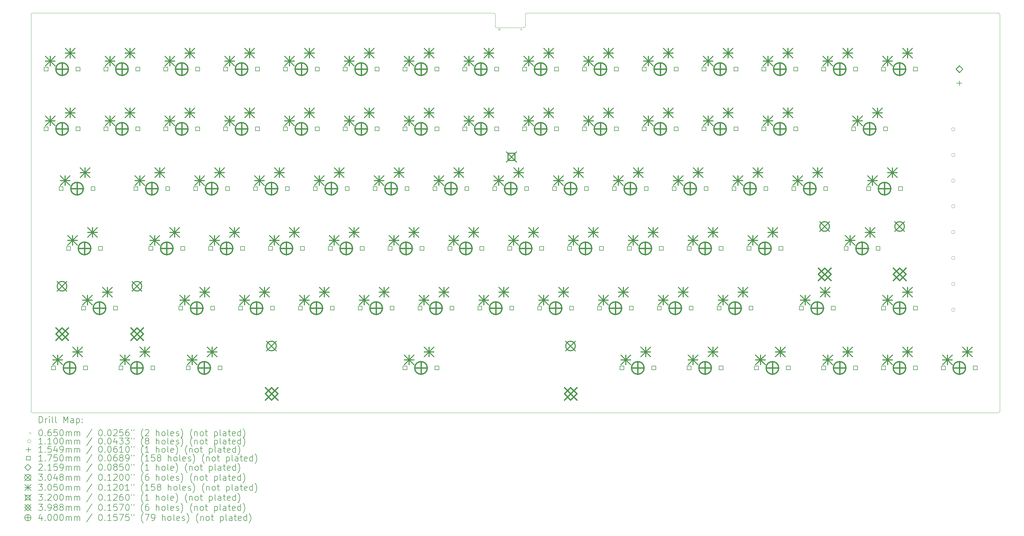
<source format=gbr>
%TF.GenerationSoftware,KiCad,Pcbnew,8.0.3*%
%TF.CreationDate,2024-07-13T16:12:32+02:00*%
%TF.ProjectId,DevKeyboard,4465764b-6579-4626-9f61-72642e6b6963,1.0*%
%TF.SameCoordinates,Original*%
%TF.FileFunction,Drillmap*%
%TF.FilePolarity,Positive*%
%FSLAX45Y45*%
G04 Gerber Fmt 4.5, Leading zero omitted, Abs format (unit mm)*
G04 Created by KiCad (PCBNEW 8.0.3) date 2024-07-13 16:12:32*
%MOMM*%
%LPD*%
G01*
G04 APERTURE LIST*
%ADD10C,0.050000*%
%ADD11C,0.200000*%
%ADD12C,0.100000*%
%ADD13C,0.110000*%
%ADD14C,0.154940*%
%ADD15C,0.175000*%
%ADD16C,0.215900*%
%ADD17C,0.304800*%
%ADD18C,0.305000*%
%ADD19C,0.320000*%
%ADD20C,0.398780*%
%ADD21C,0.400000*%
G04 APERTURE END LIST*
D10*
X2750000Y-14210000D02*
X2750000Y-1560000D01*
X18529800Y-1510000D02*
X33550000Y-1510000D01*
X33600000Y-14210000D02*
G75*
G02*
X33550000Y-14260000I-50000J0D01*
G01*
X33600000Y-1560000D02*
X33600000Y-14210000D01*
X33550000Y-1510000D02*
G75*
G02*
X33600000Y-1560000I0J-50000D01*
G01*
X33550000Y-14260000D02*
X2800000Y-14260000D01*
X2750000Y-1560000D02*
G75*
G02*
X2800000Y-1510000I50000J0D01*
G01*
X2800000Y-1510000D02*
X17490000Y-1510000D01*
X2800000Y-14260000D02*
G75*
G02*
X2750000Y-14210000I0J50000D01*
G01*
X17490000Y-1510000D02*
X17530200Y-1549440D01*
X17530000Y-1930000D02*
X17530200Y-1549440D01*
X18440000Y-1980000D02*
X17580000Y-1979980D01*
X18489800Y-1549000D02*
X18490000Y-1930000D01*
X18529800Y-1510000D02*
X18489800Y-1549000D01*
X17580000Y-1980000D02*
G75*
G02*
X17530000Y-1930000I0J50000D01*
G01*
X18490000Y-1930000D02*
G75*
G02*
X18440000Y-1980000I-50000J0D01*
G01*
D11*
D12*
X17627500Y-2002500D02*
X17692500Y-2067500D01*
X17692500Y-2002500D02*
X17627500Y-2067500D01*
X18327500Y-2002500D02*
X18392500Y-2067500D01*
X18392500Y-2002500D02*
X18327500Y-2067500D01*
D13*
X32175000Y-5220000D02*
G75*
G02*
X32065000Y-5220000I-55000J0D01*
G01*
X32065000Y-5220000D02*
G75*
G02*
X32175000Y-5220000I55000J0D01*
G01*
X32175000Y-6040900D02*
G75*
G02*
X32065000Y-6040900I-55000J0D01*
G01*
X32065000Y-6040900D02*
G75*
G02*
X32175000Y-6040900I55000J0D01*
G01*
X32175500Y-6858300D02*
G75*
G02*
X32065500Y-6858300I-55000J0D01*
G01*
X32065500Y-6858300D02*
G75*
G02*
X32175500Y-6858300I55000J0D01*
G01*
X32175500Y-7675100D02*
G75*
G02*
X32065500Y-7675100I-55000J0D01*
G01*
X32065500Y-7675100D02*
G75*
G02*
X32175500Y-7675100I55000J0D01*
G01*
X32175500Y-8496600D02*
G75*
G02*
X32065500Y-8496600I-55000J0D01*
G01*
X32065500Y-8496600D02*
G75*
G02*
X32175500Y-8496600I55000J0D01*
G01*
X32175500Y-9322100D02*
G75*
G02*
X32065500Y-9322100I-55000J0D01*
G01*
X32065500Y-9322100D02*
G75*
G02*
X32175500Y-9322100I55000J0D01*
G01*
X32175500Y-10147600D02*
G75*
G02*
X32065500Y-10147600I-55000J0D01*
G01*
X32065500Y-10147600D02*
G75*
G02*
X32175500Y-10147600I55000J0D01*
G01*
X32175500Y-10973100D02*
G75*
G02*
X32065500Y-10973100I-55000J0D01*
G01*
X32065500Y-10973100D02*
G75*
G02*
X32175500Y-10973100I55000J0D01*
G01*
D14*
X32313880Y-3674542D02*
X32313880Y-3829482D01*
X32236410Y-3752012D02*
X32391350Y-3752012D01*
D15*
X3292752Y-3363872D02*
X3292752Y-3240128D01*
X3169008Y-3240128D01*
X3169008Y-3363872D01*
X3292752Y-3363872D01*
X3292752Y-5268872D02*
X3292752Y-5145128D01*
X3169008Y-5145128D01*
X3169008Y-5268872D01*
X3292752Y-5268872D01*
X3530877Y-12888872D02*
X3530877Y-12765128D01*
X3407133Y-12765128D01*
X3407133Y-12888872D01*
X3530877Y-12888872D01*
X3769002Y-7173872D02*
X3769002Y-7050128D01*
X3645258Y-7050128D01*
X3645258Y-7173872D01*
X3769002Y-7173872D01*
X4007127Y-9078872D02*
X4007127Y-8955128D01*
X3883383Y-8955128D01*
X3883383Y-9078872D01*
X4007127Y-9078872D01*
X4308752Y-3363872D02*
X4308752Y-3240128D01*
X4185008Y-3240128D01*
X4185008Y-3363872D01*
X4308752Y-3363872D01*
X4308752Y-5268872D02*
X4308752Y-5145128D01*
X4185008Y-5145128D01*
X4185008Y-5268872D01*
X4308752Y-5268872D01*
X4483377Y-10983872D02*
X4483377Y-10860128D01*
X4359633Y-10860128D01*
X4359633Y-10983872D01*
X4483377Y-10983872D01*
X4546877Y-12888872D02*
X4546877Y-12765128D01*
X4423133Y-12765128D01*
X4423133Y-12888872D01*
X4546877Y-12888872D01*
X4785002Y-7173872D02*
X4785002Y-7050128D01*
X4661258Y-7050128D01*
X4661258Y-7173872D01*
X4785002Y-7173872D01*
X5023127Y-9078872D02*
X5023127Y-8955128D01*
X4899383Y-8955128D01*
X4899383Y-9078872D01*
X5023127Y-9078872D01*
X5197752Y-3363872D02*
X5197752Y-3240128D01*
X5074008Y-3240128D01*
X5074008Y-3363872D01*
X5197752Y-3363872D01*
X5197752Y-5268872D02*
X5197752Y-5145128D01*
X5074008Y-5145128D01*
X5074008Y-5268872D01*
X5197752Y-5268872D01*
X5499377Y-10983872D02*
X5499377Y-10860128D01*
X5375633Y-10860128D01*
X5375633Y-10983872D01*
X5499377Y-10983872D01*
X5674002Y-12888872D02*
X5674002Y-12765128D01*
X5550258Y-12765128D01*
X5550258Y-12888872D01*
X5674002Y-12888872D01*
X6150252Y-7173872D02*
X6150252Y-7050128D01*
X6026508Y-7050128D01*
X6026508Y-7173872D01*
X6150252Y-7173872D01*
X6213752Y-3363872D02*
X6213752Y-3240128D01*
X6090008Y-3240128D01*
X6090008Y-3363872D01*
X6213752Y-3363872D01*
X6213752Y-5268872D02*
X6213752Y-5145128D01*
X6090008Y-5145128D01*
X6090008Y-5268872D01*
X6213752Y-5268872D01*
X6626502Y-9078872D02*
X6626502Y-8955128D01*
X6502758Y-8955128D01*
X6502758Y-9078872D01*
X6626502Y-9078872D01*
X6690002Y-12888872D02*
X6690002Y-12765128D01*
X6566258Y-12765128D01*
X6566258Y-12888872D01*
X6690002Y-12888872D01*
X7102752Y-3363872D02*
X7102752Y-3240128D01*
X6979008Y-3240128D01*
X6979008Y-3363872D01*
X7102752Y-3363872D01*
X7102752Y-5268872D02*
X7102752Y-5145128D01*
X6979008Y-5145128D01*
X6979008Y-5268872D01*
X7102752Y-5268872D01*
X7166252Y-7173872D02*
X7166252Y-7050128D01*
X7042508Y-7050128D01*
X7042508Y-7173872D01*
X7166252Y-7173872D01*
X7579002Y-10983872D02*
X7579002Y-10860128D01*
X7455258Y-10860128D01*
X7455258Y-10983872D01*
X7579002Y-10983872D01*
X7642502Y-9078872D02*
X7642502Y-8955128D01*
X7518758Y-8955128D01*
X7518758Y-9078872D01*
X7642502Y-9078872D01*
X7817127Y-12888872D02*
X7817127Y-12765128D01*
X7693383Y-12765128D01*
X7693383Y-12888872D01*
X7817127Y-12888872D01*
X8055252Y-7173872D02*
X8055252Y-7050128D01*
X7931508Y-7050128D01*
X7931508Y-7173872D01*
X8055252Y-7173872D01*
X8118752Y-3363872D02*
X8118752Y-3240128D01*
X7995008Y-3240128D01*
X7995008Y-3363872D01*
X8118752Y-3363872D01*
X8118752Y-5268872D02*
X8118752Y-5145128D01*
X7995008Y-5145128D01*
X7995008Y-5268872D01*
X8118752Y-5268872D01*
X8531502Y-9078872D02*
X8531502Y-8955128D01*
X8407758Y-8955128D01*
X8407758Y-9078872D01*
X8531502Y-9078872D01*
X8595002Y-10983872D02*
X8595002Y-10860128D01*
X8471258Y-10860128D01*
X8471258Y-10983872D01*
X8595002Y-10983872D01*
X8833127Y-12888872D02*
X8833127Y-12765128D01*
X8709383Y-12765128D01*
X8709383Y-12888872D01*
X8833127Y-12888872D01*
X9007752Y-3363872D02*
X9007752Y-3240128D01*
X8884008Y-3240128D01*
X8884008Y-3363872D01*
X9007752Y-3363872D01*
X9007752Y-5268872D02*
X9007752Y-5145128D01*
X8884008Y-5145128D01*
X8884008Y-5268872D01*
X9007752Y-5268872D01*
X9071252Y-7173872D02*
X9071252Y-7050128D01*
X8947508Y-7050128D01*
X8947508Y-7173872D01*
X9071252Y-7173872D01*
X9484002Y-10983872D02*
X9484002Y-10860128D01*
X9360258Y-10860128D01*
X9360258Y-10983872D01*
X9484002Y-10983872D01*
X9547502Y-9078872D02*
X9547502Y-8955128D01*
X9423758Y-8955128D01*
X9423758Y-9078872D01*
X9547502Y-9078872D01*
X9960252Y-7173872D02*
X9960252Y-7050128D01*
X9836508Y-7050128D01*
X9836508Y-7173872D01*
X9960252Y-7173872D01*
X10023752Y-3363872D02*
X10023752Y-3240128D01*
X9900008Y-3240128D01*
X9900008Y-3363872D01*
X10023752Y-3363872D01*
X10023752Y-5268872D02*
X10023752Y-5145128D01*
X9900008Y-5145128D01*
X9900008Y-5268872D01*
X10023752Y-5268872D01*
X10436502Y-9078872D02*
X10436502Y-8955128D01*
X10312758Y-8955128D01*
X10312758Y-9078872D01*
X10436502Y-9078872D01*
X10500002Y-10983872D02*
X10500002Y-10860128D01*
X10376258Y-10860128D01*
X10376258Y-10983872D01*
X10500002Y-10983872D01*
X10912752Y-3363872D02*
X10912752Y-3240128D01*
X10789008Y-3240128D01*
X10789008Y-3363872D01*
X10912752Y-3363872D01*
X10912752Y-5268872D02*
X10912752Y-5145128D01*
X10789008Y-5145128D01*
X10789008Y-5268872D01*
X10912752Y-5268872D01*
X10976252Y-7173872D02*
X10976252Y-7050128D01*
X10852508Y-7050128D01*
X10852508Y-7173872D01*
X10976252Y-7173872D01*
X11389002Y-10983872D02*
X11389002Y-10860128D01*
X11265258Y-10860128D01*
X11265258Y-10983872D01*
X11389002Y-10983872D01*
X11452502Y-9078872D02*
X11452502Y-8955128D01*
X11328758Y-8955128D01*
X11328758Y-9078872D01*
X11452502Y-9078872D01*
X11865252Y-7173872D02*
X11865252Y-7050128D01*
X11741508Y-7050128D01*
X11741508Y-7173872D01*
X11865252Y-7173872D01*
X11928752Y-3363872D02*
X11928752Y-3240128D01*
X11805008Y-3240128D01*
X11805008Y-3363872D01*
X11928752Y-3363872D01*
X11928752Y-5268872D02*
X11928752Y-5145128D01*
X11805008Y-5145128D01*
X11805008Y-5268872D01*
X11928752Y-5268872D01*
X12341502Y-9078872D02*
X12341502Y-8955128D01*
X12217758Y-8955128D01*
X12217758Y-9078872D01*
X12341502Y-9078872D01*
X12405002Y-10983872D02*
X12405002Y-10860128D01*
X12281258Y-10860128D01*
X12281258Y-10983872D01*
X12405002Y-10983872D01*
X12817752Y-3363872D02*
X12817752Y-3240128D01*
X12694008Y-3240128D01*
X12694008Y-3363872D01*
X12817752Y-3363872D01*
X12817752Y-5268872D02*
X12817752Y-5145128D01*
X12694008Y-5145128D01*
X12694008Y-5268872D01*
X12817752Y-5268872D01*
X12881252Y-7173872D02*
X12881252Y-7050128D01*
X12757508Y-7050128D01*
X12757508Y-7173872D01*
X12881252Y-7173872D01*
X13294002Y-10983872D02*
X13294002Y-10860128D01*
X13170258Y-10860128D01*
X13170258Y-10983872D01*
X13294002Y-10983872D01*
X13357502Y-9078872D02*
X13357502Y-8955128D01*
X13233758Y-8955128D01*
X13233758Y-9078872D01*
X13357502Y-9078872D01*
X13770252Y-7173872D02*
X13770252Y-7050128D01*
X13646508Y-7050128D01*
X13646508Y-7173872D01*
X13770252Y-7173872D01*
X13833752Y-3363872D02*
X13833752Y-3240128D01*
X13710008Y-3240128D01*
X13710008Y-3363872D01*
X13833752Y-3363872D01*
X13833752Y-5268872D02*
X13833752Y-5145128D01*
X13710008Y-5145128D01*
X13710008Y-5268872D01*
X13833752Y-5268872D01*
X14246502Y-9078872D02*
X14246502Y-8955128D01*
X14122758Y-8955128D01*
X14122758Y-9078872D01*
X14246502Y-9078872D01*
X14310002Y-10983872D02*
X14310002Y-10860128D01*
X14186258Y-10860128D01*
X14186258Y-10983872D01*
X14310002Y-10983872D01*
X14722752Y-3363872D02*
X14722752Y-3240128D01*
X14599008Y-3240128D01*
X14599008Y-3363872D01*
X14722752Y-3363872D01*
X14722752Y-5268872D02*
X14722752Y-5145128D01*
X14599008Y-5145128D01*
X14599008Y-5268872D01*
X14722752Y-5268872D01*
X14722752Y-12888872D02*
X14722752Y-12765128D01*
X14599008Y-12765128D01*
X14599008Y-12888872D01*
X14722752Y-12888872D01*
X14786252Y-7173872D02*
X14786252Y-7050128D01*
X14662508Y-7050128D01*
X14662508Y-7173872D01*
X14786252Y-7173872D01*
X15199002Y-10983872D02*
X15199002Y-10860128D01*
X15075258Y-10860128D01*
X15075258Y-10983872D01*
X15199002Y-10983872D01*
X15262502Y-9078872D02*
X15262502Y-8955128D01*
X15138758Y-8955128D01*
X15138758Y-9078872D01*
X15262502Y-9078872D01*
X15675252Y-7173872D02*
X15675252Y-7050128D01*
X15551508Y-7050128D01*
X15551508Y-7173872D01*
X15675252Y-7173872D01*
X15738752Y-3363872D02*
X15738752Y-3240128D01*
X15615008Y-3240128D01*
X15615008Y-3363872D01*
X15738752Y-3363872D01*
X15738752Y-5268872D02*
X15738752Y-5145128D01*
X15615008Y-5145128D01*
X15615008Y-5268872D01*
X15738752Y-5268872D01*
X15738752Y-12888872D02*
X15738752Y-12765128D01*
X15615008Y-12765128D01*
X15615008Y-12888872D01*
X15738752Y-12888872D01*
X16151502Y-9078872D02*
X16151502Y-8955128D01*
X16027758Y-8955128D01*
X16027758Y-9078872D01*
X16151502Y-9078872D01*
X16215002Y-10983872D02*
X16215002Y-10860128D01*
X16091258Y-10860128D01*
X16091258Y-10983872D01*
X16215002Y-10983872D01*
X16627752Y-3363872D02*
X16627752Y-3240128D01*
X16504008Y-3240128D01*
X16504008Y-3363872D01*
X16627752Y-3363872D01*
X16627752Y-5268872D02*
X16627752Y-5145128D01*
X16504008Y-5145128D01*
X16504008Y-5268872D01*
X16627752Y-5268872D01*
X16691252Y-7173872D02*
X16691252Y-7050128D01*
X16567508Y-7050128D01*
X16567508Y-7173872D01*
X16691252Y-7173872D01*
X17104002Y-10983872D02*
X17104002Y-10860128D01*
X16980258Y-10860128D01*
X16980258Y-10983872D01*
X17104002Y-10983872D01*
X17167502Y-9078872D02*
X17167502Y-8955128D01*
X17043758Y-8955128D01*
X17043758Y-9078872D01*
X17167502Y-9078872D01*
X17580252Y-7173872D02*
X17580252Y-7050128D01*
X17456508Y-7050128D01*
X17456508Y-7173872D01*
X17580252Y-7173872D01*
X17643752Y-3363872D02*
X17643752Y-3240128D01*
X17520008Y-3240128D01*
X17520008Y-3363872D01*
X17643752Y-3363872D01*
X17643752Y-5268872D02*
X17643752Y-5145128D01*
X17520008Y-5145128D01*
X17520008Y-5268872D01*
X17643752Y-5268872D01*
X18056502Y-9078872D02*
X18056502Y-8955128D01*
X17932758Y-8955128D01*
X17932758Y-9078872D01*
X18056502Y-9078872D01*
X18120002Y-10983872D02*
X18120002Y-10860128D01*
X17996258Y-10860128D01*
X17996258Y-10983872D01*
X18120002Y-10983872D01*
X18532752Y-3363872D02*
X18532752Y-3240128D01*
X18409008Y-3240128D01*
X18409008Y-3363872D01*
X18532752Y-3363872D01*
X18532752Y-5268872D02*
X18532752Y-5145128D01*
X18409008Y-5145128D01*
X18409008Y-5268872D01*
X18532752Y-5268872D01*
X18596252Y-7173872D02*
X18596252Y-7050128D01*
X18472508Y-7050128D01*
X18472508Y-7173872D01*
X18596252Y-7173872D01*
X19009002Y-10983872D02*
X19009002Y-10860128D01*
X18885258Y-10860128D01*
X18885258Y-10983872D01*
X19009002Y-10983872D01*
X19072502Y-9078872D02*
X19072502Y-8955128D01*
X18948758Y-8955128D01*
X18948758Y-9078872D01*
X19072502Y-9078872D01*
X19485252Y-7173872D02*
X19485252Y-7050128D01*
X19361508Y-7050128D01*
X19361508Y-7173872D01*
X19485252Y-7173872D01*
X19548752Y-3363872D02*
X19548752Y-3240128D01*
X19425008Y-3240128D01*
X19425008Y-3363872D01*
X19548752Y-3363872D01*
X19548752Y-5268872D02*
X19548752Y-5145128D01*
X19425008Y-5145128D01*
X19425008Y-5268872D01*
X19548752Y-5268872D01*
X19961502Y-9078872D02*
X19961502Y-8955128D01*
X19837758Y-8955128D01*
X19837758Y-9078872D01*
X19961502Y-9078872D01*
X20025002Y-10983872D02*
X20025002Y-10860128D01*
X19901258Y-10860128D01*
X19901258Y-10983872D01*
X20025002Y-10983872D01*
X20437752Y-3363872D02*
X20437752Y-3240128D01*
X20314008Y-3240128D01*
X20314008Y-3363872D01*
X20437752Y-3363872D01*
X20437752Y-5268872D02*
X20437752Y-5145128D01*
X20314008Y-5145128D01*
X20314008Y-5268872D01*
X20437752Y-5268872D01*
X20501252Y-7173872D02*
X20501252Y-7050128D01*
X20377508Y-7050128D01*
X20377508Y-7173872D01*
X20501252Y-7173872D01*
X20914002Y-10983872D02*
X20914002Y-10860128D01*
X20790258Y-10860128D01*
X20790258Y-10983872D01*
X20914002Y-10983872D01*
X20977502Y-9078872D02*
X20977502Y-8955128D01*
X20853758Y-8955128D01*
X20853758Y-9078872D01*
X20977502Y-9078872D01*
X21390252Y-7173872D02*
X21390252Y-7050128D01*
X21266508Y-7050128D01*
X21266508Y-7173872D01*
X21390252Y-7173872D01*
X21453752Y-3363872D02*
X21453752Y-3240128D01*
X21330008Y-3240128D01*
X21330008Y-3363872D01*
X21453752Y-3363872D01*
X21453752Y-5268872D02*
X21453752Y-5145128D01*
X21330008Y-5145128D01*
X21330008Y-5268872D01*
X21453752Y-5268872D01*
X21628377Y-12888872D02*
X21628377Y-12765128D01*
X21504633Y-12765128D01*
X21504633Y-12888872D01*
X21628377Y-12888872D01*
X21866502Y-9078872D02*
X21866502Y-8955128D01*
X21742758Y-8955128D01*
X21742758Y-9078872D01*
X21866502Y-9078872D01*
X21930002Y-10983872D02*
X21930002Y-10860128D01*
X21806258Y-10860128D01*
X21806258Y-10983872D01*
X21930002Y-10983872D01*
X22342752Y-3363872D02*
X22342752Y-3240128D01*
X22219008Y-3240128D01*
X22219008Y-3363872D01*
X22342752Y-3363872D01*
X22342752Y-5268872D02*
X22342752Y-5145128D01*
X22219008Y-5145128D01*
X22219008Y-5268872D01*
X22342752Y-5268872D01*
X22406252Y-7173872D02*
X22406252Y-7050128D01*
X22282508Y-7050128D01*
X22282508Y-7173872D01*
X22406252Y-7173872D01*
X22644377Y-12888872D02*
X22644377Y-12765128D01*
X22520633Y-12765128D01*
X22520633Y-12888872D01*
X22644377Y-12888872D01*
X22819002Y-10983872D02*
X22819002Y-10860128D01*
X22695258Y-10860128D01*
X22695258Y-10983872D01*
X22819002Y-10983872D01*
X22882502Y-9078872D02*
X22882502Y-8955128D01*
X22758758Y-8955128D01*
X22758758Y-9078872D01*
X22882502Y-9078872D01*
X23295252Y-7173872D02*
X23295252Y-7050128D01*
X23171508Y-7050128D01*
X23171508Y-7173872D01*
X23295252Y-7173872D01*
X23358752Y-3363872D02*
X23358752Y-3240128D01*
X23235008Y-3240128D01*
X23235008Y-3363872D01*
X23358752Y-3363872D01*
X23358752Y-5268872D02*
X23358752Y-5145128D01*
X23235008Y-5145128D01*
X23235008Y-5268872D01*
X23358752Y-5268872D01*
X23771502Y-9078872D02*
X23771502Y-8955128D01*
X23647758Y-8955128D01*
X23647758Y-9078872D01*
X23771502Y-9078872D01*
X23771502Y-12888872D02*
X23771502Y-12765128D01*
X23647758Y-12765128D01*
X23647758Y-12888872D01*
X23771502Y-12888872D01*
X23835002Y-10983872D02*
X23835002Y-10860128D01*
X23711258Y-10860128D01*
X23711258Y-10983872D01*
X23835002Y-10983872D01*
X24247752Y-3363872D02*
X24247752Y-3240128D01*
X24124008Y-3240128D01*
X24124008Y-3363872D01*
X24247752Y-3363872D01*
X24247752Y-5268872D02*
X24247752Y-5145128D01*
X24124008Y-5145128D01*
X24124008Y-5268872D01*
X24247752Y-5268872D01*
X24311252Y-7173872D02*
X24311252Y-7050128D01*
X24187508Y-7050128D01*
X24187508Y-7173872D01*
X24311252Y-7173872D01*
X24724002Y-10983872D02*
X24724002Y-10860128D01*
X24600258Y-10860128D01*
X24600258Y-10983872D01*
X24724002Y-10983872D01*
X24787502Y-9078872D02*
X24787502Y-8955128D01*
X24663758Y-8955128D01*
X24663758Y-9078872D01*
X24787502Y-9078872D01*
X24787502Y-12888872D02*
X24787502Y-12765128D01*
X24663758Y-12765128D01*
X24663758Y-12888872D01*
X24787502Y-12888872D01*
X25200252Y-7173872D02*
X25200252Y-7050128D01*
X25076508Y-7050128D01*
X25076508Y-7173872D01*
X25200252Y-7173872D01*
X25263752Y-3363872D02*
X25263752Y-3240128D01*
X25140008Y-3240128D01*
X25140008Y-3363872D01*
X25263752Y-3363872D01*
X25263752Y-5268872D02*
X25263752Y-5145128D01*
X25140008Y-5145128D01*
X25140008Y-5268872D01*
X25263752Y-5268872D01*
X25676502Y-9078872D02*
X25676502Y-8955128D01*
X25552758Y-8955128D01*
X25552758Y-9078872D01*
X25676502Y-9078872D01*
X25740002Y-10983872D02*
X25740002Y-10860128D01*
X25616258Y-10860128D01*
X25616258Y-10983872D01*
X25740002Y-10983872D01*
X25914627Y-12888872D02*
X25914627Y-12765128D01*
X25790883Y-12765128D01*
X25790883Y-12888872D01*
X25914627Y-12888872D01*
X26152752Y-3363872D02*
X26152752Y-3240128D01*
X26029008Y-3240128D01*
X26029008Y-3363872D01*
X26152752Y-3363872D01*
X26152752Y-5268872D02*
X26152752Y-5145128D01*
X26029008Y-5145128D01*
X26029008Y-5268872D01*
X26152752Y-5268872D01*
X26216252Y-7173872D02*
X26216252Y-7050128D01*
X26092508Y-7050128D01*
X26092508Y-7173872D01*
X26216252Y-7173872D01*
X26692502Y-9078872D02*
X26692502Y-8955128D01*
X26568758Y-8955128D01*
X26568758Y-9078872D01*
X26692502Y-9078872D01*
X26930627Y-12888872D02*
X26930627Y-12765128D01*
X26806883Y-12765128D01*
X26806883Y-12888872D01*
X26930627Y-12888872D01*
X27105252Y-7173872D02*
X27105252Y-7050128D01*
X26981508Y-7050128D01*
X26981508Y-7173872D01*
X27105252Y-7173872D01*
X27168752Y-3363872D02*
X27168752Y-3240128D01*
X27045008Y-3240128D01*
X27045008Y-3363872D01*
X27168752Y-3363872D01*
X27168752Y-5268872D02*
X27168752Y-5145128D01*
X27045008Y-5145128D01*
X27045008Y-5268872D01*
X27168752Y-5268872D01*
X27343377Y-10983872D02*
X27343377Y-10860128D01*
X27219633Y-10860128D01*
X27219633Y-10983872D01*
X27343377Y-10983872D01*
X28057752Y-3363872D02*
X28057752Y-3240128D01*
X27934008Y-3240128D01*
X27934008Y-3363872D01*
X28057752Y-3363872D01*
X28057752Y-12888872D02*
X28057752Y-12765128D01*
X27934008Y-12765128D01*
X27934008Y-12888872D01*
X28057752Y-12888872D01*
X28121252Y-7173872D02*
X28121252Y-7050128D01*
X27997508Y-7050128D01*
X27997508Y-7173872D01*
X28121252Y-7173872D01*
X28359377Y-10983872D02*
X28359377Y-10860128D01*
X28235633Y-10860128D01*
X28235633Y-10983872D01*
X28359377Y-10983872D01*
X28772127Y-9078872D02*
X28772127Y-8955128D01*
X28648383Y-8955128D01*
X28648383Y-9078872D01*
X28772127Y-9078872D01*
X29010252Y-5268872D02*
X29010252Y-5145128D01*
X28886508Y-5145128D01*
X28886508Y-5268872D01*
X29010252Y-5268872D01*
X29073752Y-3363872D02*
X29073752Y-3240128D01*
X28950008Y-3240128D01*
X28950008Y-3363872D01*
X29073752Y-3363872D01*
X29073752Y-12888872D02*
X29073752Y-12765128D01*
X28950008Y-12765128D01*
X28950008Y-12888872D01*
X29073752Y-12888872D01*
X29486502Y-7173872D02*
X29486502Y-7050128D01*
X29362758Y-7050128D01*
X29362758Y-7173872D01*
X29486502Y-7173872D01*
X29788127Y-9078872D02*
X29788127Y-8955128D01*
X29664383Y-8955128D01*
X29664383Y-9078872D01*
X29788127Y-9078872D01*
X29962752Y-3363872D02*
X29962752Y-3240128D01*
X29839008Y-3240128D01*
X29839008Y-3363872D01*
X29962752Y-3363872D01*
X29962752Y-10983872D02*
X29962752Y-10860128D01*
X29839008Y-10860128D01*
X29839008Y-10983872D01*
X29962752Y-10983872D01*
X29962752Y-12888872D02*
X29962752Y-12765128D01*
X29839008Y-12765128D01*
X29839008Y-12888872D01*
X29962752Y-12888872D01*
X30026252Y-5268872D02*
X30026252Y-5145128D01*
X29902508Y-5145128D01*
X29902508Y-5268872D01*
X30026252Y-5268872D01*
X30502502Y-7173872D02*
X30502502Y-7050128D01*
X30378758Y-7050128D01*
X30378758Y-7173872D01*
X30502502Y-7173872D01*
X30978752Y-3363872D02*
X30978752Y-3240128D01*
X30855008Y-3240128D01*
X30855008Y-3363872D01*
X30978752Y-3363872D01*
X30978752Y-10983872D02*
X30978752Y-10860128D01*
X30855008Y-10860128D01*
X30855008Y-10983872D01*
X30978752Y-10983872D01*
X30978752Y-12888872D02*
X30978752Y-12765128D01*
X30855008Y-12765128D01*
X30855008Y-12888872D01*
X30978752Y-12888872D01*
X31867752Y-12888872D02*
X31867752Y-12765128D01*
X31744008Y-12765128D01*
X31744008Y-12888872D01*
X31867752Y-12888872D01*
X32883752Y-12888872D02*
X32883752Y-12765128D01*
X32760008Y-12765128D01*
X32760008Y-12888872D01*
X32883752Y-12888872D01*
D16*
X32313880Y-3409950D02*
X32421830Y-3302000D01*
X32313880Y-3194050D01*
X32205930Y-3302000D01*
X32313880Y-3409950D01*
D17*
X3583305Y-10071100D02*
X3888105Y-10375900D01*
X3888105Y-10071100D02*
X3583305Y-10375900D01*
X3888105Y-10223500D02*
G75*
G02*
X3583305Y-10223500I-152400J0D01*
G01*
X3583305Y-10223500D02*
G75*
G02*
X3888105Y-10223500I152400J0D01*
G01*
X5970905Y-10071100D02*
X6275705Y-10375900D01*
X6275705Y-10071100D02*
X5970905Y-10375900D01*
X6275705Y-10223500D02*
G75*
G02*
X5970905Y-10223500I-152400J0D01*
G01*
X5970905Y-10223500D02*
G75*
G02*
X6275705Y-10223500I152400J0D01*
G01*
X10253980Y-11976100D02*
X10558780Y-12280900D01*
X10558780Y-11976100D02*
X10253980Y-12280900D01*
X10558780Y-12128500D02*
G75*
G02*
X10253980Y-12128500I-152400J0D01*
G01*
X10253980Y-12128500D02*
G75*
G02*
X10558780Y-12128500I152400J0D01*
G01*
X19778980Y-11976100D02*
X20083780Y-12280900D01*
X20083780Y-11976100D02*
X19778980Y-12280900D01*
X20083780Y-12128500D02*
G75*
G02*
X19778980Y-12128500I-152400J0D01*
G01*
X19778980Y-12128500D02*
G75*
G02*
X20083780Y-12128500I152400J0D01*
G01*
X27872055Y-8166100D02*
X28176855Y-8470900D01*
X28176855Y-8166100D02*
X27872055Y-8470900D01*
X28176855Y-8318500D02*
G75*
G02*
X27872055Y-8318500I-152400J0D01*
G01*
X27872055Y-8318500D02*
G75*
G02*
X28176855Y-8318500I152400J0D01*
G01*
X30259655Y-8166100D02*
X30564455Y-8470900D01*
X30564455Y-8166100D02*
X30259655Y-8470900D01*
X30564455Y-8318500D02*
G75*
G02*
X30259655Y-8318500I-152400J0D01*
G01*
X30259655Y-8318500D02*
G75*
G02*
X30564455Y-8318500I152400J0D01*
G01*
D18*
X3205380Y-2895500D02*
X3510380Y-3200500D01*
X3510380Y-2895500D02*
X3205380Y-3200500D01*
X3357880Y-2895500D02*
X3357880Y-3200500D01*
X3205380Y-3048000D02*
X3510380Y-3048000D01*
X3205380Y-4800500D02*
X3510380Y-5105500D01*
X3510380Y-4800500D02*
X3205380Y-5105500D01*
X3357880Y-4800500D02*
X3357880Y-5105500D01*
X3205380Y-4953000D02*
X3510380Y-4953000D01*
X3443505Y-12420500D02*
X3748505Y-12725500D01*
X3748505Y-12420500D02*
X3443505Y-12725500D01*
X3596005Y-12420500D02*
X3596005Y-12725500D01*
X3443505Y-12573000D02*
X3748505Y-12573000D01*
X3681630Y-6705500D02*
X3986630Y-7010500D01*
X3986630Y-6705500D02*
X3681630Y-7010500D01*
X3834130Y-6705500D02*
X3834130Y-7010500D01*
X3681630Y-6858000D02*
X3986630Y-6858000D01*
X3840380Y-2641500D02*
X4145380Y-2946500D01*
X4145380Y-2641500D02*
X3840380Y-2946500D01*
X3992880Y-2641500D02*
X3992880Y-2946500D01*
X3840380Y-2794000D02*
X4145380Y-2794000D01*
X3840380Y-4546500D02*
X4145380Y-4851500D01*
X4145380Y-4546500D02*
X3840380Y-4851500D01*
X3992880Y-4546500D02*
X3992880Y-4851500D01*
X3840380Y-4699000D02*
X4145380Y-4699000D01*
X3919755Y-8610500D02*
X4224755Y-8915500D01*
X4224755Y-8610500D02*
X3919755Y-8915500D01*
X4072255Y-8610500D02*
X4072255Y-8915500D01*
X3919755Y-8763000D02*
X4224755Y-8763000D01*
X4078505Y-12166500D02*
X4383505Y-12471500D01*
X4383505Y-12166500D02*
X4078505Y-12471500D01*
X4231005Y-12166500D02*
X4231005Y-12471500D01*
X4078505Y-12319000D02*
X4383505Y-12319000D01*
X4316630Y-6451500D02*
X4621630Y-6756500D01*
X4621630Y-6451500D02*
X4316630Y-6756500D01*
X4469130Y-6451500D02*
X4469130Y-6756500D01*
X4316630Y-6604000D02*
X4621630Y-6604000D01*
X4396005Y-10515500D02*
X4701005Y-10820500D01*
X4701005Y-10515500D02*
X4396005Y-10820500D01*
X4548505Y-10515500D02*
X4548505Y-10820500D01*
X4396005Y-10668000D02*
X4701005Y-10668000D01*
X4554755Y-8356500D02*
X4859755Y-8661500D01*
X4859755Y-8356500D02*
X4554755Y-8661500D01*
X4707255Y-8356500D02*
X4707255Y-8661500D01*
X4554755Y-8509000D02*
X4859755Y-8509000D01*
X5031005Y-10261500D02*
X5336005Y-10566500D01*
X5336005Y-10261500D02*
X5031005Y-10566500D01*
X5183505Y-10261500D02*
X5183505Y-10566500D01*
X5031005Y-10414000D02*
X5336005Y-10414000D01*
X5110380Y-2895500D02*
X5415380Y-3200500D01*
X5415380Y-2895500D02*
X5110380Y-3200500D01*
X5262880Y-2895500D02*
X5262880Y-3200500D01*
X5110380Y-3048000D02*
X5415380Y-3048000D01*
X5110380Y-4800500D02*
X5415380Y-5105500D01*
X5415380Y-4800500D02*
X5110380Y-5105500D01*
X5262880Y-4800500D02*
X5262880Y-5105500D01*
X5110380Y-4953000D02*
X5415380Y-4953000D01*
X5586630Y-12420500D02*
X5891630Y-12725500D01*
X5891630Y-12420500D02*
X5586630Y-12725500D01*
X5739130Y-12420500D02*
X5739130Y-12725500D01*
X5586630Y-12573000D02*
X5891630Y-12573000D01*
X5745380Y-2641500D02*
X6050380Y-2946500D01*
X6050380Y-2641500D02*
X5745380Y-2946500D01*
X5897880Y-2641500D02*
X5897880Y-2946500D01*
X5745380Y-2794000D02*
X6050380Y-2794000D01*
X5745380Y-4546500D02*
X6050380Y-4851500D01*
X6050380Y-4546500D02*
X5745380Y-4851500D01*
X5897880Y-4546500D02*
X5897880Y-4851500D01*
X5745380Y-4699000D02*
X6050380Y-4699000D01*
X6062880Y-6705500D02*
X6367880Y-7010500D01*
X6367880Y-6705500D02*
X6062880Y-7010500D01*
X6215380Y-6705500D02*
X6215380Y-7010500D01*
X6062880Y-6858000D02*
X6367880Y-6858000D01*
X6221630Y-12166500D02*
X6526630Y-12471500D01*
X6526630Y-12166500D02*
X6221630Y-12471500D01*
X6374130Y-12166500D02*
X6374130Y-12471500D01*
X6221630Y-12319000D02*
X6526630Y-12319000D01*
X6539130Y-8610500D02*
X6844130Y-8915500D01*
X6844130Y-8610500D02*
X6539130Y-8915500D01*
X6691630Y-8610500D02*
X6691630Y-8915500D01*
X6539130Y-8763000D02*
X6844130Y-8763000D01*
X6697880Y-6451500D02*
X7002880Y-6756500D01*
X7002880Y-6451500D02*
X6697880Y-6756500D01*
X6850380Y-6451500D02*
X6850380Y-6756500D01*
X6697880Y-6604000D02*
X7002880Y-6604000D01*
X7015380Y-2895500D02*
X7320380Y-3200500D01*
X7320380Y-2895500D02*
X7015380Y-3200500D01*
X7167880Y-2895500D02*
X7167880Y-3200500D01*
X7015380Y-3048000D02*
X7320380Y-3048000D01*
X7015380Y-4800500D02*
X7320380Y-5105500D01*
X7320380Y-4800500D02*
X7015380Y-5105500D01*
X7167880Y-4800500D02*
X7167880Y-5105500D01*
X7015380Y-4953000D02*
X7320380Y-4953000D01*
X7174130Y-8356500D02*
X7479130Y-8661500D01*
X7479130Y-8356500D02*
X7174130Y-8661500D01*
X7326630Y-8356500D02*
X7326630Y-8661500D01*
X7174130Y-8509000D02*
X7479130Y-8509000D01*
X7491630Y-10515500D02*
X7796630Y-10820500D01*
X7796630Y-10515500D02*
X7491630Y-10820500D01*
X7644130Y-10515500D02*
X7644130Y-10820500D01*
X7491630Y-10668000D02*
X7796630Y-10668000D01*
X7650380Y-2641500D02*
X7955380Y-2946500D01*
X7955380Y-2641500D02*
X7650380Y-2946500D01*
X7802880Y-2641500D02*
X7802880Y-2946500D01*
X7650380Y-2794000D02*
X7955380Y-2794000D01*
X7650380Y-4546500D02*
X7955380Y-4851500D01*
X7955380Y-4546500D02*
X7650380Y-4851500D01*
X7802880Y-4546500D02*
X7802880Y-4851500D01*
X7650380Y-4699000D02*
X7955380Y-4699000D01*
X7729755Y-12420500D02*
X8034755Y-12725500D01*
X8034755Y-12420500D02*
X7729755Y-12725500D01*
X7882255Y-12420500D02*
X7882255Y-12725500D01*
X7729755Y-12573000D02*
X8034755Y-12573000D01*
X7967880Y-6705500D02*
X8272880Y-7010500D01*
X8272880Y-6705500D02*
X7967880Y-7010500D01*
X8120380Y-6705500D02*
X8120380Y-7010500D01*
X7967880Y-6858000D02*
X8272880Y-6858000D01*
X8126630Y-10261500D02*
X8431630Y-10566500D01*
X8431630Y-10261500D02*
X8126630Y-10566500D01*
X8279130Y-10261500D02*
X8279130Y-10566500D01*
X8126630Y-10414000D02*
X8431630Y-10414000D01*
X8364755Y-12166500D02*
X8669755Y-12471500D01*
X8669755Y-12166500D02*
X8364755Y-12471500D01*
X8517255Y-12166500D02*
X8517255Y-12471500D01*
X8364755Y-12319000D02*
X8669755Y-12319000D01*
X8444130Y-8610500D02*
X8749130Y-8915500D01*
X8749130Y-8610500D02*
X8444130Y-8915500D01*
X8596630Y-8610500D02*
X8596630Y-8915500D01*
X8444130Y-8763000D02*
X8749130Y-8763000D01*
X8602880Y-6451500D02*
X8907880Y-6756500D01*
X8907880Y-6451500D02*
X8602880Y-6756500D01*
X8755380Y-6451500D02*
X8755380Y-6756500D01*
X8602880Y-6604000D02*
X8907880Y-6604000D01*
X8920380Y-2895500D02*
X9225380Y-3200500D01*
X9225380Y-2895500D02*
X8920380Y-3200500D01*
X9072880Y-2895500D02*
X9072880Y-3200500D01*
X8920380Y-3048000D02*
X9225380Y-3048000D01*
X8920380Y-4800500D02*
X9225380Y-5105500D01*
X9225380Y-4800500D02*
X8920380Y-5105500D01*
X9072880Y-4800500D02*
X9072880Y-5105500D01*
X8920380Y-4953000D02*
X9225380Y-4953000D01*
X9079130Y-8356500D02*
X9384130Y-8661500D01*
X9384130Y-8356500D02*
X9079130Y-8661500D01*
X9231630Y-8356500D02*
X9231630Y-8661500D01*
X9079130Y-8509000D02*
X9384130Y-8509000D01*
X9396630Y-10515500D02*
X9701630Y-10820500D01*
X9701630Y-10515500D02*
X9396630Y-10820500D01*
X9549130Y-10515500D02*
X9549130Y-10820500D01*
X9396630Y-10668000D02*
X9701630Y-10668000D01*
X9555380Y-2641500D02*
X9860380Y-2946500D01*
X9860380Y-2641500D02*
X9555380Y-2946500D01*
X9707880Y-2641500D02*
X9707880Y-2946500D01*
X9555380Y-2794000D02*
X9860380Y-2794000D01*
X9555380Y-4546500D02*
X9860380Y-4851500D01*
X9860380Y-4546500D02*
X9555380Y-4851500D01*
X9707880Y-4546500D02*
X9707880Y-4851500D01*
X9555380Y-4699000D02*
X9860380Y-4699000D01*
X9872880Y-6705500D02*
X10177880Y-7010500D01*
X10177880Y-6705500D02*
X9872880Y-7010500D01*
X10025380Y-6705500D02*
X10025380Y-7010500D01*
X9872880Y-6858000D02*
X10177880Y-6858000D01*
X10031630Y-10261500D02*
X10336630Y-10566500D01*
X10336630Y-10261500D02*
X10031630Y-10566500D01*
X10184130Y-10261500D02*
X10184130Y-10566500D01*
X10031630Y-10414000D02*
X10336630Y-10414000D01*
X10349130Y-8610500D02*
X10654130Y-8915500D01*
X10654130Y-8610500D02*
X10349130Y-8915500D01*
X10501630Y-8610500D02*
X10501630Y-8915500D01*
X10349130Y-8763000D02*
X10654130Y-8763000D01*
X10507880Y-6451500D02*
X10812880Y-6756500D01*
X10812880Y-6451500D02*
X10507880Y-6756500D01*
X10660380Y-6451500D02*
X10660380Y-6756500D01*
X10507880Y-6604000D02*
X10812880Y-6604000D01*
X10825380Y-2895500D02*
X11130380Y-3200500D01*
X11130380Y-2895500D02*
X10825380Y-3200500D01*
X10977880Y-2895500D02*
X10977880Y-3200500D01*
X10825380Y-3048000D02*
X11130380Y-3048000D01*
X10825380Y-4800500D02*
X11130380Y-5105500D01*
X11130380Y-4800500D02*
X10825380Y-5105500D01*
X10977880Y-4800500D02*
X10977880Y-5105500D01*
X10825380Y-4953000D02*
X11130380Y-4953000D01*
X10984130Y-8356500D02*
X11289130Y-8661500D01*
X11289130Y-8356500D02*
X10984130Y-8661500D01*
X11136630Y-8356500D02*
X11136630Y-8661500D01*
X10984130Y-8509000D02*
X11289130Y-8509000D01*
X11301630Y-10515500D02*
X11606630Y-10820500D01*
X11606630Y-10515500D02*
X11301630Y-10820500D01*
X11454130Y-10515500D02*
X11454130Y-10820500D01*
X11301630Y-10668000D02*
X11606630Y-10668000D01*
X11460380Y-2641500D02*
X11765380Y-2946500D01*
X11765380Y-2641500D02*
X11460380Y-2946500D01*
X11612880Y-2641500D02*
X11612880Y-2946500D01*
X11460380Y-2794000D02*
X11765380Y-2794000D01*
X11460380Y-4546500D02*
X11765380Y-4851500D01*
X11765380Y-4546500D02*
X11460380Y-4851500D01*
X11612880Y-4546500D02*
X11612880Y-4851500D01*
X11460380Y-4699000D02*
X11765380Y-4699000D01*
X11777880Y-6705500D02*
X12082880Y-7010500D01*
X12082880Y-6705500D02*
X11777880Y-7010500D01*
X11930380Y-6705500D02*
X11930380Y-7010500D01*
X11777880Y-6858000D02*
X12082880Y-6858000D01*
X11936630Y-10261500D02*
X12241630Y-10566500D01*
X12241630Y-10261500D02*
X11936630Y-10566500D01*
X12089130Y-10261500D02*
X12089130Y-10566500D01*
X11936630Y-10414000D02*
X12241630Y-10414000D01*
X12254130Y-8610500D02*
X12559130Y-8915500D01*
X12559130Y-8610500D02*
X12254130Y-8915500D01*
X12406630Y-8610500D02*
X12406630Y-8915500D01*
X12254130Y-8763000D02*
X12559130Y-8763000D01*
X12412880Y-6451500D02*
X12717880Y-6756500D01*
X12717880Y-6451500D02*
X12412880Y-6756500D01*
X12565380Y-6451500D02*
X12565380Y-6756500D01*
X12412880Y-6604000D02*
X12717880Y-6604000D01*
X12730380Y-2895500D02*
X13035380Y-3200500D01*
X13035380Y-2895500D02*
X12730380Y-3200500D01*
X12882880Y-2895500D02*
X12882880Y-3200500D01*
X12730380Y-3048000D02*
X13035380Y-3048000D01*
X12730380Y-4800500D02*
X13035380Y-5105500D01*
X13035380Y-4800500D02*
X12730380Y-5105500D01*
X12882880Y-4800500D02*
X12882880Y-5105500D01*
X12730380Y-4953000D02*
X13035380Y-4953000D01*
X12889130Y-8356500D02*
X13194130Y-8661500D01*
X13194130Y-8356500D02*
X12889130Y-8661500D01*
X13041630Y-8356500D02*
X13041630Y-8661500D01*
X12889130Y-8509000D02*
X13194130Y-8509000D01*
X13206630Y-10515500D02*
X13511630Y-10820500D01*
X13511630Y-10515500D02*
X13206630Y-10820500D01*
X13359130Y-10515500D02*
X13359130Y-10820500D01*
X13206630Y-10668000D02*
X13511630Y-10668000D01*
X13365380Y-2641500D02*
X13670380Y-2946500D01*
X13670380Y-2641500D02*
X13365380Y-2946500D01*
X13517880Y-2641500D02*
X13517880Y-2946500D01*
X13365380Y-2794000D02*
X13670380Y-2794000D01*
X13365380Y-4546500D02*
X13670380Y-4851500D01*
X13670380Y-4546500D02*
X13365380Y-4851500D01*
X13517880Y-4546500D02*
X13517880Y-4851500D01*
X13365380Y-4699000D02*
X13670380Y-4699000D01*
X13682880Y-6705500D02*
X13987880Y-7010500D01*
X13987880Y-6705500D02*
X13682880Y-7010500D01*
X13835380Y-6705500D02*
X13835380Y-7010500D01*
X13682880Y-6858000D02*
X13987880Y-6858000D01*
X13841630Y-10261500D02*
X14146630Y-10566500D01*
X14146630Y-10261500D02*
X13841630Y-10566500D01*
X13994130Y-10261500D02*
X13994130Y-10566500D01*
X13841630Y-10414000D02*
X14146630Y-10414000D01*
X14159130Y-8610500D02*
X14464130Y-8915500D01*
X14464130Y-8610500D02*
X14159130Y-8915500D01*
X14311630Y-8610500D02*
X14311630Y-8915500D01*
X14159130Y-8763000D02*
X14464130Y-8763000D01*
X14317880Y-6451500D02*
X14622880Y-6756500D01*
X14622880Y-6451500D02*
X14317880Y-6756500D01*
X14470380Y-6451500D02*
X14470380Y-6756500D01*
X14317880Y-6604000D02*
X14622880Y-6604000D01*
X14635380Y-2895500D02*
X14940380Y-3200500D01*
X14940380Y-2895500D02*
X14635380Y-3200500D01*
X14787880Y-2895500D02*
X14787880Y-3200500D01*
X14635380Y-3048000D02*
X14940380Y-3048000D01*
X14635380Y-4800500D02*
X14940380Y-5105500D01*
X14940380Y-4800500D02*
X14635380Y-5105500D01*
X14787880Y-4800500D02*
X14787880Y-5105500D01*
X14635380Y-4953000D02*
X14940380Y-4953000D01*
X14635380Y-12420500D02*
X14940380Y-12725500D01*
X14940380Y-12420500D02*
X14635380Y-12725500D01*
X14787880Y-12420500D02*
X14787880Y-12725500D01*
X14635380Y-12573000D02*
X14940380Y-12573000D01*
X14794130Y-8356500D02*
X15099130Y-8661500D01*
X15099130Y-8356500D02*
X14794130Y-8661500D01*
X14946630Y-8356500D02*
X14946630Y-8661500D01*
X14794130Y-8509000D02*
X15099130Y-8509000D01*
X15111630Y-10515500D02*
X15416630Y-10820500D01*
X15416630Y-10515500D02*
X15111630Y-10820500D01*
X15264130Y-10515500D02*
X15264130Y-10820500D01*
X15111630Y-10668000D02*
X15416630Y-10668000D01*
X15270380Y-2641500D02*
X15575380Y-2946500D01*
X15575380Y-2641500D02*
X15270380Y-2946500D01*
X15422880Y-2641500D02*
X15422880Y-2946500D01*
X15270380Y-2794000D02*
X15575380Y-2794000D01*
X15270380Y-4546500D02*
X15575380Y-4851500D01*
X15575380Y-4546500D02*
X15270380Y-4851500D01*
X15422880Y-4546500D02*
X15422880Y-4851500D01*
X15270380Y-4699000D02*
X15575380Y-4699000D01*
X15270380Y-12166500D02*
X15575380Y-12471500D01*
X15575380Y-12166500D02*
X15270380Y-12471500D01*
X15422880Y-12166500D02*
X15422880Y-12471500D01*
X15270380Y-12319000D02*
X15575380Y-12319000D01*
X15587880Y-6705500D02*
X15892880Y-7010500D01*
X15892880Y-6705500D02*
X15587880Y-7010500D01*
X15740380Y-6705500D02*
X15740380Y-7010500D01*
X15587880Y-6858000D02*
X15892880Y-6858000D01*
X15746630Y-10261500D02*
X16051630Y-10566500D01*
X16051630Y-10261500D02*
X15746630Y-10566500D01*
X15899130Y-10261500D02*
X15899130Y-10566500D01*
X15746630Y-10414000D02*
X16051630Y-10414000D01*
X16064130Y-8610500D02*
X16369130Y-8915500D01*
X16369130Y-8610500D02*
X16064130Y-8915500D01*
X16216630Y-8610500D02*
X16216630Y-8915500D01*
X16064130Y-8763000D02*
X16369130Y-8763000D01*
X16222880Y-6451500D02*
X16527880Y-6756500D01*
X16527880Y-6451500D02*
X16222880Y-6756500D01*
X16375380Y-6451500D02*
X16375380Y-6756500D01*
X16222880Y-6604000D02*
X16527880Y-6604000D01*
X16540380Y-2895500D02*
X16845380Y-3200500D01*
X16845380Y-2895500D02*
X16540380Y-3200500D01*
X16692880Y-2895500D02*
X16692880Y-3200500D01*
X16540380Y-3048000D02*
X16845380Y-3048000D01*
X16540380Y-4800500D02*
X16845380Y-5105500D01*
X16845380Y-4800500D02*
X16540380Y-5105500D01*
X16692880Y-4800500D02*
X16692880Y-5105500D01*
X16540380Y-4953000D02*
X16845380Y-4953000D01*
X16699130Y-8356500D02*
X17004130Y-8661500D01*
X17004130Y-8356500D02*
X16699130Y-8661500D01*
X16851630Y-8356500D02*
X16851630Y-8661500D01*
X16699130Y-8509000D02*
X17004130Y-8509000D01*
X17016630Y-10515500D02*
X17321630Y-10820500D01*
X17321630Y-10515500D02*
X17016630Y-10820500D01*
X17169130Y-10515500D02*
X17169130Y-10820500D01*
X17016630Y-10668000D02*
X17321630Y-10668000D01*
X17175380Y-2641500D02*
X17480380Y-2946500D01*
X17480380Y-2641500D02*
X17175380Y-2946500D01*
X17327880Y-2641500D02*
X17327880Y-2946500D01*
X17175380Y-2794000D02*
X17480380Y-2794000D01*
X17175380Y-4546500D02*
X17480380Y-4851500D01*
X17480380Y-4546500D02*
X17175380Y-4851500D01*
X17327880Y-4546500D02*
X17327880Y-4851500D01*
X17175380Y-4699000D02*
X17480380Y-4699000D01*
X17492880Y-6705500D02*
X17797880Y-7010500D01*
X17797880Y-6705500D02*
X17492880Y-7010500D01*
X17645380Y-6705500D02*
X17645380Y-7010500D01*
X17492880Y-6858000D02*
X17797880Y-6858000D01*
X17651630Y-10261500D02*
X17956630Y-10566500D01*
X17956630Y-10261500D02*
X17651630Y-10566500D01*
X17804130Y-10261500D02*
X17804130Y-10566500D01*
X17651630Y-10414000D02*
X17956630Y-10414000D01*
X17969130Y-8610500D02*
X18274130Y-8915500D01*
X18274130Y-8610500D02*
X17969130Y-8915500D01*
X18121630Y-8610500D02*
X18121630Y-8915500D01*
X17969130Y-8763000D02*
X18274130Y-8763000D01*
X18127880Y-6451500D02*
X18432880Y-6756500D01*
X18432880Y-6451500D02*
X18127880Y-6756500D01*
X18280380Y-6451500D02*
X18280380Y-6756500D01*
X18127880Y-6604000D02*
X18432880Y-6604000D01*
X18445380Y-2895500D02*
X18750380Y-3200500D01*
X18750380Y-2895500D02*
X18445380Y-3200500D01*
X18597880Y-2895500D02*
X18597880Y-3200500D01*
X18445380Y-3048000D02*
X18750380Y-3048000D01*
X18445380Y-4800500D02*
X18750380Y-5105500D01*
X18750380Y-4800500D02*
X18445380Y-5105500D01*
X18597880Y-4800500D02*
X18597880Y-5105500D01*
X18445380Y-4953000D02*
X18750380Y-4953000D01*
X18604130Y-8356500D02*
X18909130Y-8661500D01*
X18909130Y-8356500D02*
X18604130Y-8661500D01*
X18756630Y-8356500D02*
X18756630Y-8661500D01*
X18604130Y-8509000D02*
X18909130Y-8509000D01*
X18921630Y-10515500D02*
X19226630Y-10820500D01*
X19226630Y-10515500D02*
X18921630Y-10820500D01*
X19074130Y-10515500D02*
X19074130Y-10820500D01*
X18921630Y-10668000D02*
X19226630Y-10668000D01*
X19080380Y-2641500D02*
X19385380Y-2946500D01*
X19385380Y-2641500D02*
X19080380Y-2946500D01*
X19232880Y-2641500D02*
X19232880Y-2946500D01*
X19080380Y-2794000D02*
X19385380Y-2794000D01*
X19080380Y-4546500D02*
X19385380Y-4851500D01*
X19385380Y-4546500D02*
X19080380Y-4851500D01*
X19232880Y-4546500D02*
X19232880Y-4851500D01*
X19080380Y-4699000D02*
X19385380Y-4699000D01*
X19397880Y-6705500D02*
X19702880Y-7010500D01*
X19702880Y-6705500D02*
X19397880Y-7010500D01*
X19550380Y-6705500D02*
X19550380Y-7010500D01*
X19397880Y-6858000D02*
X19702880Y-6858000D01*
X19556630Y-10261500D02*
X19861630Y-10566500D01*
X19861630Y-10261500D02*
X19556630Y-10566500D01*
X19709130Y-10261500D02*
X19709130Y-10566500D01*
X19556630Y-10414000D02*
X19861630Y-10414000D01*
X19874130Y-8610500D02*
X20179130Y-8915500D01*
X20179130Y-8610500D02*
X19874130Y-8915500D01*
X20026630Y-8610500D02*
X20026630Y-8915500D01*
X19874130Y-8763000D02*
X20179130Y-8763000D01*
X20032880Y-6451500D02*
X20337880Y-6756500D01*
X20337880Y-6451500D02*
X20032880Y-6756500D01*
X20185380Y-6451500D02*
X20185380Y-6756500D01*
X20032880Y-6604000D02*
X20337880Y-6604000D01*
X20350380Y-2895500D02*
X20655380Y-3200500D01*
X20655380Y-2895500D02*
X20350380Y-3200500D01*
X20502880Y-2895500D02*
X20502880Y-3200500D01*
X20350380Y-3048000D02*
X20655380Y-3048000D01*
X20350380Y-4800500D02*
X20655380Y-5105500D01*
X20655380Y-4800500D02*
X20350380Y-5105500D01*
X20502880Y-4800500D02*
X20502880Y-5105500D01*
X20350380Y-4953000D02*
X20655380Y-4953000D01*
X20509130Y-8356500D02*
X20814130Y-8661500D01*
X20814130Y-8356500D02*
X20509130Y-8661500D01*
X20661630Y-8356500D02*
X20661630Y-8661500D01*
X20509130Y-8509000D02*
X20814130Y-8509000D01*
X20826630Y-10515500D02*
X21131630Y-10820500D01*
X21131630Y-10515500D02*
X20826630Y-10820500D01*
X20979130Y-10515500D02*
X20979130Y-10820500D01*
X20826630Y-10668000D02*
X21131630Y-10668000D01*
X20985380Y-2641500D02*
X21290380Y-2946500D01*
X21290380Y-2641500D02*
X20985380Y-2946500D01*
X21137880Y-2641500D02*
X21137880Y-2946500D01*
X20985380Y-2794000D02*
X21290380Y-2794000D01*
X20985380Y-4546500D02*
X21290380Y-4851500D01*
X21290380Y-4546500D02*
X20985380Y-4851500D01*
X21137880Y-4546500D02*
X21137880Y-4851500D01*
X20985380Y-4699000D02*
X21290380Y-4699000D01*
X21302880Y-6705500D02*
X21607880Y-7010500D01*
X21607880Y-6705500D02*
X21302880Y-7010500D01*
X21455380Y-6705500D02*
X21455380Y-7010500D01*
X21302880Y-6858000D02*
X21607880Y-6858000D01*
X21461630Y-10261500D02*
X21766630Y-10566500D01*
X21766630Y-10261500D02*
X21461630Y-10566500D01*
X21614130Y-10261500D02*
X21614130Y-10566500D01*
X21461630Y-10414000D02*
X21766630Y-10414000D01*
X21541005Y-12420500D02*
X21846005Y-12725500D01*
X21846005Y-12420500D02*
X21541005Y-12725500D01*
X21693505Y-12420500D02*
X21693505Y-12725500D01*
X21541005Y-12573000D02*
X21846005Y-12573000D01*
X21779130Y-8610500D02*
X22084130Y-8915500D01*
X22084130Y-8610500D02*
X21779130Y-8915500D01*
X21931630Y-8610500D02*
X21931630Y-8915500D01*
X21779130Y-8763000D02*
X22084130Y-8763000D01*
X21937880Y-6451500D02*
X22242880Y-6756500D01*
X22242880Y-6451500D02*
X21937880Y-6756500D01*
X22090380Y-6451500D02*
X22090380Y-6756500D01*
X21937880Y-6604000D02*
X22242880Y-6604000D01*
X22176005Y-12166500D02*
X22481005Y-12471500D01*
X22481005Y-12166500D02*
X22176005Y-12471500D01*
X22328505Y-12166500D02*
X22328505Y-12471500D01*
X22176005Y-12319000D02*
X22481005Y-12319000D01*
X22255380Y-2895500D02*
X22560380Y-3200500D01*
X22560380Y-2895500D02*
X22255380Y-3200500D01*
X22407880Y-2895500D02*
X22407880Y-3200500D01*
X22255380Y-3048000D02*
X22560380Y-3048000D01*
X22255380Y-4800500D02*
X22560380Y-5105500D01*
X22560380Y-4800500D02*
X22255380Y-5105500D01*
X22407880Y-4800500D02*
X22407880Y-5105500D01*
X22255380Y-4953000D02*
X22560380Y-4953000D01*
X22414130Y-8356500D02*
X22719130Y-8661500D01*
X22719130Y-8356500D02*
X22414130Y-8661500D01*
X22566630Y-8356500D02*
X22566630Y-8661500D01*
X22414130Y-8509000D02*
X22719130Y-8509000D01*
X22731630Y-10515500D02*
X23036630Y-10820500D01*
X23036630Y-10515500D02*
X22731630Y-10820500D01*
X22884130Y-10515500D02*
X22884130Y-10820500D01*
X22731630Y-10668000D02*
X23036630Y-10668000D01*
X22890380Y-2641500D02*
X23195380Y-2946500D01*
X23195380Y-2641500D02*
X22890380Y-2946500D01*
X23042880Y-2641500D02*
X23042880Y-2946500D01*
X22890380Y-2794000D02*
X23195380Y-2794000D01*
X22890380Y-4546500D02*
X23195380Y-4851500D01*
X23195380Y-4546500D02*
X22890380Y-4851500D01*
X23042880Y-4546500D02*
X23042880Y-4851500D01*
X22890380Y-4699000D02*
X23195380Y-4699000D01*
X23207880Y-6705500D02*
X23512880Y-7010500D01*
X23512880Y-6705500D02*
X23207880Y-7010500D01*
X23360380Y-6705500D02*
X23360380Y-7010500D01*
X23207880Y-6858000D02*
X23512880Y-6858000D01*
X23366630Y-10261500D02*
X23671630Y-10566500D01*
X23671630Y-10261500D02*
X23366630Y-10566500D01*
X23519130Y-10261500D02*
X23519130Y-10566500D01*
X23366630Y-10414000D02*
X23671630Y-10414000D01*
X23684130Y-8610500D02*
X23989130Y-8915500D01*
X23989130Y-8610500D02*
X23684130Y-8915500D01*
X23836630Y-8610500D02*
X23836630Y-8915500D01*
X23684130Y-8763000D02*
X23989130Y-8763000D01*
X23684130Y-12420500D02*
X23989130Y-12725500D01*
X23989130Y-12420500D02*
X23684130Y-12725500D01*
X23836630Y-12420500D02*
X23836630Y-12725500D01*
X23684130Y-12573000D02*
X23989130Y-12573000D01*
X23842880Y-6451500D02*
X24147880Y-6756500D01*
X24147880Y-6451500D02*
X23842880Y-6756500D01*
X23995380Y-6451500D02*
X23995380Y-6756500D01*
X23842880Y-6604000D02*
X24147880Y-6604000D01*
X24160380Y-2895500D02*
X24465380Y-3200500D01*
X24465380Y-2895500D02*
X24160380Y-3200500D01*
X24312880Y-2895500D02*
X24312880Y-3200500D01*
X24160380Y-3048000D02*
X24465380Y-3048000D01*
X24160380Y-4800500D02*
X24465380Y-5105500D01*
X24465380Y-4800500D02*
X24160380Y-5105500D01*
X24312880Y-4800500D02*
X24312880Y-5105500D01*
X24160380Y-4953000D02*
X24465380Y-4953000D01*
X24319130Y-8356500D02*
X24624130Y-8661500D01*
X24624130Y-8356500D02*
X24319130Y-8661500D01*
X24471630Y-8356500D02*
X24471630Y-8661500D01*
X24319130Y-8509000D02*
X24624130Y-8509000D01*
X24319130Y-12166500D02*
X24624130Y-12471500D01*
X24624130Y-12166500D02*
X24319130Y-12471500D01*
X24471630Y-12166500D02*
X24471630Y-12471500D01*
X24319130Y-12319000D02*
X24624130Y-12319000D01*
X24636630Y-10515500D02*
X24941630Y-10820500D01*
X24941630Y-10515500D02*
X24636630Y-10820500D01*
X24789130Y-10515500D02*
X24789130Y-10820500D01*
X24636630Y-10668000D02*
X24941630Y-10668000D01*
X24795380Y-2641500D02*
X25100380Y-2946500D01*
X25100380Y-2641500D02*
X24795380Y-2946500D01*
X24947880Y-2641500D02*
X24947880Y-2946500D01*
X24795380Y-2794000D02*
X25100380Y-2794000D01*
X24795380Y-4546500D02*
X25100380Y-4851500D01*
X25100380Y-4546500D02*
X24795380Y-4851500D01*
X24947880Y-4546500D02*
X24947880Y-4851500D01*
X24795380Y-4699000D02*
X25100380Y-4699000D01*
X25112880Y-6705500D02*
X25417880Y-7010500D01*
X25417880Y-6705500D02*
X25112880Y-7010500D01*
X25265380Y-6705500D02*
X25265380Y-7010500D01*
X25112880Y-6858000D02*
X25417880Y-6858000D01*
X25271630Y-10261500D02*
X25576630Y-10566500D01*
X25576630Y-10261500D02*
X25271630Y-10566500D01*
X25424130Y-10261500D02*
X25424130Y-10566500D01*
X25271630Y-10414000D02*
X25576630Y-10414000D01*
X25589130Y-8610500D02*
X25894130Y-8915500D01*
X25894130Y-8610500D02*
X25589130Y-8915500D01*
X25741630Y-8610500D02*
X25741630Y-8915500D01*
X25589130Y-8763000D02*
X25894130Y-8763000D01*
X25747880Y-6451500D02*
X26052880Y-6756500D01*
X26052880Y-6451500D02*
X25747880Y-6756500D01*
X25900380Y-6451500D02*
X25900380Y-6756500D01*
X25747880Y-6604000D02*
X26052880Y-6604000D01*
X25827255Y-12420500D02*
X26132255Y-12725500D01*
X26132255Y-12420500D02*
X25827255Y-12725500D01*
X25979755Y-12420500D02*
X25979755Y-12725500D01*
X25827255Y-12573000D02*
X26132255Y-12573000D01*
X26065380Y-2895500D02*
X26370380Y-3200500D01*
X26370380Y-2895500D02*
X26065380Y-3200500D01*
X26217880Y-2895500D02*
X26217880Y-3200500D01*
X26065380Y-3048000D02*
X26370380Y-3048000D01*
X26065380Y-4800500D02*
X26370380Y-5105500D01*
X26370380Y-4800500D02*
X26065380Y-5105500D01*
X26217880Y-4800500D02*
X26217880Y-5105500D01*
X26065380Y-4953000D02*
X26370380Y-4953000D01*
X26224130Y-8356500D02*
X26529130Y-8661500D01*
X26529130Y-8356500D02*
X26224130Y-8661500D01*
X26376630Y-8356500D02*
X26376630Y-8661500D01*
X26224130Y-8509000D02*
X26529130Y-8509000D01*
X26462255Y-12166500D02*
X26767255Y-12471500D01*
X26767255Y-12166500D02*
X26462255Y-12471500D01*
X26614755Y-12166500D02*
X26614755Y-12471500D01*
X26462255Y-12319000D02*
X26767255Y-12319000D01*
X26700380Y-2641500D02*
X27005380Y-2946500D01*
X27005380Y-2641500D02*
X26700380Y-2946500D01*
X26852880Y-2641500D02*
X26852880Y-2946500D01*
X26700380Y-2794000D02*
X27005380Y-2794000D01*
X26700380Y-4546500D02*
X27005380Y-4851500D01*
X27005380Y-4546500D02*
X26700380Y-4851500D01*
X26852880Y-4546500D02*
X26852880Y-4851500D01*
X26700380Y-4699000D02*
X27005380Y-4699000D01*
X27017880Y-6705500D02*
X27322880Y-7010500D01*
X27322880Y-6705500D02*
X27017880Y-7010500D01*
X27170380Y-6705500D02*
X27170380Y-7010500D01*
X27017880Y-6858000D02*
X27322880Y-6858000D01*
X27256005Y-10515500D02*
X27561005Y-10820500D01*
X27561005Y-10515500D02*
X27256005Y-10820500D01*
X27408505Y-10515500D02*
X27408505Y-10820500D01*
X27256005Y-10668000D02*
X27561005Y-10668000D01*
X27652880Y-6451500D02*
X27957880Y-6756500D01*
X27957880Y-6451500D02*
X27652880Y-6756500D01*
X27805380Y-6451500D02*
X27805380Y-6756500D01*
X27652880Y-6604000D02*
X27957880Y-6604000D01*
X27891005Y-10261500D02*
X28196005Y-10566500D01*
X28196005Y-10261500D02*
X27891005Y-10566500D01*
X28043505Y-10261500D02*
X28043505Y-10566500D01*
X27891005Y-10414000D02*
X28196005Y-10414000D01*
X27970380Y-2895500D02*
X28275380Y-3200500D01*
X28275380Y-2895500D02*
X27970380Y-3200500D01*
X28122880Y-2895500D02*
X28122880Y-3200500D01*
X27970380Y-3048000D02*
X28275380Y-3048000D01*
X27970380Y-12420500D02*
X28275380Y-12725500D01*
X28275380Y-12420500D02*
X27970380Y-12725500D01*
X28122880Y-12420500D02*
X28122880Y-12725500D01*
X27970380Y-12573000D02*
X28275380Y-12573000D01*
X28605380Y-2641500D02*
X28910380Y-2946500D01*
X28910380Y-2641500D02*
X28605380Y-2946500D01*
X28757880Y-2641500D02*
X28757880Y-2946500D01*
X28605380Y-2794000D02*
X28910380Y-2794000D01*
X28605380Y-12166500D02*
X28910380Y-12471500D01*
X28910380Y-12166500D02*
X28605380Y-12471500D01*
X28757880Y-12166500D02*
X28757880Y-12471500D01*
X28605380Y-12319000D02*
X28910380Y-12319000D01*
X28684755Y-8610500D02*
X28989755Y-8915500D01*
X28989755Y-8610500D02*
X28684755Y-8915500D01*
X28837255Y-8610500D02*
X28837255Y-8915500D01*
X28684755Y-8763000D02*
X28989755Y-8763000D01*
X28922880Y-4800500D02*
X29227880Y-5105500D01*
X29227880Y-4800500D02*
X28922880Y-5105500D01*
X29075380Y-4800500D02*
X29075380Y-5105500D01*
X28922880Y-4953000D02*
X29227880Y-4953000D01*
X29319755Y-8356500D02*
X29624755Y-8661500D01*
X29624755Y-8356500D02*
X29319755Y-8661500D01*
X29472255Y-8356500D02*
X29472255Y-8661500D01*
X29319755Y-8509000D02*
X29624755Y-8509000D01*
X29399130Y-6705500D02*
X29704130Y-7010500D01*
X29704130Y-6705500D02*
X29399130Y-7010500D01*
X29551630Y-6705500D02*
X29551630Y-7010500D01*
X29399130Y-6858000D02*
X29704130Y-6858000D01*
X29557880Y-4546500D02*
X29862880Y-4851500D01*
X29862880Y-4546500D02*
X29557880Y-4851500D01*
X29710380Y-4546500D02*
X29710380Y-4851500D01*
X29557880Y-4699000D02*
X29862880Y-4699000D01*
X29875380Y-2895500D02*
X30180380Y-3200500D01*
X30180380Y-2895500D02*
X29875380Y-3200500D01*
X30027880Y-2895500D02*
X30027880Y-3200500D01*
X29875380Y-3048000D02*
X30180380Y-3048000D01*
X29875380Y-10515500D02*
X30180380Y-10820500D01*
X30180380Y-10515500D02*
X29875380Y-10820500D01*
X30027880Y-10515500D02*
X30027880Y-10820500D01*
X29875380Y-10668000D02*
X30180380Y-10668000D01*
X29875380Y-12420500D02*
X30180380Y-12725500D01*
X30180380Y-12420500D02*
X29875380Y-12725500D01*
X30027880Y-12420500D02*
X30027880Y-12725500D01*
X29875380Y-12573000D02*
X30180380Y-12573000D01*
X30034130Y-6451500D02*
X30339130Y-6756500D01*
X30339130Y-6451500D02*
X30034130Y-6756500D01*
X30186630Y-6451500D02*
X30186630Y-6756500D01*
X30034130Y-6604000D02*
X30339130Y-6604000D01*
X30510380Y-2641500D02*
X30815380Y-2946500D01*
X30815380Y-2641500D02*
X30510380Y-2946500D01*
X30662880Y-2641500D02*
X30662880Y-2946500D01*
X30510380Y-2794000D02*
X30815380Y-2794000D01*
X30510380Y-10261500D02*
X30815380Y-10566500D01*
X30815380Y-10261500D02*
X30510380Y-10566500D01*
X30662880Y-10261500D02*
X30662880Y-10566500D01*
X30510380Y-10414000D02*
X30815380Y-10414000D01*
X30510380Y-12166500D02*
X30815380Y-12471500D01*
X30815380Y-12166500D02*
X30510380Y-12471500D01*
X30662880Y-12166500D02*
X30662880Y-12471500D01*
X30510380Y-12319000D02*
X30815380Y-12319000D01*
X31780380Y-12420500D02*
X32085380Y-12725500D01*
X32085380Y-12420500D02*
X31780380Y-12725500D01*
X31932880Y-12420500D02*
X31932880Y-12725500D01*
X31780380Y-12573000D02*
X32085380Y-12573000D01*
X32415380Y-12166500D02*
X32720380Y-12471500D01*
X32720380Y-12166500D02*
X32415380Y-12471500D01*
X32567880Y-12166500D02*
X32567880Y-12471500D01*
X32415380Y-12319000D02*
X32720380Y-12319000D01*
D19*
X17890000Y-5940000D02*
X18210000Y-6260000D01*
X18210000Y-5940000D02*
X17890000Y-6260000D01*
X18163138Y-6213138D02*
X18163138Y-5986862D01*
X17936862Y-5986862D01*
X17936862Y-6213138D01*
X18163138Y-6213138D01*
D20*
X3536315Y-11545110D02*
X3935095Y-11943890D01*
X3935095Y-11545110D02*
X3536315Y-11943890D01*
X3735705Y-11943890D02*
X3935095Y-11744500D01*
X3735705Y-11545110D01*
X3536315Y-11744500D01*
X3735705Y-11943890D01*
X5923915Y-11545110D02*
X6322695Y-11943890D01*
X6322695Y-11545110D02*
X5923915Y-11943890D01*
X6123305Y-11943890D02*
X6322695Y-11744500D01*
X6123305Y-11545110D01*
X5923915Y-11744500D01*
X6123305Y-11943890D01*
X10206990Y-13450110D02*
X10605770Y-13848890D01*
X10605770Y-13450110D02*
X10206990Y-13848890D01*
X10406380Y-13848890D02*
X10605770Y-13649500D01*
X10406380Y-13450110D01*
X10206990Y-13649500D01*
X10406380Y-13848890D01*
X19731990Y-13450110D02*
X20130770Y-13848890D01*
X20130770Y-13450110D02*
X19731990Y-13848890D01*
X19931380Y-13848890D02*
X20130770Y-13649500D01*
X19931380Y-13450110D01*
X19731990Y-13649500D01*
X19931380Y-13848890D01*
X27825065Y-9640110D02*
X28223845Y-10038890D01*
X28223845Y-9640110D02*
X27825065Y-10038890D01*
X28024455Y-10038890D02*
X28223845Y-9839500D01*
X28024455Y-9640110D01*
X27825065Y-9839500D01*
X28024455Y-10038890D01*
X30212665Y-9640110D02*
X30611445Y-10038890D01*
X30611445Y-9640110D02*
X30212665Y-10038890D01*
X30412055Y-10038890D02*
X30611445Y-9839500D01*
X30412055Y-9640110D01*
X30212665Y-9839500D01*
X30412055Y-10038890D01*
D21*
X3738880Y-3102000D02*
X3738880Y-3502000D01*
X3538880Y-3302000D02*
X3938880Y-3302000D01*
X3938880Y-3302000D02*
G75*
G02*
X3538880Y-3302000I-200000J0D01*
G01*
X3538880Y-3302000D02*
G75*
G02*
X3938880Y-3302000I200000J0D01*
G01*
X3738880Y-5007000D02*
X3738880Y-5407000D01*
X3538880Y-5207000D02*
X3938880Y-5207000D01*
X3938880Y-5207000D02*
G75*
G02*
X3538880Y-5207000I-200000J0D01*
G01*
X3538880Y-5207000D02*
G75*
G02*
X3938880Y-5207000I200000J0D01*
G01*
X3977005Y-12627000D02*
X3977005Y-13027000D01*
X3777005Y-12827000D02*
X4177005Y-12827000D01*
X4177005Y-12827000D02*
G75*
G02*
X3777005Y-12827000I-200000J0D01*
G01*
X3777005Y-12827000D02*
G75*
G02*
X4177005Y-12827000I200000J0D01*
G01*
X4215130Y-6912000D02*
X4215130Y-7312000D01*
X4015130Y-7112000D02*
X4415130Y-7112000D01*
X4415130Y-7112000D02*
G75*
G02*
X4015130Y-7112000I-200000J0D01*
G01*
X4015130Y-7112000D02*
G75*
G02*
X4415130Y-7112000I200000J0D01*
G01*
X4453255Y-8817000D02*
X4453255Y-9217000D01*
X4253255Y-9017000D02*
X4653255Y-9017000D01*
X4653255Y-9017000D02*
G75*
G02*
X4253255Y-9017000I-200000J0D01*
G01*
X4253255Y-9017000D02*
G75*
G02*
X4653255Y-9017000I200000J0D01*
G01*
X4929505Y-10722000D02*
X4929505Y-11122000D01*
X4729505Y-10922000D02*
X5129505Y-10922000D01*
X5129505Y-10922000D02*
G75*
G02*
X4729505Y-10922000I-200000J0D01*
G01*
X4729505Y-10922000D02*
G75*
G02*
X5129505Y-10922000I200000J0D01*
G01*
X5643880Y-3102000D02*
X5643880Y-3502000D01*
X5443880Y-3302000D02*
X5843880Y-3302000D01*
X5843880Y-3302000D02*
G75*
G02*
X5443880Y-3302000I-200000J0D01*
G01*
X5443880Y-3302000D02*
G75*
G02*
X5843880Y-3302000I200000J0D01*
G01*
X5643880Y-5007000D02*
X5643880Y-5407000D01*
X5443880Y-5207000D02*
X5843880Y-5207000D01*
X5843880Y-5207000D02*
G75*
G02*
X5443880Y-5207000I-200000J0D01*
G01*
X5443880Y-5207000D02*
G75*
G02*
X5843880Y-5207000I200000J0D01*
G01*
X6120130Y-12627000D02*
X6120130Y-13027000D01*
X5920130Y-12827000D02*
X6320130Y-12827000D01*
X6320130Y-12827000D02*
G75*
G02*
X5920130Y-12827000I-200000J0D01*
G01*
X5920130Y-12827000D02*
G75*
G02*
X6320130Y-12827000I200000J0D01*
G01*
X6596380Y-6912000D02*
X6596380Y-7312000D01*
X6396380Y-7112000D02*
X6796380Y-7112000D01*
X6796380Y-7112000D02*
G75*
G02*
X6396380Y-7112000I-200000J0D01*
G01*
X6396380Y-7112000D02*
G75*
G02*
X6796380Y-7112000I200000J0D01*
G01*
X7072630Y-8817000D02*
X7072630Y-9217000D01*
X6872630Y-9017000D02*
X7272630Y-9017000D01*
X7272630Y-9017000D02*
G75*
G02*
X6872630Y-9017000I-200000J0D01*
G01*
X6872630Y-9017000D02*
G75*
G02*
X7272630Y-9017000I200000J0D01*
G01*
X7548880Y-3102000D02*
X7548880Y-3502000D01*
X7348880Y-3302000D02*
X7748880Y-3302000D01*
X7748880Y-3302000D02*
G75*
G02*
X7348880Y-3302000I-200000J0D01*
G01*
X7348880Y-3302000D02*
G75*
G02*
X7748880Y-3302000I200000J0D01*
G01*
X7548880Y-5007000D02*
X7548880Y-5407000D01*
X7348880Y-5207000D02*
X7748880Y-5207000D01*
X7748880Y-5207000D02*
G75*
G02*
X7348880Y-5207000I-200000J0D01*
G01*
X7348880Y-5207000D02*
G75*
G02*
X7748880Y-5207000I200000J0D01*
G01*
X8025130Y-10722000D02*
X8025130Y-11122000D01*
X7825130Y-10922000D02*
X8225130Y-10922000D01*
X8225130Y-10922000D02*
G75*
G02*
X7825130Y-10922000I-200000J0D01*
G01*
X7825130Y-10922000D02*
G75*
G02*
X8225130Y-10922000I200000J0D01*
G01*
X8263255Y-12627000D02*
X8263255Y-13027000D01*
X8063255Y-12827000D02*
X8463255Y-12827000D01*
X8463255Y-12827000D02*
G75*
G02*
X8063255Y-12827000I-200000J0D01*
G01*
X8063255Y-12827000D02*
G75*
G02*
X8463255Y-12827000I200000J0D01*
G01*
X8501380Y-6912000D02*
X8501380Y-7312000D01*
X8301380Y-7112000D02*
X8701380Y-7112000D01*
X8701380Y-7112000D02*
G75*
G02*
X8301380Y-7112000I-200000J0D01*
G01*
X8301380Y-7112000D02*
G75*
G02*
X8701380Y-7112000I200000J0D01*
G01*
X8977630Y-8817000D02*
X8977630Y-9217000D01*
X8777630Y-9017000D02*
X9177630Y-9017000D01*
X9177630Y-9017000D02*
G75*
G02*
X8777630Y-9017000I-200000J0D01*
G01*
X8777630Y-9017000D02*
G75*
G02*
X9177630Y-9017000I200000J0D01*
G01*
X9453880Y-3102000D02*
X9453880Y-3502000D01*
X9253880Y-3302000D02*
X9653880Y-3302000D01*
X9653880Y-3302000D02*
G75*
G02*
X9253880Y-3302000I-200000J0D01*
G01*
X9253880Y-3302000D02*
G75*
G02*
X9653880Y-3302000I200000J0D01*
G01*
X9453880Y-5007000D02*
X9453880Y-5407000D01*
X9253880Y-5207000D02*
X9653880Y-5207000D01*
X9653880Y-5207000D02*
G75*
G02*
X9253880Y-5207000I-200000J0D01*
G01*
X9253880Y-5207000D02*
G75*
G02*
X9653880Y-5207000I200000J0D01*
G01*
X9930130Y-10722000D02*
X9930130Y-11122000D01*
X9730130Y-10922000D02*
X10130130Y-10922000D01*
X10130130Y-10922000D02*
G75*
G02*
X9730130Y-10922000I-200000J0D01*
G01*
X9730130Y-10922000D02*
G75*
G02*
X10130130Y-10922000I200000J0D01*
G01*
X10406380Y-6912000D02*
X10406380Y-7312000D01*
X10206380Y-7112000D02*
X10606380Y-7112000D01*
X10606380Y-7112000D02*
G75*
G02*
X10206380Y-7112000I-200000J0D01*
G01*
X10206380Y-7112000D02*
G75*
G02*
X10606380Y-7112000I200000J0D01*
G01*
X10882630Y-8817000D02*
X10882630Y-9217000D01*
X10682630Y-9017000D02*
X11082630Y-9017000D01*
X11082630Y-9017000D02*
G75*
G02*
X10682630Y-9017000I-200000J0D01*
G01*
X10682630Y-9017000D02*
G75*
G02*
X11082630Y-9017000I200000J0D01*
G01*
X11358880Y-3102000D02*
X11358880Y-3502000D01*
X11158880Y-3302000D02*
X11558880Y-3302000D01*
X11558880Y-3302000D02*
G75*
G02*
X11158880Y-3302000I-200000J0D01*
G01*
X11158880Y-3302000D02*
G75*
G02*
X11558880Y-3302000I200000J0D01*
G01*
X11358880Y-5007000D02*
X11358880Y-5407000D01*
X11158880Y-5207000D02*
X11558880Y-5207000D01*
X11558880Y-5207000D02*
G75*
G02*
X11158880Y-5207000I-200000J0D01*
G01*
X11158880Y-5207000D02*
G75*
G02*
X11558880Y-5207000I200000J0D01*
G01*
X11835130Y-10722000D02*
X11835130Y-11122000D01*
X11635130Y-10922000D02*
X12035130Y-10922000D01*
X12035130Y-10922000D02*
G75*
G02*
X11635130Y-10922000I-200000J0D01*
G01*
X11635130Y-10922000D02*
G75*
G02*
X12035130Y-10922000I200000J0D01*
G01*
X12311380Y-6912000D02*
X12311380Y-7312000D01*
X12111380Y-7112000D02*
X12511380Y-7112000D01*
X12511380Y-7112000D02*
G75*
G02*
X12111380Y-7112000I-200000J0D01*
G01*
X12111380Y-7112000D02*
G75*
G02*
X12511380Y-7112000I200000J0D01*
G01*
X12787630Y-8817000D02*
X12787630Y-9217000D01*
X12587630Y-9017000D02*
X12987630Y-9017000D01*
X12987630Y-9017000D02*
G75*
G02*
X12587630Y-9017000I-200000J0D01*
G01*
X12587630Y-9017000D02*
G75*
G02*
X12987630Y-9017000I200000J0D01*
G01*
X13263880Y-3102000D02*
X13263880Y-3502000D01*
X13063880Y-3302000D02*
X13463880Y-3302000D01*
X13463880Y-3302000D02*
G75*
G02*
X13063880Y-3302000I-200000J0D01*
G01*
X13063880Y-3302000D02*
G75*
G02*
X13463880Y-3302000I200000J0D01*
G01*
X13263880Y-5007000D02*
X13263880Y-5407000D01*
X13063880Y-5207000D02*
X13463880Y-5207000D01*
X13463880Y-5207000D02*
G75*
G02*
X13063880Y-5207000I-200000J0D01*
G01*
X13063880Y-5207000D02*
G75*
G02*
X13463880Y-5207000I200000J0D01*
G01*
X13740130Y-10722000D02*
X13740130Y-11122000D01*
X13540130Y-10922000D02*
X13940130Y-10922000D01*
X13940130Y-10922000D02*
G75*
G02*
X13540130Y-10922000I-200000J0D01*
G01*
X13540130Y-10922000D02*
G75*
G02*
X13940130Y-10922000I200000J0D01*
G01*
X14216380Y-6912000D02*
X14216380Y-7312000D01*
X14016380Y-7112000D02*
X14416380Y-7112000D01*
X14416380Y-7112000D02*
G75*
G02*
X14016380Y-7112000I-200000J0D01*
G01*
X14016380Y-7112000D02*
G75*
G02*
X14416380Y-7112000I200000J0D01*
G01*
X14692630Y-8817000D02*
X14692630Y-9217000D01*
X14492630Y-9017000D02*
X14892630Y-9017000D01*
X14892630Y-9017000D02*
G75*
G02*
X14492630Y-9017000I-200000J0D01*
G01*
X14492630Y-9017000D02*
G75*
G02*
X14892630Y-9017000I200000J0D01*
G01*
X15168880Y-3102000D02*
X15168880Y-3502000D01*
X14968880Y-3302000D02*
X15368880Y-3302000D01*
X15368880Y-3302000D02*
G75*
G02*
X14968880Y-3302000I-200000J0D01*
G01*
X14968880Y-3302000D02*
G75*
G02*
X15368880Y-3302000I200000J0D01*
G01*
X15168880Y-5007000D02*
X15168880Y-5407000D01*
X14968880Y-5207000D02*
X15368880Y-5207000D01*
X15368880Y-5207000D02*
G75*
G02*
X14968880Y-5207000I-200000J0D01*
G01*
X14968880Y-5207000D02*
G75*
G02*
X15368880Y-5207000I200000J0D01*
G01*
X15168880Y-12627000D02*
X15168880Y-13027000D01*
X14968880Y-12827000D02*
X15368880Y-12827000D01*
X15368880Y-12827000D02*
G75*
G02*
X14968880Y-12827000I-200000J0D01*
G01*
X14968880Y-12827000D02*
G75*
G02*
X15368880Y-12827000I200000J0D01*
G01*
X15645130Y-10722000D02*
X15645130Y-11122000D01*
X15445130Y-10922000D02*
X15845130Y-10922000D01*
X15845130Y-10922000D02*
G75*
G02*
X15445130Y-10922000I-200000J0D01*
G01*
X15445130Y-10922000D02*
G75*
G02*
X15845130Y-10922000I200000J0D01*
G01*
X16121380Y-6912000D02*
X16121380Y-7312000D01*
X15921380Y-7112000D02*
X16321380Y-7112000D01*
X16321380Y-7112000D02*
G75*
G02*
X15921380Y-7112000I-200000J0D01*
G01*
X15921380Y-7112000D02*
G75*
G02*
X16321380Y-7112000I200000J0D01*
G01*
X16597630Y-8817000D02*
X16597630Y-9217000D01*
X16397630Y-9017000D02*
X16797630Y-9017000D01*
X16797630Y-9017000D02*
G75*
G02*
X16397630Y-9017000I-200000J0D01*
G01*
X16397630Y-9017000D02*
G75*
G02*
X16797630Y-9017000I200000J0D01*
G01*
X17073880Y-3102000D02*
X17073880Y-3502000D01*
X16873880Y-3302000D02*
X17273880Y-3302000D01*
X17273880Y-3302000D02*
G75*
G02*
X16873880Y-3302000I-200000J0D01*
G01*
X16873880Y-3302000D02*
G75*
G02*
X17273880Y-3302000I200000J0D01*
G01*
X17073880Y-5007000D02*
X17073880Y-5407000D01*
X16873880Y-5207000D02*
X17273880Y-5207000D01*
X17273880Y-5207000D02*
G75*
G02*
X16873880Y-5207000I-200000J0D01*
G01*
X16873880Y-5207000D02*
G75*
G02*
X17273880Y-5207000I200000J0D01*
G01*
X17550130Y-10722000D02*
X17550130Y-11122000D01*
X17350130Y-10922000D02*
X17750130Y-10922000D01*
X17750130Y-10922000D02*
G75*
G02*
X17350130Y-10922000I-200000J0D01*
G01*
X17350130Y-10922000D02*
G75*
G02*
X17750130Y-10922000I200000J0D01*
G01*
X18026380Y-6912000D02*
X18026380Y-7312000D01*
X17826380Y-7112000D02*
X18226380Y-7112000D01*
X18226380Y-7112000D02*
G75*
G02*
X17826380Y-7112000I-200000J0D01*
G01*
X17826380Y-7112000D02*
G75*
G02*
X18226380Y-7112000I200000J0D01*
G01*
X18502630Y-8817000D02*
X18502630Y-9217000D01*
X18302630Y-9017000D02*
X18702630Y-9017000D01*
X18702630Y-9017000D02*
G75*
G02*
X18302630Y-9017000I-200000J0D01*
G01*
X18302630Y-9017000D02*
G75*
G02*
X18702630Y-9017000I200000J0D01*
G01*
X18978880Y-3102000D02*
X18978880Y-3502000D01*
X18778880Y-3302000D02*
X19178880Y-3302000D01*
X19178880Y-3302000D02*
G75*
G02*
X18778880Y-3302000I-200000J0D01*
G01*
X18778880Y-3302000D02*
G75*
G02*
X19178880Y-3302000I200000J0D01*
G01*
X18978880Y-5007000D02*
X18978880Y-5407000D01*
X18778880Y-5207000D02*
X19178880Y-5207000D01*
X19178880Y-5207000D02*
G75*
G02*
X18778880Y-5207000I-200000J0D01*
G01*
X18778880Y-5207000D02*
G75*
G02*
X19178880Y-5207000I200000J0D01*
G01*
X19455130Y-10722000D02*
X19455130Y-11122000D01*
X19255130Y-10922000D02*
X19655130Y-10922000D01*
X19655130Y-10922000D02*
G75*
G02*
X19255130Y-10922000I-200000J0D01*
G01*
X19255130Y-10922000D02*
G75*
G02*
X19655130Y-10922000I200000J0D01*
G01*
X19931380Y-6912000D02*
X19931380Y-7312000D01*
X19731380Y-7112000D02*
X20131380Y-7112000D01*
X20131380Y-7112000D02*
G75*
G02*
X19731380Y-7112000I-200000J0D01*
G01*
X19731380Y-7112000D02*
G75*
G02*
X20131380Y-7112000I200000J0D01*
G01*
X20407630Y-8817000D02*
X20407630Y-9217000D01*
X20207630Y-9017000D02*
X20607630Y-9017000D01*
X20607630Y-9017000D02*
G75*
G02*
X20207630Y-9017000I-200000J0D01*
G01*
X20207630Y-9017000D02*
G75*
G02*
X20607630Y-9017000I200000J0D01*
G01*
X20883880Y-3102000D02*
X20883880Y-3502000D01*
X20683880Y-3302000D02*
X21083880Y-3302000D01*
X21083880Y-3302000D02*
G75*
G02*
X20683880Y-3302000I-200000J0D01*
G01*
X20683880Y-3302000D02*
G75*
G02*
X21083880Y-3302000I200000J0D01*
G01*
X20883880Y-5007000D02*
X20883880Y-5407000D01*
X20683880Y-5207000D02*
X21083880Y-5207000D01*
X21083880Y-5207000D02*
G75*
G02*
X20683880Y-5207000I-200000J0D01*
G01*
X20683880Y-5207000D02*
G75*
G02*
X21083880Y-5207000I200000J0D01*
G01*
X21360130Y-10722000D02*
X21360130Y-11122000D01*
X21160130Y-10922000D02*
X21560130Y-10922000D01*
X21560130Y-10922000D02*
G75*
G02*
X21160130Y-10922000I-200000J0D01*
G01*
X21160130Y-10922000D02*
G75*
G02*
X21560130Y-10922000I200000J0D01*
G01*
X21836380Y-6912000D02*
X21836380Y-7312000D01*
X21636380Y-7112000D02*
X22036380Y-7112000D01*
X22036380Y-7112000D02*
G75*
G02*
X21636380Y-7112000I-200000J0D01*
G01*
X21636380Y-7112000D02*
G75*
G02*
X22036380Y-7112000I200000J0D01*
G01*
X22074505Y-12627000D02*
X22074505Y-13027000D01*
X21874505Y-12827000D02*
X22274505Y-12827000D01*
X22274505Y-12827000D02*
G75*
G02*
X21874505Y-12827000I-200000J0D01*
G01*
X21874505Y-12827000D02*
G75*
G02*
X22274505Y-12827000I200000J0D01*
G01*
X22312630Y-8817000D02*
X22312630Y-9217000D01*
X22112630Y-9017000D02*
X22512630Y-9017000D01*
X22512630Y-9017000D02*
G75*
G02*
X22112630Y-9017000I-200000J0D01*
G01*
X22112630Y-9017000D02*
G75*
G02*
X22512630Y-9017000I200000J0D01*
G01*
X22788880Y-3102000D02*
X22788880Y-3502000D01*
X22588880Y-3302000D02*
X22988880Y-3302000D01*
X22988880Y-3302000D02*
G75*
G02*
X22588880Y-3302000I-200000J0D01*
G01*
X22588880Y-3302000D02*
G75*
G02*
X22988880Y-3302000I200000J0D01*
G01*
X22788880Y-5007000D02*
X22788880Y-5407000D01*
X22588880Y-5207000D02*
X22988880Y-5207000D01*
X22988880Y-5207000D02*
G75*
G02*
X22588880Y-5207000I-200000J0D01*
G01*
X22588880Y-5207000D02*
G75*
G02*
X22988880Y-5207000I200000J0D01*
G01*
X23265130Y-10722000D02*
X23265130Y-11122000D01*
X23065130Y-10922000D02*
X23465130Y-10922000D01*
X23465130Y-10922000D02*
G75*
G02*
X23065130Y-10922000I-200000J0D01*
G01*
X23065130Y-10922000D02*
G75*
G02*
X23465130Y-10922000I200000J0D01*
G01*
X23741380Y-6912000D02*
X23741380Y-7312000D01*
X23541380Y-7112000D02*
X23941380Y-7112000D01*
X23941380Y-7112000D02*
G75*
G02*
X23541380Y-7112000I-200000J0D01*
G01*
X23541380Y-7112000D02*
G75*
G02*
X23941380Y-7112000I200000J0D01*
G01*
X24217630Y-8817000D02*
X24217630Y-9217000D01*
X24017630Y-9017000D02*
X24417630Y-9017000D01*
X24417630Y-9017000D02*
G75*
G02*
X24017630Y-9017000I-200000J0D01*
G01*
X24017630Y-9017000D02*
G75*
G02*
X24417630Y-9017000I200000J0D01*
G01*
X24217630Y-12627000D02*
X24217630Y-13027000D01*
X24017630Y-12827000D02*
X24417630Y-12827000D01*
X24417630Y-12827000D02*
G75*
G02*
X24017630Y-12827000I-200000J0D01*
G01*
X24017630Y-12827000D02*
G75*
G02*
X24417630Y-12827000I200000J0D01*
G01*
X24693880Y-3102000D02*
X24693880Y-3502000D01*
X24493880Y-3302000D02*
X24893880Y-3302000D01*
X24893880Y-3302000D02*
G75*
G02*
X24493880Y-3302000I-200000J0D01*
G01*
X24493880Y-3302000D02*
G75*
G02*
X24893880Y-3302000I200000J0D01*
G01*
X24693880Y-5007000D02*
X24693880Y-5407000D01*
X24493880Y-5207000D02*
X24893880Y-5207000D01*
X24893880Y-5207000D02*
G75*
G02*
X24493880Y-5207000I-200000J0D01*
G01*
X24493880Y-5207000D02*
G75*
G02*
X24893880Y-5207000I200000J0D01*
G01*
X25170130Y-10722000D02*
X25170130Y-11122000D01*
X24970130Y-10922000D02*
X25370130Y-10922000D01*
X25370130Y-10922000D02*
G75*
G02*
X24970130Y-10922000I-200000J0D01*
G01*
X24970130Y-10922000D02*
G75*
G02*
X25370130Y-10922000I200000J0D01*
G01*
X25646380Y-6912000D02*
X25646380Y-7312000D01*
X25446380Y-7112000D02*
X25846380Y-7112000D01*
X25846380Y-7112000D02*
G75*
G02*
X25446380Y-7112000I-200000J0D01*
G01*
X25446380Y-7112000D02*
G75*
G02*
X25846380Y-7112000I200000J0D01*
G01*
X26122630Y-8817000D02*
X26122630Y-9217000D01*
X25922630Y-9017000D02*
X26322630Y-9017000D01*
X26322630Y-9017000D02*
G75*
G02*
X25922630Y-9017000I-200000J0D01*
G01*
X25922630Y-9017000D02*
G75*
G02*
X26322630Y-9017000I200000J0D01*
G01*
X26360755Y-12627000D02*
X26360755Y-13027000D01*
X26160755Y-12827000D02*
X26560755Y-12827000D01*
X26560755Y-12827000D02*
G75*
G02*
X26160755Y-12827000I-200000J0D01*
G01*
X26160755Y-12827000D02*
G75*
G02*
X26560755Y-12827000I200000J0D01*
G01*
X26598880Y-3102000D02*
X26598880Y-3502000D01*
X26398880Y-3302000D02*
X26798880Y-3302000D01*
X26798880Y-3302000D02*
G75*
G02*
X26398880Y-3302000I-200000J0D01*
G01*
X26398880Y-3302000D02*
G75*
G02*
X26798880Y-3302000I200000J0D01*
G01*
X26598880Y-5007000D02*
X26598880Y-5407000D01*
X26398880Y-5207000D02*
X26798880Y-5207000D01*
X26798880Y-5207000D02*
G75*
G02*
X26398880Y-5207000I-200000J0D01*
G01*
X26398880Y-5207000D02*
G75*
G02*
X26798880Y-5207000I200000J0D01*
G01*
X27551380Y-6912000D02*
X27551380Y-7312000D01*
X27351380Y-7112000D02*
X27751380Y-7112000D01*
X27751380Y-7112000D02*
G75*
G02*
X27351380Y-7112000I-200000J0D01*
G01*
X27351380Y-7112000D02*
G75*
G02*
X27751380Y-7112000I200000J0D01*
G01*
X27789505Y-10722000D02*
X27789505Y-11122000D01*
X27589505Y-10922000D02*
X27989505Y-10922000D01*
X27989505Y-10922000D02*
G75*
G02*
X27589505Y-10922000I-200000J0D01*
G01*
X27589505Y-10922000D02*
G75*
G02*
X27989505Y-10922000I200000J0D01*
G01*
X28503880Y-3102000D02*
X28503880Y-3502000D01*
X28303880Y-3302000D02*
X28703880Y-3302000D01*
X28703880Y-3302000D02*
G75*
G02*
X28303880Y-3302000I-200000J0D01*
G01*
X28303880Y-3302000D02*
G75*
G02*
X28703880Y-3302000I200000J0D01*
G01*
X28503880Y-12627000D02*
X28503880Y-13027000D01*
X28303880Y-12827000D02*
X28703880Y-12827000D01*
X28703880Y-12827000D02*
G75*
G02*
X28303880Y-12827000I-200000J0D01*
G01*
X28303880Y-12827000D02*
G75*
G02*
X28703880Y-12827000I200000J0D01*
G01*
X29218255Y-8817000D02*
X29218255Y-9217000D01*
X29018255Y-9017000D02*
X29418255Y-9017000D01*
X29418255Y-9017000D02*
G75*
G02*
X29018255Y-9017000I-200000J0D01*
G01*
X29018255Y-9017000D02*
G75*
G02*
X29418255Y-9017000I200000J0D01*
G01*
X29456380Y-5007000D02*
X29456380Y-5407000D01*
X29256380Y-5207000D02*
X29656380Y-5207000D01*
X29656380Y-5207000D02*
G75*
G02*
X29256380Y-5207000I-200000J0D01*
G01*
X29256380Y-5207000D02*
G75*
G02*
X29656380Y-5207000I200000J0D01*
G01*
X29932630Y-6912000D02*
X29932630Y-7312000D01*
X29732630Y-7112000D02*
X30132630Y-7112000D01*
X30132630Y-7112000D02*
G75*
G02*
X29732630Y-7112000I-200000J0D01*
G01*
X29732630Y-7112000D02*
G75*
G02*
X30132630Y-7112000I200000J0D01*
G01*
X30408880Y-3102000D02*
X30408880Y-3502000D01*
X30208880Y-3302000D02*
X30608880Y-3302000D01*
X30608880Y-3302000D02*
G75*
G02*
X30208880Y-3302000I-200000J0D01*
G01*
X30208880Y-3302000D02*
G75*
G02*
X30608880Y-3302000I200000J0D01*
G01*
X30408880Y-10722000D02*
X30408880Y-11122000D01*
X30208880Y-10922000D02*
X30608880Y-10922000D01*
X30608880Y-10922000D02*
G75*
G02*
X30208880Y-10922000I-200000J0D01*
G01*
X30208880Y-10922000D02*
G75*
G02*
X30608880Y-10922000I200000J0D01*
G01*
X30408880Y-12627000D02*
X30408880Y-13027000D01*
X30208880Y-12827000D02*
X30608880Y-12827000D01*
X30608880Y-12827000D02*
G75*
G02*
X30208880Y-12827000I-200000J0D01*
G01*
X30208880Y-12827000D02*
G75*
G02*
X30608880Y-12827000I200000J0D01*
G01*
X32313880Y-12627000D02*
X32313880Y-13027000D01*
X32113880Y-12827000D02*
X32513880Y-12827000D01*
X32513880Y-12827000D02*
G75*
G02*
X32113880Y-12827000I-200000J0D01*
G01*
X32113880Y-12827000D02*
G75*
G02*
X32513880Y-12827000I200000J0D01*
G01*
D11*
X3008277Y-14573984D02*
X3008277Y-14373984D01*
X3008277Y-14373984D02*
X3055896Y-14373984D01*
X3055896Y-14373984D02*
X3084467Y-14383508D01*
X3084467Y-14383508D02*
X3103515Y-14402555D01*
X3103515Y-14402555D02*
X3113039Y-14421603D01*
X3113039Y-14421603D02*
X3122562Y-14459698D01*
X3122562Y-14459698D02*
X3122562Y-14488269D01*
X3122562Y-14488269D02*
X3113039Y-14526365D01*
X3113039Y-14526365D02*
X3103515Y-14545412D01*
X3103515Y-14545412D02*
X3084467Y-14564460D01*
X3084467Y-14564460D02*
X3055896Y-14573984D01*
X3055896Y-14573984D02*
X3008277Y-14573984D01*
X3208277Y-14573984D02*
X3208277Y-14440650D01*
X3208277Y-14478746D02*
X3217801Y-14459698D01*
X3217801Y-14459698D02*
X3227324Y-14450174D01*
X3227324Y-14450174D02*
X3246372Y-14440650D01*
X3246372Y-14440650D02*
X3265420Y-14440650D01*
X3332086Y-14573984D02*
X3332086Y-14440650D01*
X3332086Y-14373984D02*
X3322562Y-14383508D01*
X3322562Y-14383508D02*
X3332086Y-14393031D01*
X3332086Y-14393031D02*
X3341610Y-14383508D01*
X3341610Y-14383508D02*
X3332086Y-14373984D01*
X3332086Y-14373984D02*
X3332086Y-14393031D01*
X3455896Y-14573984D02*
X3436848Y-14564460D01*
X3436848Y-14564460D02*
X3427324Y-14545412D01*
X3427324Y-14545412D02*
X3427324Y-14373984D01*
X3560658Y-14573984D02*
X3541610Y-14564460D01*
X3541610Y-14564460D02*
X3532086Y-14545412D01*
X3532086Y-14545412D02*
X3532086Y-14373984D01*
X3789229Y-14573984D02*
X3789229Y-14373984D01*
X3789229Y-14373984D02*
X3855896Y-14516841D01*
X3855896Y-14516841D02*
X3922562Y-14373984D01*
X3922562Y-14373984D02*
X3922562Y-14573984D01*
X4103515Y-14573984D02*
X4103515Y-14469222D01*
X4103515Y-14469222D02*
X4093991Y-14450174D01*
X4093991Y-14450174D02*
X4074943Y-14440650D01*
X4074943Y-14440650D02*
X4036848Y-14440650D01*
X4036848Y-14440650D02*
X4017801Y-14450174D01*
X4103515Y-14564460D02*
X4084467Y-14573984D01*
X4084467Y-14573984D02*
X4036848Y-14573984D01*
X4036848Y-14573984D02*
X4017801Y-14564460D01*
X4017801Y-14564460D02*
X4008277Y-14545412D01*
X4008277Y-14545412D02*
X4008277Y-14526365D01*
X4008277Y-14526365D02*
X4017801Y-14507317D01*
X4017801Y-14507317D02*
X4036848Y-14497793D01*
X4036848Y-14497793D02*
X4084467Y-14497793D01*
X4084467Y-14497793D02*
X4103515Y-14488269D01*
X4198753Y-14440650D02*
X4198753Y-14640650D01*
X4198753Y-14450174D02*
X4217801Y-14440650D01*
X4217801Y-14440650D02*
X4255896Y-14440650D01*
X4255896Y-14440650D02*
X4274944Y-14450174D01*
X4274944Y-14450174D02*
X4284467Y-14459698D01*
X4284467Y-14459698D02*
X4293991Y-14478746D01*
X4293991Y-14478746D02*
X4293991Y-14535888D01*
X4293991Y-14535888D02*
X4284467Y-14554936D01*
X4284467Y-14554936D02*
X4274944Y-14564460D01*
X4274944Y-14564460D02*
X4255896Y-14573984D01*
X4255896Y-14573984D02*
X4217801Y-14573984D01*
X4217801Y-14573984D02*
X4198753Y-14564460D01*
X4379705Y-14554936D02*
X4389229Y-14564460D01*
X4389229Y-14564460D02*
X4379705Y-14573984D01*
X4379705Y-14573984D02*
X4370182Y-14564460D01*
X4370182Y-14564460D02*
X4379705Y-14554936D01*
X4379705Y-14554936D02*
X4379705Y-14573984D01*
X4379705Y-14450174D02*
X4389229Y-14459698D01*
X4389229Y-14459698D02*
X4379705Y-14469222D01*
X4379705Y-14469222D02*
X4370182Y-14459698D01*
X4370182Y-14459698D02*
X4379705Y-14450174D01*
X4379705Y-14450174D02*
X4379705Y-14469222D01*
D12*
X2682500Y-14870000D02*
X2747500Y-14935000D01*
X2747500Y-14870000D02*
X2682500Y-14935000D01*
D11*
X3046372Y-14793984D02*
X3065420Y-14793984D01*
X3065420Y-14793984D02*
X3084467Y-14803508D01*
X3084467Y-14803508D02*
X3093991Y-14813031D01*
X3093991Y-14813031D02*
X3103515Y-14832079D01*
X3103515Y-14832079D02*
X3113039Y-14870174D01*
X3113039Y-14870174D02*
X3113039Y-14917793D01*
X3113039Y-14917793D02*
X3103515Y-14955888D01*
X3103515Y-14955888D02*
X3093991Y-14974936D01*
X3093991Y-14974936D02*
X3084467Y-14984460D01*
X3084467Y-14984460D02*
X3065420Y-14993984D01*
X3065420Y-14993984D02*
X3046372Y-14993984D01*
X3046372Y-14993984D02*
X3027324Y-14984460D01*
X3027324Y-14984460D02*
X3017801Y-14974936D01*
X3017801Y-14974936D02*
X3008277Y-14955888D01*
X3008277Y-14955888D02*
X2998753Y-14917793D01*
X2998753Y-14917793D02*
X2998753Y-14870174D01*
X2998753Y-14870174D02*
X3008277Y-14832079D01*
X3008277Y-14832079D02*
X3017801Y-14813031D01*
X3017801Y-14813031D02*
X3027324Y-14803508D01*
X3027324Y-14803508D02*
X3046372Y-14793984D01*
X3198753Y-14974936D02*
X3208277Y-14984460D01*
X3208277Y-14984460D02*
X3198753Y-14993984D01*
X3198753Y-14993984D02*
X3189229Y-14984460D01*
X3189229Y-14984460D02*
X3198753Y-14974936D01*
X3198753Y-14974936D02*
X3198753Y-14993984D01*
X3379705Y-14793984D02*
X3341610Y-14793984D01*
X3341610Y-14793984D02*
X3322562Y-14803508D01*
X3322562Y-14803508D02*
X3313039Y-14813031D01*
X3313039Y-14813031D02*
X3293991Y-14841603D01*
X3293991Y-14841603D02*
X3284467Y-14879698D01*
X3284467Y-14879698D02*
X3284467Y-14955888D01*
X3284467Y-14955888D02*
X3293991Y-14974936D01*
X3293991Y-14974936D02*
X3303515Y-14984460D01*
X3303515Y-14984460D02*
X3322562Y-14993984D01*
X3322562Y-14993984D02*
X3360658Y-14993984D01*
X3360658Y-14993984D02*
X3379705Y-14984460D01*
X3379705Y-14984460D02*
X3389229Y-14974936D01*
X3389229Y-14974936D02*
X3398753Y-14955888D01*
X3398753Y-14955888D02*
X3398753Y-14908269D01*
X3398753Y-14908269D02*
X3389229Y-14889222D01*
X3389229Y-14889222D02*
X3379705Y-14879698D01*
X3379705Y-14879698D02*
X3360658Y-14870174D01*
X3360658Y-14870174D02*
X3322562Y-14870174D01*
X3322562Y-14870174D02*
X3303515Y-14879698D01*
X3303515Y-14879698D02*
X3293991Y-14889222D01*
X3293991Y-14889222D02*
X3284467Y-14908269D01*
X3579705Y-14793984D02*
X3484467Y-14793984D01*
X3484467Y-14793984D02*
X3474943Y-14889222D01*
X3474943Y-14889222D02*
X3484467Y-14879698D01*
X3484467Y-14879698D02*
X3503515Y-14870174D01*
X3503515Y-14870174D02*
X3551134Y-14870174D01*
X3551134Y-14870174D02*
X3570182Y-14879698D01*
X3570182Y-14879698D02*
X3579705Y-14889222D01*
X3579705Y-14889222D02*
X3589229Y-14908269D01*
X3589229Y-14908269D02*
X3589229Y-14955888D01*
X3589229Y-14955888D02*
X3579705Y-14974936D01*
X3579705Y-14974936D02*
X3570182Y-14984460D01*
X3570182Y-14984460D02*
X3551134Y-14993984D01*
X3551134Y-14993984D02*
X3503515Y-14993984D01*
X3503515Y-14993984D02*
X3484467Y-14984460D01*
X3484467Y-14984460D02*
X3474943Y-14974936D01*
X3713039Y-14793984D02*
X3732086Y-14793984D01*
X3732086Y-14793984D02*
X3751134Y-14803508D01*
X3751134Y-14803508D02*
X3760658Y-14813031D01*
X3760658Y-14813031D02*
X3770182Y-14832079D01*
X3770182Y-14832079D02*
X3779705Y-14870174D01*
X3779705Y-14870174D02*
X3779705Y-14917793D01*
X3779705Y-14917793D02*
X3770182Y-14955888D01*
X3770182Y-14955888D02*
X3760658Y-14974936D01*
X3760658Y-14974936D02*
X3751134Y-14984460D01*
X3751134Y-14984460D02*
X3732086Y-14993984D01*
X3732086Y-14993984D02*
X3713039Y-14993984D01*
X3713039Y-14993984D02*
X3693991Y-14984460D01*
X3693991Y-14984460D02*
X3684467Y-14974936D01*
X3684467Y-14974936D02*
X3674943Y-14955888D01*
X3674943Y-14955888D02*
X3665420Y-14917793D01*
X3665420Y-14917793D02*
X3665420Y-14870174D01*
X3665420Y-14870174D02*
X3674943Y-14832079D01*
X3674943Y-14832079D02*
X3684467Y-14813031D01*
X3684467Y-14813031D02*
X3693991Y-14803508D01*
X3693991Y-14803508D02*
X3713039Y-14793984D01*
X3865420Y-14993984D02*
X3865420Y-14860650D01*
X3865420Y-14879698D02*
X3874943Y-14870174D01*
X3874943Y-14870174D02*
X3893991Y-14860650D01*
X3893991Y-14860650D02*
X3922563Y-14860650D01*
X3922563Y-14860650D02*
X3941610Y-14870174D01*
X3941610Y-14870174D02*
X3951134Y-14889222D01*
X3951134Y-14889222D02*
X3951134Y-14993984D01*
X3951134Y-14889222D02*
X3960658Y-14870174D01*
X3960658Y-14870174D02*
X3979705Y-14860650D01*
X3979705Y-14860650D02*
X4008277Y-14860650D01*
X4008277Y-14860650D02*
X4027324Y-14870174D01*
X4027324Y-14870174D02*
X4036848Y-14889222D01*
X4036848Y-14889222D02*
X4036848Y-14993984D01*
X4132086Y-14993984D02*
X4132086Y-14860650D01*
X4132086Y-14879698D02*
X4141610Y-14870174D01*
X4141610Y-14870174D02*
X4160658Y-14860650D01*
X4160658Y-14860650D02*
X4189229Y-14860650D01*
X4189229Y-14860650D02*
X4208277Y-14870174D01*
X4208277Y-14870174D02*
X4217801Y-14889222D01*
X4217801Y-14889222D02*
X4217801Y-14993984D01*
X4217801Y-14889222D02*
X4227325Y-14870174D01*
X4227325Y-14870174D02*
X4246372Y-14860650D01*
X4246372Y-14860650D02*
X4274944Y-14860650D01*
X4274944Y-14860650D02*
X4293991Y-14870174D01*
X4293991Y-14870174D02*
X4303515Y-14889222D01*
X4303515Y-14889222D02*
X4303515Y-14993984D01*
X4693991Y-14784460D02*
X4522563Y-15041603D01*
X4951134Y-14793984D02*
X4970182Y-14793984D01*
X4970182Y-14793984D02*
X4989229Y-14803508D01*
X4989229Y-14803508D02*
X4998753Y-14813031D01*
X4998753Y-14813031D02*
X5008277Y-14832079D01*
X5008277Y-14832079D02*
X5017801Y-14870174D01*
X5017801Y-14870174D02*
X5017801Y-14917793D01*
X5017801Y-14917793D02*
X5008277Y-14955888D01*
X5008277Y-14955888D02*
X4998753Y-14974936D01*
X4998753Y-14974936D02*
X4989229Y-14984460D01*
X4989229Y-14984460D02*
X4970182Y-14993984D01*
X4970182Y-14993984D02*
X4951134Y-14993984D01*
X4951134Y-14993984D02*
X4932087Y-14984460D01*
X4932087Y-14984460D02*
X4922563Y-14974936D01*
X4922563Y-14974936D02*
X4913039Y-14955888D01*
X4913039Y-14955888D02*
X4903515Y-14917793D01*
X4903515Y-14917793D02*
X4903515Y-14870174D01*
X4903515Y-14870174D02*
X4913039Y-14832079D01*
X4913039Y-14832079D02*
X4922563Y-14813031D01*
X4922563Y-14813031D02*
X4932087Y-14803508D01*
X4932087Y-14803508D02*
X4951134Y-14793984D01*
X5103515Y-14974936D02*
X5113039Y-14984460D01*
X5113039Y-14984460D02*
X5103515Y-14993984D01*
X5103515Y-14993984D02*
X5093991Y-14984460D01*
X5093991Y-14984460D02*
X5103515Y-14974936D01*
X5103515Y-14974936D02*
X5103515Y-14993984D01*
X5236848Y-14793984D02*
X5255896Y-14793984D01*
X5255896Y-14793984D02*
X5274944Y-14803508D01*
X5274944Y-14803508D02*
X5284468Y-14813031D01*
X5284468Y-14813031D02*
X5293991Y-14832079D01*
X5293991Y-14832079D02*
X5303515Y-14870174D01*
X5303515Y-14870174D02*
X5303515Y-14917793D01*
X5303515Y-14917793D02*
X5293991Y-14955888D01*
X5293991Y-14955888D02*
X5284468Y-14974936D01*
X5284468Y-14974936D02*
X5274944Y-14984460D01*
X5274944Y-14984460D02*
X5255896Y-14993984D01*
X5255896Y-14993984D02*
X5236848Y-14993984D01*
X5236848Y-14993984D02*
X5217801Y-14984460D01*
X5217801Y-14984460D02*
X5208277Y-14974936D01*
X5208277Y-14974936D02*
X5198753Y-14955888D01*
X5198753Y-14955888D02*
X5189229Y-14917793D01*
X5189229Y-14917793D02*
X5189229Y-14870174D01*
X5189229Y-14870174D02*
X5198753Y-14832079D01*
X5198753Y-14832079D02*
X5208277Y-14813031D01*
X5208277Y-14813031D02*
X5217801Y-14803508D01*
X5217801Y-14803508D02*
X5236848Y-14793984D01*
X5379706Y-14813031D02*
X5389229Y-14803508D01*
X5389229Y-14803508D02*
X5408277Y-14793984D01*
X5408277Y-14793984D02*
X5455896Y-14793984D01*
X5455896Y-14793984D02*
X5474944Y-14803508D01*
X5474944Y-14803508D02*
X5484468Y-14813031D01*
X5484468Y-14813031D02*
X5493991Y-14832079D01*
X5493991Y-14832079D02*
X5493991Y-14851127D01*
X5493991Y-14851127D02*
X5484468Y-14879698D01*
X5484468Y-14879698D02*
X5370182Y-14993984D01*
X5370182Y-14993984D02*
X5493991Y-14993984D01*
X5674944Y-14793984D02*
X5579706Y-14793984D01*
X5579706Y-14793984D02*
X5570182Y-14889222D01*
X5570182Y-14889222D02*
X5579706Y-14879698D01*
X5579706Y-14879698D02*
X5598753Y-14870174D01*
X5598753Y-14870174D02*
X5646372Y-14870174D01*
X5646372Y-14870174D02*
X5665420Y-14879698D01*
X5665420Y-14879698D02*
X5674944Y-14889222D01*
X5674944Y-14889222D02*
X5684467Y-14908269D01*
X5684467Y-14908269D02*
X5684467Y-14955888D01*
X5684467Y-14955888D02*
X5674944Y-14974936D01*
X5674944Y-14974936D02*
X5665420Y-14984460D01*
X5665420Y-14984460D02*
X5646372Y-14993984D01*
X5646372Y-14993984D02*
X5598753Y-14993984D01*
X5598753Y-14993984D02*
X5579706Y-14984460D01*
X5579706Y-14984460D02*
X5570182Y-14974936D01*
X5855896Y-14793984D02*
X5817801Y-14793984D01*
X5817801Y-14793984D02*
X5798753Y-14803508D01*
X5798753Y-14803508D02*
X5789229Y-14813031D01*
X5789229Y-14813031D02*
X5770182Y-14841603D01*
X5770182Y-14841603D02*
X5760658Y-14879698D01*
X5760658Y-14879698D02*
X5760658Y-14955888D01*
X5760658Y-14955888D02*
X5770182Y-14974936D01*
X5770182Y-14974936D02*
X5779706Y-14984460D01*
X5779706Y-14984460D02*
X5798753Y-14993984D01*
X5798753Y-14993984D02*
X5836848Y-14993984D01*
X5836848Y-14993984D02*
X5855896Y-14984460D01*
X5855896Y-14984460D02*
X5865420Y-14974936D01*
X5865420Y-14974936D02*
X5874944Y-14955888D01*
X5874944Y-14955888D02*
X5874944Y-14908269D01*
X5874944Y-14908269D02*
X5865420Y-14889222D01*
X5865420Y-14889222D02*
X5855896Y-14879698D01*
X5855896Y-14879698D02*
X5836848Y-14870174D01*
X5836848Y-14870174D02*
X5798753Y-14870174D01*
X5798753Y-14870174D02*
X5779706Y-14879698D01*
X5779706Y-14879698D02*
X5770182Y-14889222D01*
X5770182Y-14889222D02*
X5760658Y-14908269D01*
X5951134Y-14793984D02*
X5951134Y-14832079D01*
X6027325Y-14793984D02*
X6027325Y-14832079D01*
X6322563Y-15070174D02*
X6313039Y-15060650D01*
X6313039Y-15060650D02*
X6293991Y-15032079D01*
X6293991Y-15032079D02*
X6284468Y-15013031D01*
X6284468Y-15013031D02*
X6274944Y-14984460D01*
X6274944Y-14984460D02*
X6265420Y-14936841D01*
X6265420Y-14936841D02*
X6265420Y-14898746D01*
X6265420Y-14898746D02*
X6274944Y-14851127D01*
X6274944Y-14851127D02*
X6284468Y-14822555D01*
X6284468Y-14822555D02*
X6293991Y-14803508D01*
X6293991Y-14803508D02*
X6313039Y-14774936D01*
X6313039Y-14774936D02*
X6322563Y-14765412D01*
X6389229Y-14813031D02*
X6398753Y-14803508D01*
X6398753Y-14803508D02*
X6417801Y-14793984D01*
X6417801Y-14793984D02*
X6465420Y-14793984D01*
X6465420Y-14793984D02*
X6484468Y-14803508D01*
X6484468Y-14803508D02*
X6493991Y-14813031D01*
X6493991Y-14813031D02*
X6503515Y-14832079D01*
X6503515Y-14832079D02*
X6503515Y-14851127D01*
X6503515Y-14851127D02*
X6493991Y-14879698D01*
X6493991Y-14879698D02*
X6379706Y-14993984D01*
X6379706Y-14993984D02*
X6503515Y-14993984D01*
X6741610Y-14993984D02*
X6741610Y-14793984D01*
X6827325Y-14993984D02*
X6827325Y-14889222D01*
X6827325Y-14889222D02*
X6817801Y-14870174D01*
X6817801Y-14870174D02*
X6798753Y-14860650D01*
X6798753Y-14860650D02*
X6770182Y-14860650D01*
X6770182Y-14860650D02*
X6751134Y-14870174D01*
X6751134Y-14870174D02*
X6741610Y-14879698D01*
X6951134Y-14993984D02*
X6932087Y-14984460D01*
X6932087Y-14984460D02*
X6922563Y-14974936D01*
X6922563Y-14974936D02*
X6913039Y-14955888D01*
X6913039Y-14955888D02*
X6913039Y-14898746D01*
X6913039Y-14898746D02*
X6922563Y-14879698D01*
X6922563Y-14879698D02*
X6932087Y-14870174D01*
X6932087Y-14870174D02*
X6951134Y-14860650D01*
X6951134Y-14860650D02*
X6979706Y-14860650D01*
X6979706Y-14860650D02*
X6998753Y-14870174D01*
X6998753Y-14870174D02*
X7008277Y-14879698D01*
X7008277Y-14879698D02*
X7017801Y-14898746D01*
X7017801Y-14898746D02*
X7017801Y-14955888D01*
X7017801Y-14955888D02*
X7008277Y-14974936D01*
X7008277Y-14974936D02*
X6998753Y-14984460D01*
X6998753Y-14984460D02*
X6979706Y-14993984D01*
X6979706Y-14993984D02*
X6951134Y-14993984D01*
X7132087Y-14993984D02*
X7113039Y-14984460D01*
X7113039Y-14984460D02*
X7103515Y-14965412D01*
X7103515Y-14965412D02*
X7103515Y-14793984D01*
X7284468Y-14984460D02*
X7265420Y-14993984D01*
X7265420Y-14993984D02*
X7227325Y-14993984D01*
X7227325Y-14993984D02*
X7208277Y-14984460D01*
X7208277Y-14984460D02*
X7198753Y-14965412D01*
X7198753Y-14965412D02*
X7198753Y-14889222D01*
X7198753Y-14889222D02*
X7208277Y-14870174D01*
X7208277Y-14870174D02*
X7227325Y-14860650D01*
X7227325Y-14860650D02*
X7265420Y-14860650D01*
X7265420Y-14860650D02*
X7284468Y-14870174D01*
X7284468Y-14870174D02*
X7293991Y-14889222D01*
X7293991Y-14889222D02*
X7293991Y-14908269D01*
X7293991Y-14908269D02*
X7198753Y-14927317D01*
X7370182Y-14984460D02*
X7389230Y-14993984D01*
X7389230Y-14993984D02*
X7427325Y-14993984D01*
X7427325Y-14993984D02*
X7446372Y-14984460D01*
X7446372Y-14984460D02*
X7455896Y-14965412D01*
X7455896Y-14965412D02*
X7455896Y-14955888D01*
X7455896Y-14955888D02*
X7446372Y-14936841D01*
X7446372Y-14936841D02*
X7427325Y-14927317D01*
X7427325Y-14927317D02*
X7398753Y-14927317D01*
X7398753Y-14927317D02*
X7379706Y-14917793D01*
X7379706Y-14917793D02*
X7370182Y-14898746D01*
X7370182Y-14898746D02*
X7370182Y-14889222D01*
X7370182Y-14889222D02*
X7379706Y-14870174D01*
X7379706Y-14870174D02*
X7398753Y-14860650D01*
X7398753Y-14860650D02*
X7427325Y-14860650D01*
X7427325Y-14860650D02*
X7446372Y-14870174D01*
X7522563Y-15070174D02*
X7532087Y-15060650D01*
X7532087Y-15060650D02*
X7551134Y-15032079D01*
X7551134Y-15032079D02*
X7560658Y-15013031D01*
X7560658Y-15013031D02*
X7570182Y-14984460D01*
X7570182Y-14984460D02*
X7579706Y-14936841D01*
X7579706Y-14936841D02*
X7579706Y-14898746D01*
X7579706Y-14898746D02*
X7570182Y-14851127D01*
X7570182Y-14851127D02*
X7560658Y-14822555D01*
X7560658Y-14822555D02*
X7551134Y-14803508D01*
X7551134Y-14803508D02*
X7532087Y-14774936D01*
X7532087Y-14774936D02*
X7522563Y-14765412D01*
X7884468Y-15070174D02*
X7874944Y-15060650D01*
X7874944Y-15060650D02*
X7855896Y-15032079D01*
X7855896Y-15032079D02*
X7846372Y-15013031D01*
X7846372Y-15013031D02*
X7836849Y-14984460D01*
X7836849Y-14984460D02*
X7827325Y-14936841D01*
X7827325Y-14936841D02*
X7827325Y-14898746D01*
X7827325Y-14898746D02*
X7836849Y-14851127D01*
X7836849Y-14851127D02*
X7846372Y-14822555D01*
X7846372Y-14822555D02*
X7855896Y-14803508D01*
X7855896Y-14803508D02*
X7874944Y-14774936D01*
X7874944Y-14774936D02*
X7884468Y-14765412D01*
X7960658Y-14860650D02*
X7960658Y-14993984D01*
X7960658Y-14879698D02*
X7970182Y-14870174D01*
X7970182Y-14870174D02*
X7989230Y-14860650D01*
X7989230Y-14860650D02*
X8017801Y-14860650D01*
X8017801Y-14860650D02*
X8036849Y-14870174D01*
X8036849Y-14870174D02*
X8046372Y-14889222D01*
X8046372Y-14889222D02*
X8046372Y-14993984D01*
X8170182Y-14993984D02*
X8151134Y-14984460D01*
X8151134Y-14984460D02*
X8141611Y-14974936D01*
X8141611Y-14974936D02*
X8132087Y-14955888D01*
X8132087Y-14955888D02*
X8132087Y-14898746D01*
X8132087Y-14898746D02*
X8141611Y-14879698D01*
X8141611Y-14879698D02*
X8151134Y-14870174D01*
X8151134Y-14870174D02*
X8170182Y-14860650D01*
X8170182Y-14860650D02*
X8198753Y-14860650D01*
X8198753Y-14860650D02*
X8217801Y-14870174D01*
X8217801Y-14870174D02*
X8227325Y-14879698D01*
X8227325Y-14879698D02*
X8236849Y-14898746D01*
X8236849Y-14898746D02*
X8236849Y-14955888D01*
X8236849Y-14955888D02*
X8227325Y-14974936D01*
X8227325Y-14974936D02*
X8217801Y-14984460D01*
X8217801Y-14984460D02*
X8198753Y-14993984D01*
X8198753Y-14993984D02*
X8170182Y-14993984D01*
X8293992Y-14860650D02*
X8370182Y-14860650D01*
X8322563Y-14793984D02*
X8322563Y-14965412D01*
X8322563Y-14965412D02*
X8332087Y-14984460D01*
X8332087Y-14984460D02*
X8351134Y-14993984D01*
X8351134Y-14993984D02*
X8370182Y-14993984D01*
X8589230Y-14860650D02*
X8589230Y-15060650D01*
X8589230Y-14870174D02*
X8608277Y-14860650D01*
X8608277Y-14860650D02*
X8646373Y-14860650D01*
X8646373Y-14860650D02*
X8665420Y-14870174D01*
X8665420Y-14870174D02*
X8674944Y-14879698D01*
X8674944Y-14879698D02*
X8684468Y-14898746D01*
X8684468Y-14898746D02*
X8684468Y-14955888D01*
X8684468Y-14955888D02*
X8674944Y-14974936D01*
X8674944Y-14974936D02*
X8665420Y-14984460D01*
X8665420Y-14984460D02*
X8646373Y-14993984D01*
X8646373Y-14993984D02*
X8608277Y-14993984D01*
X8608277Y-14993984D02*
X8589230Y-14984460D01*
X8798754Y-14993984D02*
X8779706Y-14984460D01*
X8779706Y-14984460D02*
X8770182Y-14965412D01*
X8770182Y-14965412D02*
X8770182Y-14793984D01*
X8960658Y-14993984D02*
X8960658Y-14889222D01*
X8960658Y-14889222D02*
X8951135Y-14870174D01*
X8951135Y-14870174D02*
X8932087Y-14860650D01*
X8932087Y-14860650D02*
X8893992Y-14860650D01*
X8893992Y-14860650D02*
X8874944Y-14870174D01*
X8960658Y-14984460D02*
X8941611Y-14993984D01*
X8941611Y-14993984D02*
X8893992Y-14993984D01*
X8893992Y-14993984D02*
X8874944Y-14984460D01*
X8874944Y-14984460D02*
X8865420Y-14965412D01*
X8865420Y-14965412D02*
X8865420Y-14946365D01*
X8865420Y-14946365D02*
X8874944Y-14927317D01*
X8874944Y-14927317D02*
X8893992Y-14917793D01*
X8893992Y-14917793D02*
X8941611Y-14917793D01*
X8941611Y-14917793D02*
X8960658Y-14908269D01*
X9027325Y-14860650D02*
X9103515Y-14860650D01*
X9055896Y-14793984D02*
X9055896Y-14965412D01*
X9055896Y-14965412D02*
X9065420Y-14984460D01*
X9065420Y-14984460D02*
X9084468Y-14993984D01*
X9084468Y-14993984D02*
X9103515Y-14993984D01*
X9246373Y-14984460D02*
X9227325Y-14993984D01*
X9227325Y-14993984D02*
X9189230Y-14993984D01*
X9189230Y-14993984D02*
X9170182Y-14984460D01*
X9170182Y-14984460D02*
X9160658Y-14965412D01*
X9160658Y-14965412D02*
X9160658Y-14889222D01*
X9160658Y-14889222D02*
X9170182Y-14870174D01*
X9170182Y-14870174D02*
X9189230Y-14860650D01*
X9189230Y-14860650D02*
X9227325Y-14860650D01*
X9227325Y-14860650D02*
X9246373Y-14870174D01*
X9246373Y-14870174D02*
X9255896Y-14889222D01*
X9255896Y-14889222D02*
X9255896Y-14908269D01*
X9255896Y-14908269D02*
X9160658Y-14927317D01*
X9427325Y-14993984D02*
X9427325Y-14793984D01*
X9427325Y-14984460D02*
X9408277Y-14993984D01*
X9408277Y-14993984D02*
X9370182Y-14993984D01*
X9370182Y-14993984D02*
X9351135Y-14984460D01*
X9351135Y-14984460D02*
X9341611Y-14974936D01*
X9341611Y-14974936D02*
X9332087Y-14955888D01*
X9332087Y-14955888D02*
X9332087Y-14898746D01*
X9332087Y-14898746D02*
X9341611Y-14879698D01*
X9341611Y-14879698D02*
X9351135Y-14870174D01*
X9351135Y-14870174D02*
X9370182Y-14860650D01*
X9370182Y-14860650D02*
X9408277Y-14860650D01*
X9408277Y-14860650D02*
X9427325Y-14870174D01*
X9503516Y-15070174D02*
X9513039Y-15060650D01*
X9513039Y-15060650D02*
X9532087Y-15032079D01*
X9532087Y-15032079D02*
X9541611Y-15013031D01*
X9541611Y-15013031D02*
X9551135Y-14984460D01*
X9551135Y-14984460D02*
X9560658Y-14936841D01*
X9560658Y-14936841D02*
X9560658Y-14898746D01*
X9560658Y-14898746D02*
X9551135Y-14851127D01*
X9551135Y-14851127D02*
X9541611Y-14822555D01*
X9541611Y-14822555D02*
X9532087Y-14803508D01*
X9532087Y-14803508D02*
X9513039Y-14774936D01*
X9513039Y-14774936D02*
X9503516Y-14765412D01*
D13*
X2747500Y-15166500D02*
G75*
G02*
X2637500Y-15166500I-55000J0D01*
G01*
X2637500Y-15166500D02*
G75*
G02*
X2747500Y-15166500I55000J0D01*
G01*
D11*
X3113039Y-15257984D02*
X2998753Y-15257984D01*
X3055896Y-15257984D02*
X3055896Y-15057984D01*
X3055896Y-15057984D02*
X3036848Y-15086555D01*
X3036848Y-15086555D02*
X3017801Y-15105603D01*
X3017801Y-15105603D02*
X2998753Y-15115127D01*
X3198753Y-15238936D02*
X3208277Y-15248460D01*
X3208277Y-15248460D02*
X3198753Y-15257984D01*
X3198753Y-15257984D02*
X3189229Y-15248460D01*
X3189229Y-15248460D02*
X3198753Y-15238936D01*
X3198753Y-15238936D02*
X3198753Y-15257984D01*
X3398753Y-15257984D02*
X3284467Y-15257984D01*
X3341610Y-15257984D02*
X3341610Y-15057984D01*
X3341610Y-15057984D02*
X3322562Y-15086555D01*
X3322562Y-15086555D02*
X3303515Y-15105603D01*
X3303515Y-15105603D02*
X3284467Y-15115127D01*
X3522562Y-15057984D02*
X3541610Y-15057984D01*
X3541610Y-15057984D02*
X3560658Y-15067508D01*
X3560658Y-15067508D02*
X3570182Y-15077031D01*
X3570182Y-15077031D02*
X3579705Y-15096079D01*
X3579705Y-15096079D02*
X3589229Y-15134174D01*
X3589229Y-15134174D02*
X3589229Y-15181793D01*
X3589229Y-15181793D02*
X3579705Y-15219888D01*
X3579705Y-15219888D02*
X3570182Y-15238936D01*
X3570182Y-15238936D02*
X3560658Y-15248460D01*
X3560658Y-15248460D02*
X3541610Y-15257984D01*
X3541610Y-15257984D02*
X3522562Y-15257984D01*
X3522562Y-15257984D02*
X3503515Y-15248460D01*
X3503515Y-15248460D02*
X3493991Y-15238936D01*
X3493991Y-15238936D02*
X3484467Y-15219888D01*
X3484467Y-15219888D02*
X3474943Y-15181793D01*
X3474943Y-15181793D02*
X3474943Y-15134174D01*
X3474943Y-15134174D02*
X3484467Y-15096079D01*
X3484467Y-15096079D02*
X3493991Y-15077031D01*
X3493991Y-15077031D02*
X3503515Y-15067508D01*
X3503515Y-15067508D02*
X3522562Y-15057984D01*
X3713039Y-15057984D02*
X3732086Y-15057984D01*
X3732086Y-15057984D02*
X3751134Y-15067508D01*
X3751134Y-15067508D02*
X3760658Y-15077031D01*
X3760658Y-15077031D02*
X3770182Y-15096079D01*
X3770182Y-15096079D02*
X3779705Y-15134174D01*
X3779705Y-15134174D02*
X3779705Y-15181793D01*
X3779705Y-15181793D02*
X3770182Y-15219888D01*
X3770182Y-15219888D02*
X3760658Y-15238936D01*
X3760658Y-15238936D02*
X3751134Y-15248460D01*
X3751134Y-15248460D02*
X3732086Y-15257984D01*
X3732086Y-15257984D02*
X3713039Y-15257984D01*
X3713039Y-15257984D02*
X3693991Y-15248460D01*
X3693991Y-15248460D02*
X3684467Y-15238936D01*
X3684467Y-15238936D02*
X3674943Y-15219888D01*
X3674943Y-15219888D02*
X3665420Y-15181793D01*
X3665420Y-15181793D02*
X3665420Y-15134174D01*
X3665420Y-15134174D02*
X3674943Y-15096079D01*
X3674943Y-15096079D02*
X3684467Y-15077031D01*
X3684467Y-15077031D02*
X3693991Y-15067508D01*
X3693991Y-15067508D02*
X3713039Y-15057984D01*
X3865420Y-15257984D02*
X3865420Y-15124650D01*
X3865420Y-15143698D02*
X3874943Y-15134174D01*
X3874943Y-15134174D02*
X3893991Y-15124650D01*
X3893991Y-15124650D02*
X3922563Y-15124650D01*
X3922563Y-15124650D02*
X3941610Y-15134174D01*
X3941610Y-15134174D02*
X3951134Y-15153222D01*
X3951134Y-15153222D02*
X3951134Y-15257984D01*
X3951134Y-15153222D02*
X3960658Y-15134174D01*
X3960658Y-15134174D02*
X3979705Y-15124650D01*
X3979705Y-15124650D02*
X4008277Y-15124650D01*
X4008277Y-15124650D02*
X4027324Y-15134174D01*
X4027324Y-15134174D02*
X4036848Y-15153222D01*
X4036848Y-15153222D02*
X4036848Y-15257984D01*
X4132086Y-15257984D02*
X4132086Y-15124650D01*
X4132086Y-15143698D02*
X4141610Y-15134174D01*
X4141610Y-15134174D02*
X4160658Y-15124650D01*
X4160658Y-15124650D02*
X4189229Y-15124650D01*
X4189229Y-15124650D02*
X4208277Y-15134174D01*
X4208277Y-15134174D02*
X4217801Y-15153222D01*
X4217801Y-15153222D02*
X4217801Y-15257984D01*
X4217801Y-15153222D02*
X4227325Y-15134174D01*
X4227325Y-15134174D02*
X4246372Y-15124650D01*
X4246372Y-15124650D02*
X4274944Y-15124650D01*
X4274944Y-15124650D02*
X4293991Y-15134174D01*
X4293991Y-15134174D02*
X4303515Y-15153222D01*
X4303515Y-15153222D02*
X4303515Y-15257984D01*
X4693991Y-15048460D02*
X4522563Y-15305603D01*
X4951134Y-15057984D02*
X4970182Y-15057984D01*
X4970182Y-15057984D02*
X4989229Y-15067508D01*
X4989229Y-15067508D02*
X4998753Y-15077031D01*
X4998753Y-15077031D02*
X5008277Y-15096079D01*
X5008277Y-15096079D02*
X5017801Y-15134174D01*
X5017801Y-15134174D02*
X5017801Y-15181793D01*
X5017801Y-15181793D02*
X5008277Y-15219888D01*
X5008277Y-15219888D02*
X4998753Y-15238936D01*
X4998753Y-15238936D02*
X4989229Y-15248460D01*
X4989229Y-15248460D02*
X4970182Y-15257984D01*
X4970182Y-15257984D02*
X4951134Y-15257984D01*
X4951134Y-15257984D02*
X4932087Y-15248460D01*
X4932087Y-15248460D02*
X4922563Y-15238936D01*
X4922563Y-15238936D02*
X4913039Y-15219888D01*
X4913039Y-15219888D02*
X4903515Y-15181793D01*
X4903515Y-15181793D02*
X4903515Y-15134174D01*
X4903515Y-15134174D02*
X4913039Y-15096079D01*
X4913039Y-15096079D02*
X4922563Y-15077031D01*
X4922563Y-15077031D02*
X4932087Y-15067508D01*
X4932087Y-15067508D02*
X4951134Y-15057984D01*
X5103515Y-15238936D02*
X5113039Y-15248460D01*
X5113039Y-15248460D02*
X5103515Y-15257984D01*
X5103515Y-15257984D02*
X5093991Y-15248460D01*
X5093991Y-15248460D02*
X5103515Y-15238936D01*
X5103515Y-15238936D02*
X5103515Y-15257984D01*
X5236848Y-15057984D02*
X5255896Y-15057984D01*
X5255896Y-15057984D02*
X5274944Y-15067508D01*
X5274944Y-15067508D02*
X5284468Y-15077031D01*
X5284468Y-15077031D02*
X5293991Y-15096079D01*
X5293991Y-15096079D02*
X5303515Y-15134174D01*
X5303515Y-15134174D02*
X5303515Y-15181793D01*
X5303515Y-15181793D02*
X5293991Y-15219888D01*
X5293991Y-15219888D02*
X5284468Y-15238936D01*
X5284468Y-15238936D02*
X5274944Y-15248460D01*
X5274944Y-15248460D02*
X5255896Y-15257984D01*
X5255896Y-15257984D02*
X5236848Y-15257984D01*
X5236848Y-15257984D02*
X5217801Y-15248460D01*
X5217801Y-15248460D02*
X5208277Y-15238936D01*
X5208277Y-15238936D02*
X5198753Y-15219888D01*
X5198753Y-15219888D02*
X5189229Y-15181793D01*
X5189229Y-15181793D02*
X5189229Y-15134174D01*
X5189229Y-15134174D02*
X5198753Y-15096079D01*
X5198753Y-15096079D02*
X5208277Y-15077031D01*
X5208277Y-15077031D02*
X5217801Y-15067508D01*
X5217801Y-15067508D02*
X5236848Y-15057984D01*
X5474944Y-15124650D02*
X5474944Y-15257984D01*
X5427325Y-15048460D02*
X5379706Y-15191317D01*
X5379706Y-15191317D02*
X5503515Y-15191317D01*
X5560658Y-15057984D02*
X5684467Y-15057984D01*
X5684467Y-15057984D02*
X5617801Y-15134174D01*
X5617801Y-15134174D02*
X5646372Y-15134174D01*
X5646372Y-15134174D02*
X5665420Y-15143698D01*
X5665420Y-15143698D02*
X5674944Y-15153222D01*
X5674944Y-15153222D02*
X5684467Y-15172269D01*
X5684467Y-15172269D02*
X5684467Y-15219888D01*
X5684467Y-15219888D02*
X5674944Y-15238936D01*
X5674944Y-15238936D02*
X5665420Y-15248460D01*
X5665420Y-15248460D02*
X5646372Y-15257984D01*
X5646372Y-15257984D02*
X5589229Y-15257984D01*
X5589229Y-15257984D02*
X5570182Y-15248460D01*
X5570182Y-15248460D02*
X5560658Y-15238936D01*
X5751134Y-15057984D02*
X5874944Y-15057984D01*
X5874944Y-15057984D02*
X5808277Y-15134174D01*
X5808277Y-15134174D02*
X5836848Y-15134174D01*
X5836848Y-15134174D02*
X5855896Y-15143698D01*
X5855896Y-15143698D02*
X5865420Y-15153222D01*
X5865420Y-15153222D02*
X5874944Y-15172269D01*
X5874944Y-15172269D02*
X5874944Y-15219888D01*
X5874944Y-15219888D02*
X5865420Y-15238936D01*
X5865420Y-15238936D02*
X5855896Y-15248460D01*
X5855896Y-15248460D02*
X5836848Y-15257984D01*
X5836848Y-15257984D02*
X5779706Y-15257984D01*
X5779706Y-15257984D02*
X5760658Y-15248460D01*
X5760658Y-15248460D02*
X5751134Y-15238936D01*
X5951134Y-15057984D02*
X5951134Y-15096079D01*
X6027325Y-15057984D02*
X6027325Y-15096079D01*
X6322563Y-15334174D02*
X6313039Y-15324650D01*
X6313039Y-15324650D02*
X6293991Y-15296079D01*
X6293991Y-15296079D02*
X6284468Y-15277031D01*
X6284468Y-15277031D02*
X6274944Y-15248460D01*
X6274944Y-15248460D02*
X6265420Y-15200841D01*
X6265420Y-15200841D02*
X6265420Y-15162746D01*
X6265420Y-15162746D02*
X6274944Y-15115127D01*
X6274944Y-15115127D02*
X6284468Y-15086555D01*
X6284468Y-15086555D02*
X6293991Y-15067508D01*
X6293991Y-15067508D02*
X6313039Y-15038936D01*
X6313039Y-15038936D02*
X6322563Y-15029412D01*
X6427325Y-15143698D02*
X6408277Y-15134174D01*
X6408277Y-15134174D02*
X6398753Y-15124650D01*
X6398753Y-15124650D02*
X6389229Y-15105603D01*
X6389229Y-15105603D02*
X6389229Y-15096079D01*
X6389229Y-15096079D02*
X6398753Y-15077031D01*
X6398753Y-15077031D02*
X6408277Y-15067508D01*
X6408277Y-15067508D02*
X6427325Y-15057984D01*
X6427325Y-15057984D02*
X6465420Y-15057984D01*
X6465420Y-15057984D02*
X6484468Y-15067508D01*
X6484468Y-15067508D02*
X6493991Y-15077031D01*
X6493991Y-15077031D02*
X6503515Y-15096079D01*
X6503515Y-15096079D02*
X6503515Y-15105603D01*
X6503515Y-15105603D02*
X6493991Y-15124650D01*
X6493991Y-15124650D02*
X6484468Y-15134174D01*
X6484468Y-15134174D02*
X6465420Y-15143698D01*
X6465420Y-15143698D02*
X6427325Y-15143698D01*
X6427325Y-15143698D02*
X6408277Y-15153222D01*
X6408277Y-15153222D02*
X6398753Y-15162746D01*
X6398753Y-15162746D02*
X6389229Y-15181793D01*
X6389229Y-15181793D02*
X6389229Y-15219888D01*
X6389229Y-15219888D02*
X6398753Y-15238936D01*
X6398753Y-15238936D02*
X6408277Y-15248460D01*
X6408277Y-15248460D02*
X6427325Y-15257984D01*
X6427325Y-15257984D02*
X6465420Y-15257984D01*
X6465420Y-15257984D02*
X6484468Y-15248460D01*
X6484468Y-15248460D02*
X6493991Y-15238936D01*
X6493991Y-15238936D02*
X6503515Y-15219888D01*
X6503515Y-15219888D02*
X6503515Y-15181793D01*
X6503515Y-15181793D02*
X6493991Y-15162746D01*
X6493991Y-15162746D02*
X6484468Y-15153222D01*
X6484468Y-15153222D02*
X6465420Y-15143698D01*
X6741610Y-15257984D02*
X6741610Y-15057984D01*
X6827325Y-15257984D02*
X6827325Y-15153222D01*
X6827325Y-15153222D02*
X6817801Y-15134174D01*
X6817801Y-15134174D02*
X6798753Y-15124650D01*
X6798753Y-15124650D02*
X6770182Y-15124650D01*
X6770182Y-15124650D02*
X6751134Y-15134174D01*
X6751134Y-15134174D02*
X6741610Y-15143698D01*
X6951134Y-15257984D02*
X6932087Y-15248460D01*
X6932087Y-15248460D02*
X6922563Y-15238936D01*
X6922563Y-15238936D02*
X6913039Y-15219888D01*
X6913039Y-15219888D02*
X6913039Y-15162746D01*
X6913039Y-15162746D02*
X6922563Y-15143698D01*
X6922563Y-15143698D02*
X6932087Y-15134174D01*
X6932087Y-15134174D02*
X6951134Y-15124650D01*
X6951134Y-15124650D02*
X6979706Y-15124650D01*
X6979706Y-15124650D02*
X6998753Y-15134174D01*
X6998753Y-15134174D02*
X7008277Y-15143698D01*
X7008277Y-15143698D02*
X7017801Y-15162746D01*
X7017801Y-15162746D02*
X7017801Y-15219888D01*
X7017801Y-15219888D02*
X7008277Y-15238936D01*
X7008277Y-15238936D02*
X6998753Y-15248460D01*
X6998753Y-15248460D02*
X6979706Y-15257984D01*
X6979706Y-15257984D02*
X6951134Y-15257984D01*
X7132087Y-15257984D02*
X7113039Y-15248460D01*
X7113039Y-15248460D02*
X7103515Y-15229412D01*
X7103515Y-15229412D02*
X7103515Y-15057984D01*
X7284468Y-15248460D02*
X7265420Y-15257984D01*
X7265420Y-15257984D02*
X7227325Y-15257984D01*
X7227325Y-15257984D02*
X7208277Y-15248460D01*
X7208277Y-15248460D02*
X7198753Y-15229412D01*
X7198753Y-15229412D02*
X7198753Y-15153222D01*
X7198753Y-15153222D02*
X7208277Y-15134174D01*
X7208277Y-15134174D02*
X7227325Y-15124650D01*
X7227325Y-15124650D02*
X7265420Y-15124650D01*
X7265420Y-15124650D02*
X7284468Y-15134174D01*
X7284468Y-15134174D02*
X7293991Y-15153222D01*
X7293991Y-15153222D02*
X7293991Y-15172269D01*
X7293991Y-15172269D02*
X7198753Y-15191317D01*
X7370182Y-15248460D02*
X7389230Y-15257984D01*
X7389230Y-15257984D02*
X7427325Y-15257984D01*
X7427325Y-15257984D02*
X7446372Y-15248460D01*
X7446372Y-15248460D02*
X7455896Y-15229412D01*
X7455896Y-15229412D02*
X7455896Y-15219888D01*
X7455896Y-15219888D02*
X7446372Y-15200841D01*
X7446372Y-15200841D02*
X7427325Y-15191317D01*
X7427325Y-15191317D02*
X7398753Y-15191317D01*
X7398753Y-15191317D02*
X7379706Y-15181793D01*
X7379706Y-15181793D02*
X7370182Y-15162746D01*
X7370182Y-15162746D02*
X7370182Y-15153222D01*
X7370182Y-15153222D02*
X7379706Y-15134174D01*
X7379706Y-15134174D02*
X7398753Y-15124650D01*
X7398753Y-15124650D02*
X7427325Y-15124650D01*
X7427325Y-15124650D02*
X7446372Y-15134174D01*
X7522563Y-15334174D02*
X7532087Y-15324650D01*
X7532087Y-15324650D02*
X7551134Y-15296079D01*
X7551134Y-15296079D02*
X7560658Y-15277031D01*
X7560658Y-15277031D02*
X7570182Y-15248460D01*
X7570182Y-15248460D02*
X7579706Y-15200841D01*
X7579706Y-15200841D02*
X7579706Y-15162746D01*
X7579706Y-15162746D02*
X7570182Y-15115127D01*
X7570182Y-15115127D02*
X7560658Y-15086555D01*
X7560658Y-15086555D02*
X7551134Y-15067508D01*
X7551134Y-15067508D02*
X7532087Y-15038936D01*
X7532087Y-15038936D02*
X7522563Y-15029412D01*
X7884468Y-15334174D02*
X7874944Y-15324650D01*
X7874944Y-15324650D02*
X7855896Y-15296079D01*
X7855896Y-15296079D02*
X7846372Y-15277031D01*
X7846372Y-15277031D02*
X7836849Y-15248460D01*
X7836849Y-15248460D02*
X7827325Y-15200841D01*
X7827325Y-15200841D02*
X7827325Y-15162746D01*
X7827325Y-15162746D02*
X7836849Y-15115127D01*
X7836849Y-15115127D02*
X7846372Y-15086555D01*
X7846372Y-15086555D02*
X7855896Y-15067508D01*
X7855896Y-15067508D02*
X7874944Y-15038936D01*
X7874944Y-15038936D02*
X7884468Y-15029412D01*
X7960658Y-15124650D02*
X7960658Y-15257984D01*
X7960658Y-15143698D02*
X7970182Y-15134174D01*
X7970182Y-15134174D02*
X7989230Y-15124650D01*
X7989230Y-15124650D02*
X8017801Y-15124650D01*
X8017801Y-15124650D02*
X8036849Y-15134174D01*
X8036849Y-15134174D02*
X8046372Y-15153222D01*
X8046372Y-15153222D02*
X8046372Y-15257984D01*
X8170182Y-15257984D02*
X8151134Y-15248460D01*
X8151134Y-15248460D02*
X8141611Y-15238936D01*
X8141611Y-15238936D02*
X8132087Y-15219888D01*
X8132087Y-15219888D02*
X8132087Y-15162746D01*
X8132087Y-15162746D02*
X8141611Y-15143698D01*
X8141611Y-15143698D02*
X8151134Y-15134174D01*
X8151134Y-15134174D02*
X8170182Y-15124650D01*
X8170182Y-15124650D02*
X8198753Y-15124650D01*
X8198753Y-15124650D02*
X8217801Y-15134174D01*
X8217801Y-15134174D02*
X8227325Y-15143698D01*
X8227325Y-15143698D02*
X8236849Y-15162746D01*
X8236849Y-15162746D02*
X8236849Y-15219888D01*
X8236849Y-15219888D02*
X8227325Y-15238936D01*
X8227325Y-15238936D02*
X8217801Y-15248460D01*
X8217801Y-15248460D02*
X8198753Y-15257984D01*
X8198753Y-15257984D02*
X8170182Y-15257984D01*
X8293992Y-15124650D02*
X8370182Y-15124650D01*
X8322563Y-15057984D02*
X8322563Y-15229412D01*
X8322563Y-15229412D02*
X8332087Y-15248460D01*
X8332087Y-15248460D02*
X8351134Y-15257984D01*
X8351134Y-15257984D02*
X8370182Y-15257984D01*
X8589230Y-15124650D02*
X8589230Y-15324650D01*
X8589230Y-15134174D02*
X8608277Y-15124650D01*
X8608277Y-15124650D02*
X8646373Y-15124650D01*
X8646373Y-15124650D02*
X8665420Y-15134174D01*
X8665420Y-15134174D02*
X8674944Y-15143698D01*
X8674944Y-15143698D02*
X8684468Y-15162746D01*
X8684468Y-15162746D02*
X8684468Y-15219888D01*
X8684468Y-15219888D02*
X8674944Y-15238936D01*
X8674944Y-15238936D02*
X8665420Y-15248460D01*
X8665420Y-15248460D02*
X8646373Y-15257984D01*
X8646373Y-15257984D02*
X8608277Y-15257984D01*
X8608277Y-15257984D02*
X8589230Y-15248460D01*
X8798754Y-15257984D02*
X8779706Y-15248460D01*
X8779706Y-15248460D02*
X8770182Y-15229412D01*
X8770182Y-15229412D02*
X8770182Y-15057984D01*
X8960658Y-15257984D02*
X8960658Y-15153222D01*
X8960658Y-15153222D02*
X8951135Y-15134174D01*
X8951135Y-15134174D02*
X8932087Y-15124650D01*
X8932087Y-15124650D02*
X8893992Y-15124650D01*
X8893992Y-15124650D02*
X8874944Y-15134174D01*
X8960658Y-15248460D02*
X8941611Y-15257984D01*
X8941611Y-15257984D02*
X8893992Y-15257984D01*
X8893992Y-15257984D02*
X8874944Y-15248460D01*
X8874944Y-15248460D02*
X8865420Y-15229412D01*
X8865420Y-15229412D02*
X8865420Y-15210365D01*
X8865420Y-15210365D02*
X8874944Y-15191317D01*
X8874944Y-15191317D02*
X8893992Y-15181793D01*
X8893992Y-15181793D02*
X8941611Y-15181793D01*
X8941611Y-15181793D02*
X8960658Y-15172269D01*
X9027325Y-15124650D02*
X9103515Y-15124650D01*
X9055896Y-15057984D02*
X9055896Y-15229412D01*
X9055896Y-15229412D02*
X9065420Y-15248460D01*
X9065420Y-15248460D02*
X9084468Y-15257984D01*
X9084468Y-15257984D02*
X9103515Y-15257984D01*
X9246373Y-15248460D02*
X9227325Y-15257984D01*
X9227325Y-15257984D02*
X9189230Y-15257984D01*
X9189230Y-15257984D02*
X9170182Y-15248460D01*
X9170182Y-15248460D02*
X9160658Y-15229412D01*
X9160658Y-15229412D02*
X9160658Y-15153222D01*
X9160658Y-15153222D02*
X9170182Y-15134174D01*
X9170182Y-15134174D02*
X9189230Y-15124650D01*
X9189230Y-15124650D02*
X9227325Y-15124650D01*
X9227325Y-15124650D02*
X9246373Y-15134174D01*
X9246373Y-15134174D02*
X9255896Y-15153222D01*
X9255896Y-15153222D02*
X9255896Y-15172269D01*
X9255896Y-15172269D02*
X9160658Y-15191317D01*
X9427325Y-15257984D02*
X9427325Y-15057984D01*
X9427325Y-15248460D02*
X9408277Y-15257984D01*
X9408277Y-15257984D02*
X9370182Y-15257984D01*
X9370182Y-15257984D02*
X9351135Y-15248460D01*
X9351135Y-15248460D02*
X9341611Y-15238936D01*
X9341611Y-15238936D02*
X9332087Y-15219888D01*
X9332087Y-15219888D02*
X9332087Y-15162746D01*
X9332087Y-15162746D02*
X9341611Y-15143698D01*
X9341611Y-15143698D02*
X9351135Y-15134174D01*
X9351135Y-15134174D02*
X9370182Y-15124650D01*
X9370182Y-15124650D02*
X9408277Y-15124650D01*
X9408277Y-15124650D02*
X9427325Y-15134174D01*
X9503516Y-15334174D02*
X9513039Y-15324650D01*
X9513039Y-15324650D02*
X9532087Y-15296079D01*
X9532087Y-15296079D02*
X9541611Y-15277031D01*
X9541611Y-15277031D02*
X9551135Y-15248460D01*
X9551135Y-15248460D02*
X9560658Y-15200841D01*
X9560658Y-15200841D02*
X9560658Y-15162746D01*
X9560658Y-15162746D02*
X9551135Y-15115127D01*
X9551135Y-15115127D02*
X9541611Y-15086555D01*
X9541611Y-15086555D02*
X9532087Y-15067508D01*
X9532087Y-15067508D02*
X9513039Y-15038936D01*
X9513039Y-15038936D02*
X9503516Y-15029412D01*
D14*
X2670030Y-15353030D02*
X2670030Y-15507970D01*
X2592560Y-15430500D02*
X2747500Y-15430500D01*
D11*
X3113039Y-15521984D02*
X2998753Y-15521984D01*
X3055896Y-15521984D02*
X3055896Y-15321984D01*
X3055896Y-15321984D02*
X3036848Y-15350555D01*
X3036848Y-15350555D02*
X3017801Y-15369603D01*
X3017801Y-15369603D02*
X2998753Y-15379127D01*
X3198753Y-15502936D02*
X3208277Y-15512460D01*
X3208277Y-15512460D02*
X3198753Y-15521984D01*
X3198753Y-15521984D02*
X3189229Y-15512460D01*
X3189229Y-15512460D02*
X3198753Y-15502936D01*
X3198753Y-15502936D02*
X3198753Y-15521984D01*
X3389229Y-15321984D02*
X3293991Y-15321984D01*
X3293991Y-15321984D02*
X3284467Y-15417222D01*
X3284467Y-15417222D02*
X3293991Y-15407698D01*
X3293991Y-15407698D02*
X3313039Y-15398174D01*
X3313039Y-15398174D02*
X3360658Y-15398174D01*
X3360658Y-15398174D02*
X3379705Y-15407698D01*
X3379705Y-15407698D02*
X3389229Y-15417222D01*
X3389229Y-15417222D02*
X3398753Y-15436269D01*
X3398753Y-15436269D02*
X3398753Y-15483888D01*
X3398753Y-15483888D02*
X3389229Y-15502936D01*
X3389229Y-15502936D02*
X3379705Y-15512460D01*
X3379705Y-15512460D02*
X3360658Y-15521984D01*
X3360658Y-15521984D02*
X3313039Y-15521984D01*
X3313039Y-15521984D02*
X3293991Y-15512460D01*
X3293991Y-15512460D02*
X3284467Y-15502936D01*
X3570182Y-15388650D02*
X3570182Y-15521984D01*
X3522562Y-15312460D02*
X3474943Y-15455317D01*
X3474943Y-15455317D02*
X3598753Y-15455317D01*
X3684467Y-15521984D02*
X3722562Y-15521984D01*
X3722562Y-15521984D02*
X3741610Y-15512460D01*
X3741610Y-15512460D02*
X3751134Y-15502936D01*
X3751134Y-15502936D02*
X3770182Y-15474365D01*
X3770182Y-15474365D02*
X3779705Y-15436269D01*
X3779705Y-15436269D02*
X3779705Y-15360079D01*
X3779705Y-15360079D02*
X3770182Y-15341031D01*
X3770182Y-15341031D02*
X3760658Y-15331508D01*
X3760658Y-15331508D02*
X3741610Y-15321984D01*
X3741610Y-15321984D02*
X3703515Y-15321984D01*
X3703515Y-15321984D02*
X3684467Y-15331508D01*
X3684467Y-15331508D02*
X3674943Y-15341031D01*
X3674943Y-15341031D02*
X3665420Y-15360079D01*
X3665420Y-15360079D02*
X3665420Y-15407698D01*
X3665420Y-15407698D02*
X3674943Y-15426746D01*
X3674943Y-15426746D02*
X3684467Y-15436269D01*
X3684467Y-15436269D02*
X3703515Y-15445793D01*
X3703515Y-15445793D02*
X3741610Y-15445793D01*
X3741610Y-15445793D02*
X3760658Y-15436269D01*
X3760658Y-15436269D02*
X3770182Y-15426746D01*
X3770182Y-15426746D02*
X3779705Y-15407698D01*
X3865420Y-15521984D02*
X3865420Y-15388650D01*
X3865420Y-15407698D02*
X3874943Y-15398174D01*
X3874943Y-15398174D02*
X3893991Y-15388650D01*
X3893991Y-15388650D02*
X3922563Y-15388650D01*
X3922563Y-15388650D02*
X3941610Y-15398174D01*
X3941610Y-15398174D02*
X3951134Y-15417222D01*
X3951134Y-15417222D02*
X3951134Y-15521984D01*
X3951134Y-15417222D02*
X3960658Y-15398174D01*
X3960658Y-15398174D02*
X3979705Y-15388650D01*
X3979705Y-15388650D02*
X4008277Y-15388650D01*
X4008277Y-15388650D02*
X4027324Y-15398174D01*
X4027324Y-15398174D02*
X4036848Y-15417222D01*
X4036848Y-15417222D02*
X4036848Y-15521984D01*
X4132086Y-15521984D02*
X4132086Y-15388650D01*
X4132086Y-15407698D02*
X4141610Y-15398174D01*
X4141610Y-15398174D02*
X4160658Y-15388650D01*
X4160658Y-15388650D02*
X4189229Y-15388650D01*
X4189229Y-15388650D02*
X4208277Y-15398174D01*
X4208277Y-15398174D02*
X4217801Y-15417222D01*
X4217801Y-15417222D02*
X4217801Y-15521984D01*
X4217801Y-15417222D02*
X4227325Y-15398174D01*
X4227325Y-15398174D02*
X4246372Y-15388650D01*
X4246372Y-15388650D02*
X4274944Y-15388650D01*
X4274944Y-15388650D02*
X4293991Y-15398174D01*
X4293991Y-15398174D02*
X4303515Y-15417222D01*
X4303515Y-15417222D02*
X4303515Y-15521984D01*
X4693991Y-15312460D02*
X4522563Y-15569603D01*
X4951134Y-15321984D02*
X4970182Y-15321984D01*
X4970182Y-15321984D02*
X4989229Y-15331508D01*
X4989229Y-15331508D02*
X4998753Y-15341031D01*
X4998753Y-15341031D02*
X5008277Y-15360079D01*
X5008277Y-15360079D02*
X5017801Y-15398174D01*
X5017801Y-15398174D02*
X5017801Y-15445793D01*
X5017801Y-15445793D02*
X5008277Y-15483888D01*
X5008277Y-15483888D02*
X4998753Y-15502936D01*
X4998753Y-15502936D02*
X4989229Y-15512460D01*
X4989229Y-15512460D02*
X4970182Y-15521984D01*
X4970182Y-15521984D02*
X4951134Y-15521984D01*
X4951134Y-15521984D02*
X4932087Y-15512460D01*
X4932087Y-15512460D02*
X4922563Y-15502936D01*
X4922563Y-15502936D02*
X4913039Y-15483888D01*
X4913039Y-15483888D02*
X4903515Y-15445793D01*
X4903515Y-15445793D02*
X4903515Y-15398174D01*
X4903515Y-15398174D02*
X4913039Y-15360079D01*
X4913039Y-15360079D02*
X4922563Y-15341031D01*
X4922563Y-15341031D02*
X4932087Y-15331508D01*
X4932087Y-15331508D02*
X4951134Y-15321984D01*
X5103515Y-15502936D02*
X5113039Y-15512460D01*
X5113039Y-15512460D02*
X5103515Y-15521984D01*
X5103515Y-15521984D02*
X5093991Y-15512460D01*
X5093991Y-15512460D02*
X5103515Y-15502936D01*
X5103515Y-15502936D02*
X5103515Y-15521984D01*
X5236848Y-15321984D02*
X5255896Y-15321984D01*
X5255896Y-15321984D02*
X5274944Y-15331508D01*
X5274944Y-15331508D02*
X5284468Y-15341031D01*
X5284468Y-15341031D02*
X5293991Y-15360079D01*
X5293991Y-15360079D02*
X5303515Y-15398174D01*
X5303515Y-15398174D02*
X5303515Y-15445793D01*
X5303515Y-15445793D02*
X5293991Y-15483888D01*
X5293991Y-15483888D02*
X5284468Y-15502936D01*
X5284468Y-15502936D02*
X5274944Y-15512460D01*
X5274944Y-15512460D02*
X5255896Y-15521984D01*
X5255896Y-15521984D02*
X5236848Y-15521984D01*
X5236848Y-15521984D02*
X5217801Y-15512460D01*
X5217801Y-15512460D02*
X5208277Y-15502936D01*
X5208277Y-15502936D02*
X5198753Y-15483888D01*
X5198753Y-15483888D02*
X5189229Y-15445793D01*
X5189229Y-15445793D02*
X5189229Y-15398174D01*
X5189229Y-15398174D02*
X5198753Y-15360079D01*
X5198753Y-15360079D02*
X5208277Y-15341031D01*
X5208277Y-15341031D02*
X5217801Y-15331508D01*
X5217801Y-15331508D02*
X5236848Y-15321984D01*
X5474944Y-15321984D02*
X5436848Y-15321984D01*
X5436848Y-15321984D02*
X5417801Y-15331508D01*
X5417801Y-15331508D02*
X5408277Y-15341031D01*
X5408277Y-15341031D02*
X5389229Y-15369603D01*
X5389229Y-15369603D02*
X5379706Y-15407698D01*
X5379706Y-15407698D02*
X5379706Y-15483888D01*
X5379706Y-15483888D02*
X5389229Y-15502936D01*
X5389229Y-15502936D02*
X5398753Y-15512460D01*
X5398753Y-15512460D02*
X5417801Y-15521984D01*
X5417801Y-15521984D02*
X5455896Y-15521984D01*
X5455896Y-15521984D02*
X5474944Y-15512460D01*
X5474944Y-15512460D02*
X5484468Y-15502936D01*
X5484468Y-15502936D02*
X5493991Y-15483888D01*
X5493991Y-15483888D02*
X5493991Y-15436269D01*
X5493991Y-15436269D02*
X5484468Y-15417222D01*
X5484468Y-15417222D02*
X5474944Y-15407698D01*
X5474944Y-15407698D02*
X5455896Y-15398174D01*
X5455896Y-15398174D02*
X5417801Y-15398174D01*
X5417801Y-15398174D02*
X5398753Y-15407698D01*
X5398753Y-15407698D02*
X5389229Y-15417222D01*
X5389229Y-15417222D02*
X5379706Y-15436269D01*
X5684467Y-15521984D02*
X5570182Y-15521984D01*
X5627325Y-15521984D02*
X5627325Y-15321984D01*
X5627325Y-15321984D02*
X5608277Y-15350555D01*
X5608277Y-15350555D02*
X5589229Y-15369603D01*
X5589229Y-15369603D02*
X5570182Y-15379127D01*
X5808277Y-15321984D02*
X5827325Y-15321984D01*
X5827325Y-15321984D02*
X5846372Y-15331508D01*
X5846372Y-15331508D02*
X5855896Y-15341031D01*
X5855896Y-15341031D02*
X5865420Y-15360079D01*
X5865420Y-15360079D02*
X5874944Y-15398174D01*
X5874944Y-15398174D02*
X5874944Y-15445793D01*
X5874944Y-15445793D02*
X5865420Y-15483888D01*
X5865420Y-15483888D02*
X5855896Y-15502936D01*
X5855896Y-15502936D02*
X5846372Y-15512460D01*
X5846372Y-15512460D02*
X5827325Y-15521984D01*
X5827325Y-15521984D02*
X5808277Y-15521984D01*
X5808277Y-15521984D02*
X5789229Y-15512460D01*
X5789229Y-15512460D02*
X5779706Y-15502936D01*
X5779706Y-15502936D02*
X5770182Y-15483888D01*
X5770182Y-15483888D02*
X5760658Y-15445793D01*
X5760658Y-15445793D02*
X5760658Y-15398174D01*
X5760658Y-15398174D02*
X5770182Y-15360079D01*
X5770182Y-15360079D02*
X5779706Y-15341031D01*
X5779706Y-15341031D02*
X5789229Y-15331508D01*
X5789229Y-15331508D02*
X5808277Y-15321984D01*
X5951134Y-15321984D02*
X5951134Y-15360079D01*
X6027325Y-15321984D02*
X6027325Y-15360079D01*
X6322563Y-15598174D02*
X6313039Y-15588650D01*
X6313039Y-15588650D02*
X6293991Y-15560079D01*
X6293991Y-15560079D02*
X6284468Y-15541031D01*
X6284468Y-15541031D02*
X6274944Y-15512460D01*
X6274944Y-15512460D02*
X6265420Y-15464841D01*
X6265420Y-15464841D02*
X6265420Y-15426746D01*
X6265420Y-15426746D02*
X6274944Y-15379127D01*
X6274944Y-15379127D02*
X6284468Y-15350555D01*
X6284468Y-15350555D02*
X6293991Y-15331508D01*
X6293991Y-15331508D02*
X6313039Y-15302936D01*
X6313039Y-15302936D02*
X6322563Y-15293412D01*
X6503515Y-15521984D02*
X6389229Y-15521984D01*
X6446372Y-15521984D02*
X6446372Y-15321984D01*
X6446372Y-15321984D02*
X6427325Y-15350555D01*
X6427325Y-15350555D02*
X6408277Y-15369603D01*
X6408277Y-15369603D02*
X6389229Y-15379127D01*
X6741610Y-15521984D02*
X6741610Y-15321984D01*
X6827325Y-15521984D02*
X6827325Y-15417222D01*
X6827325Y-15417222D02*
X6817801Y-15398174D01*
X6817801Y-15398174D02*
X6798753Y-15388650D01*
X6798753Y-15388650D02*
X6770182Y-15388650D01*
X6770182Y-15388650D02*
X6751134Y-15398174D01*
X6751134Y-15398174D02*
X6741610Y-15407698D01*
X6951134Y-15521984D02*
X6932087Y-15512460D01*
X6932087Y-15512460D02*
X6922563Y-15502936D01*
X6922563Y-15502936D02*
X6913039Y-15483888D01*
X6913039Y-15483888D02*
X6913039Y-15426746D01*
X6913039Y-15426746D02*
X6922563Y-15407698D01*
X6922563Y-15407698D02*
X6932087Y-15398174D01*
X6932087Y-15398174D02*
X6951134Y-15388650D01*
X6951134Y-15388650D02*
X6979706Y-15388650D01*
X6979706Y-15388650D02*
X6998753Y-15398174D01*
X6998753Y-15398174D02*
X7008277Y-15407698D01*
X7008277Y-15407698D02*
X7017801Y-15426746D01*
X7017801Y-15426746D02*
X7017801Y-15483888D01*
X7017801Y-15483888D02*
X7008277Y-15502936D01*
X7008277Y-15502936D02*
X6998753Y-15512460D01*
X6998753Y-15512460D02*
X6979706Y-15521984D01*
X6979706Y-15521984D02*
X6951134Y-15521984D01*
X7132087Y-15521984D02*
X7113039Y-15512460D01*
X7113039Y-15512460D02*
X7103515Y-15493412D01*
X7103515Y-15493412D02*
X7103515Y-15321984D01*
X7284468Y-15512460D02*
X7265420Y-15521984D01*
X7265420Y-15521984D02*
X7227325Y-15521984D01*
X7227325Y-15521984D02*
X7208277Y-15512460D01*
X7208277Y-15512460D02*
X7198753Y-15493412D01*
X7198753Y-15493412D02*
X7198753Y-15417222D01*
X7198753Y-15417222D02*
X7208277Y-15398174D01*
X7208277Y-15398174D02*
X7227325Y-15388650D01*
X7227325Y-15388650D02*
X7265420Y-15388650D01*
X7265420Y-15388650D02*
X7284468Y-15398174D01*
X7284468Y-15398174D02*
X7293991Y-15417222D01*
X7293991Y-15417222D02*
X7293991Y-15436269D01*
X7293991Y-15436269D02*
X7198753Y-15455317D01*
X7360658Y-15598174D02*
X7370182Y-15588650D01*
X7370182Y-15588650D02*
X7389230Y-15560079D01*
X7389230Y-15560079D02*
X7398753Y-15541031D01*
X7398753Y-15541031D02*
X7408277Y-15512460D01*
X7408277Y-15512460D02*
X7417801Y-15464841D01*
X7417801Y-15464841D02*
X7417801Y-15426746D01*
X7417801Y-15426746D02*
X7408277Y-15379127D01*
X7408277Y-15379127D02*
X7398753Y-15350555D01*
X7398753Y-15350555D02*
X7389230Y-15331508D01*
X7389230Y-15331508D02*
X7370182Y-15302936D01*
X7370182Y-15302936D02*
X7360658Y-15293412D01*
X7722563Y-15598174D02*
X7713039Y-15588650D01*
X7713039Y-15588650D02*
X7693991Y-15560079D01*
X7693991Y-15560079D02*
X7684468Y-15541031D01*
X7684468Y-15541031D02*
X7674944Y-15512460D01*
X7674944Y-15512460D02*
X7665420Y-15464841D01*
X7665420Y-15464841D02*
X7665420Y-15426746D01*
X7665420Y-15426746D02*
X7674944Y-15379127D01*
X7674944Y-15379127D02*
X7684468Y-15350555D01*
X7684468Y-15350555D02*
X7693991Y-15331508D01*
X7693991Y-15331508D02*
X7713039Y-15302936D01*
X7713039Y-15302936D02*
X7722563Y-15293412D01*
X7798753Y-15388650D02*
X7798753Y-15521984D01*
X7798753Y-15407698D02*
X7808277Y-15398174D01*
X7808277Y-15398174D02*
X7827325Y-15388650D01*
X7827325Y-15388650D02*
X7855896Y-15388650D01*
X7855896Y-15388650D02*
X7874944Y-15398174D01*
X7874944Y-15398174D02*
X7884468Y-15417222D01*
X7884468Y-15417222D02*
X7884468Y-15521984D01*
X8008277Y-15521984D02*
X7989230Y-15512460D01*
X7989230Y-15512460D02*
X7979706Y-15502936D01*
X7979706Y-15502936D02*
X7970182Y-15483888D01*
X7970182Y-15483888D02*
X7970182Y-15426746D01*
X7970182Y-15426746D02*
X7979706Y-15407698D01*
X7979706Y-15407698D02*
X7989230Y-15398174D01*
X7989230Y-15398174D02*
X8008277Y-15388650D01*
X8008277Y-15388650D02*
X8036849Y-15388650D01*
X8036849Y-15388650D02*
X8055896Y-15398174D01*
X8055896Y-15398174D02*
X8065420Y-15407698D01*
X8065420Y-15407698D02*
X8074944Y-15426746D01*
X8074944Y-15426746D02*
X8074944Y-15483888D01*
X8074944Y-15483888D02*
X8065420Y-15502936D01*
X8065420Y-15502936D02*
X8055896Y-15512460D01*
X8055896Y-15512460D02*
X8036849Y-15521984D01*
X8036849Y-15521984D02*
X8008277Y-15521984D01*
X8132087Y-15388650D02*
X8208277Y-15388650D01*
X8160658Y-15321984D02*
X8160658Y-15493412D01*
X8160658Y-15493412D02*
X8170182Y-15512460D01*
X8170182Y-15512460D02*
X8189230Y-15521984D01*
X8189230Y-15521984D02*
X8208277Y-15521984D01*
X8427325Y-15388650D02*
X8427325Y-15588650D01*
X8427325Y-15398174D02*
X8446373Y-15388650D01*
X8446373Y-15388650D02*
X8484468Y-15388650D01*
X8484468Y-15388650D02*
X8503515Y-15398174D01*
X8503515Y-15398174D02*
X8513039Y-15407698D01*
X8513039Y-15407698D02*
X8522563Y-15426746D01*
X8522563Y-15426746D02*
X8522563Y-15483888D01*
X8522563Y-15483888D02*
X8513039Y-15502936D01*
X8513039Y-15502936D02*
X8503515Y-15512460D01*
X8503515Y-15512460D02*
X8484468Y-15521984D01*
X8484468Y-15521984D02*
X8446373Y-15521984D01*
X8446373Y-15521984D02*
X8427325Y-15512460D01*
X8636849Y-15521984D02*
X8617801Y-15512460D01*
X8617801Y-15512460D02*
X8608277Y-15493412D01*
X8608277Y-15493412D02*
X8608277Y-15321984D01*
X8798754Y-15521984D02*
X8798754Y-15417222D01*
X8798754Y-15417222D02*
X8789230Y-15398174D01*
X8789230Y-15398174D02*
X8770182Y-15388650D01*
X8770182Y-15388650D02*
X8732087Y-15388650D01*
X8732087Y-15388650D02*
X8713039Y-15398174D01*
X8798754Y-15512460D02*
X8779706Y-15521984D01*
X8779706Y-15521984D02*
X8732087Y-15521984D01*
X8732087Y-15521984D02*
X8713039Y-15512460D01*
X8713039Y-15512460D02*
X8703515Y-15493412D01*
X8703515Y-15493412D02*
X8703515Y-15474365D01*
X8703515Y-15474365D02*
X8713039Y-15455317D01*
X8713039Y-15455317D02*
X8732087Y-15445793D01*
X8732087Y-15445793D02*
X8779706Y-15445793D01*
X8779706Y-15445793D02*
X8798754Y-15436269D01*
X8865420Y-15388650D02*
X8941611Y-15388650D01*
X8893992Y-15321984D02*
X8893992Y-15493412D01*
X8893992Y-15493412D02*
X8903515Y-15512460D01*
X8903515Y-15512460D02*
X8922563Y-15521984D01*
X8922563Y-15521984D02*
X8941611Y-15521984D01*
X9084468Y-15512460D02*
X9065420Y-15521984D01*
X9065420Y-15521984D02*
X9027325Y-15521984D01*
X9027325Y-15521984D02*
X9008277Y-15512460D01*
X9008277Y-15512460D02*
X8998754Y-15493412D01*
X8998754Y-15493412D02*
X8998754Y-15417222D01*
X8998754Y-15417222D02*
X9008277Y-15398174D01*
X9008277Y-15398174D02*
X9027325Y-15388650D01*
X9027325Y-15388650D02*
X9065420Y-15388650D01*
X9065420Y-15388650D02*
X9084468Y-15398174D01*
X9084468Y-15398174D02*
X9093992Y-15417222D01*
X9093992Y-15417222D02*
X9093992Y-15436269D01*
X9093992Y-15436269D02*
X8998754Y-15455317D01*
X9265420Y-15521984D02*
X9265420Y-15321984D01*
X9265420Y-15512460D02*
X9246373Y-15521984D01*
X9246373Y-15521984D02*
X9208277Y-15521984D01*
X9208277Y-15521984D02*
X9189230Y-15512460D01*
X9189230Y-15512460D02*
X9179706Y-15502936D01*
X9179706Y-15502936D02*
X9170182Y-15483888D01*
X9170182Y-15483888D02*
X9170182Y-15426746D01*
X9170182Y-15426746D02*
X9179706Y-15407698D01*
X9179706Y-15407698D02*
X9189230Y-15398174D01*
X9189230Y-15398174D02*
X9208277Y-15388650D01*
X9208277Y-15388650D02*
X9246373Y-15388650D01*
X9246373Y-15388650D02*
X9265420Y-15398174D01*
X9341611Y-15598174D02*
X9351135Y-15588650D01*
X9351135Y-15588650D02*
X9370182Y-15560079D01*
X9370182Y-15560079D02*
X9379706Y-15541031D01*
X9379706Y-15541031D02*
X9389230Y-15512460D01*
X9389230Y-15512460D02*
X9398754Y-15464841D01*
X9398754Y-15464841D02*
X9398754Y-15426746D01*
X9398754Y-15426746D02*
X9389230Y-15379127D01*
X9389230Y-15379127D02*
X9379706Y-15350555D01*
X9379706Y-15350555D02*
X9370182Y-15331508D01*
X9370182Y-15331508D02*
X9351135Y-15302936D01*
X9351135Y-15302936D02*
X9341611Y-15293412D01*
D15*
X2721872Y-15767312D02*
X2721872Y-15643568D01*
X2598128Y-15643568D01*
X2598128Y-15767312D01*
X2721872Y-15767312D01*
D11*
X3113039Y-15796924D02*
X2998753Y-15796924D01*
X3055896Y-15796924D02*
X3055896Y-15596924D01*
X3055896Y-15596924D02*
X3036848Y-15625495D01*
X3036848Y-15625495D02*
X3017801Y-15644543D01*
X3017801Y-15644543D02*
X2998753Y-15654067D01*
X3198753Y-15777876D02*
X3208277Y-15787400D01*
X3208277Y-15787400D02*
X3198753Y-15796924D01*
X3198753Y-15796924D02*
X3189229Y-15787400D01*
X3189229Y-15787400D02*
X3198753Y-15777876D01*
X3198753Y-15777876D02*
X3198753Y-15796924D01*
X3274943Y-15596924D02*
X3408277Y-15596924D01*
X3408277Y-15596924D02*
X3322562Y-15796924D01*
X3579705Y-15596924D02*
X3484467Y-15596924D01*
X3484467Y-15596924D02*
X3474943Y-15692162D01*
X3474943Y-15692162D02*
X3484467Y-15682638D01*
X3484467Y-15682638D02*
X3503515Y-15673114D01*
X3503515Y-15673114D02*
X3551134Y-15673114D01*
X3551134Y-15673114D02*
X3570182Y-15682638D01*
X3570182Y-15682638D02*
X3579705Y-15692162D01*
X3579705Y-15692162D02*
X3589229Y-15711209D01*
X3589229Y-15711209D02*
X3589229Y-15758828D01*
X3589229Y-15758828D02*
X3579705Y-15777876D01*
X3579705Y-15777876D02*
X3570182Y-15787400D01*
X3570182Y-15787400D02*
X3551134Y-15796924D01*
X3551134Y-15796924D02*
X3503515Y-15796924D01*
X3503515Y-15796924D02*
X3484467Y-15787400D01*
X3484467Y-15787400D02*
X3474943Y-15777876D01*
X3713039Y-15596924D02*
X3732086Y-15596924D01*
X3732086Y-15596924D02*
X3751134Y-15606448D01*
X3751134Y-15606448D02*
X3760658Y-15615971D01*
X3760658Y-15615971D02*
X3770182Y-15635019D01*
X3770182Y-15635019D02*
X3779705Y-15673114D01*
X3779705Y-15673114D02*
X3779705Y-15720733D01*
X3779705Y-15720733D02*
X3770182Y-15758828D01*
X3770182Y-15758828D02*
X3760658Y-15777876D01*
X3760658Y-15777876D02*
X3751134Y-15787400D01*
X3751134Y-15787400D02*
X3732086Y-15796924D01*
X3732086Y-15796924D02*
X3713039Y-15796924D01*
X3713039Y-15796924D02*
X3693991Y-15787400D01*
X3693991Y-15787400D02*
X3684467Y-15777876D01*
X3684467Y-15777876D02*
X3674943Y-15758828D01*
X3674943Y-15758828D02*
X3665420Y-15720733D01*
X3665420Y-15720733D02*
X3665420Y-15673114D01*
X3665420Y-15673114D02*
X3674943Y-15635019D01*
X3674943Y-15635019D02*
X3684467Y-15615971D01*
X3684467Y-15615971D02*
X3693991Y-15606448D01*
X3693991Y-15606448D02*
X3713039Y-15596924D01*
X3865420Y-15796924D02*
X3865420Y-15663590D01*
X3865420Y-15682638D02*
X3874943Y-15673114D01*
X3874943Y-15673114D02*
X3893991Y-15663590D01*
X3893991Y-15663590D02*
X3922563Y-15663590D01*
X3922563Y-15663590D02*
X3941610Y-15673114D01*
X3941610Y-15673114D02*
X3951134Y-15692162D01*
X3951134Y-15692162D02*
X3951134Y-15796924D01*
X3951134Y-15692162D02*
X3960658Y-15673114D01*
X3960658Y-15673114D02*
X3979705Y-15663590D01*
X3979705Y-15663590D02*
X4008277Y-15663590D01*
X4008277Y-15663590D02*
X4027324Y-15673114D01*
X4027324Y-15673114D02*
X4036848Y-15692162D01*
X4036848Y-15692162D02*
X4036848Y-15796924D01*
X4132086Y-15796924D02*
X4132086Y-15663590D01*
X4132086Y-15682638D02*
X4141610Y-15673114D01*
X4141610Y-15673114D02*
X4160658Y-15663590D01*
X4160658Y-15663590D02*
X4189229Y-15663590D01*
X4189229Y-15663590D02*
X4208277Y-15673114D01*
X4208277Y-15673114D02*
X4217801Y-15692162D01*
X4217801Y-15692162D02*
X4217801Y-15796924D01*
X4217801Y-15692162D02*
X4227325Y-15673114D01*
X4227325Y-15673114D02*
X4246372Y-15663590D01*
X4246372Y-15663590D02*
X4274944Y-15663590D01*
X4274944Y-15663590D02*
X4293991Y-15673114D01*
X4293991Y-15673114D02*
X4303515Y-15692162D01*
X4303515Y-15692162D02*
X4303515Y-15796924D01*
X4693991Y-15587400D02*
X4522563Y-15844543D01*
X4951134Y-15596924D02*
X4970182Y-15596924D01*
X4970182Y-15596924D02*
X4989229Y-15606448D01*
X4989229Y-15606448D02*
X4998753Y-15615971D01*
X4998753Y-15615971D02*
X5008277Y-15635019D01*
X5008277Y-15635019D02*
X5017801Y-15673114D01*
X5017801Y-15673114D02*
X5017801Y-15720733D01*
X5017801Y-15720733D02*
X5008277Y-15758828D01*
X5008277Y-15758828D02*
X4998753Y-15777876D01*
X4998753Y-15777876D02*
X4989229Y-15787400D01*
X4989229Y-15787400D02*
X4970182Y-15796924D01*
X4970182Y-15796924D02*
X4951134Y-15796924D01*
X4951134Y-15796924D02*
X4932087Y-15787400D01*
X4932087Y-15787400D02*
X4922563Y-15777876D01*
X4922563Y-15777876D02*
X4913039Y-15758828D01*
X4913039Y-15758828D02*
X4903515Y-15720733D01*
X4903515Y-15720733D02*
X4903515Y-15673114D01*
X4903515Y-15673114D02*
X4913039Y-15635019D01*
X4913039Y-15635019D02*
X4922563Y-15615971D01*
X4922563Y-15615971D02*
X4932087Y-15606448D01*
X4932087Y-15606448D02*
X4951134Y-15596924D01*
X5103515Y-15777876D02*
X5113039Y-15787400D01*
X5113039Y-15787400D02*
X5103515Y-15796924D01*
X5103515Y-15796924D02*
X5093991Y-15787400D01*
X5093991Y-15787400D02*
X5103515Y-15777876D01*
X5103515Y-15777876D02*
X5103515Y-15796924D01*
X5236848Y-15596924D02*
X5255896Y-15596924D01*
X5255896Y-15596924D02*
X5274944Y-15606448D01*
X5274944Y-15606448D02*
X5284468Y-15615971D01*
X5284468Y-15615971D02*
X5293991Y-15635019D01*
X5293991Y-15635019D02*
X5303515Y-15673114D01*
X5303515Y-15673114D02*
X5303515Y-15720733D01*
X5303515Y-15720733D02*
X5293991Y-15758828D01*
X5293991Y-15758828D02*
X5284468Y-15777876D01*
X5284468Y-15777876D02*
X5274944Y-15787400D01*
X5274944Y-15787400D02*
X5255896Y-15796924D01*
X5255896Y-15796924D02*
X5236848Y-15796924D01*
X5236848Y-15796924D02*
X5217801Y-15787400D01*
X5217801Y-15787400D02*
X5208277Y-15777876D01*
X5208277Y-15777876D02*
X5198753Y-15758828D01*
X5198753Y-15758828D02*
X5189229Y-15720733D01*
X5189229Y-15720733D02*
X5189229Y-15673114D01*
X5189229Y-15673114D02*
X5198753Y-15635019D01*
X5198753Y-15635019D02*
X5208277Y-15615971D01*
X5208277Y-15615971D02*
X5217801Y-15606448D01*
X5217801Y-15606448D02*
X5236848Y-15596924D01*
X5474944Y-15596924D02*
X5436848Y-15596924D01*
X5436848Y-15596924D02*
X5417801Y-15606448D01*
X5417801Y-15606448D02*
X5408277Y-15615971D01*
X5408277Y-15615971D02*
X5389229Y-15644543D01*
X5389229Y-15644543D02*
X5379706Y-15682638D01*
X5379706Y-15682638D02*
X5379706Y-15758828D01*
X5379706Y-15758828D02*
X5389229Y-15777876D01*
X5389229Y-15777876D02*
X5398753Y-15787400D01*
X5398753Y-15787400D02*
X5417801Y-15796924D01*
X5417801Y-15796924D02*
X5455896Y-15796924D01*
X5455896Y-15796924D02*
X5474944Y-15787400D01*
X5474944Y-15787400D02*
X5484468Y-15777876D01*
X5484468Y-15777876D02*
X5493991Y-15758828D01*
X5493991Y-15758828D02*
X5493991Y-15711209D01*
X5493991Y-15711209D02*
X5484468Y-15692162D01*
X5484468Y-15692162D02*
X5474944Y-15682638D01*
X5474944Y-15682638D02*
X5455896Y-15673114D01*
X5455896Y-15673114D02*
X5417801Y-15673114D01*
X5417801Y-15673114D02*
X5398753Y-15682638D01*
X5398753Y-15682638D02*
X5389229Y-15692162D01*
X5389229Y-15692162D02*
X5379706Y-15711209D01*
X5608277Y-15682638D02*
X5589229Y-15673114D01*
X5589229Y-15673114D02*
X5579706Y-15663590D01*
X5579706Y-15663590D02*
X5570182Y-15644543D01*
X5570182Y-15644543D02*
X5570182Y-15635019D01*
X5570182Y-15635019D02*
X5579706Y-15615971D01*
X5579706Y-15615971D02*
X5589229Y-15606448D01*
X5589229Y-15606448D02*
X5608277Y-15596924D01*
X5608277Y-15596924D02*
X5646372Y-15596924D01*
X5646372Y-15596924D02*
X5665420Y-15606448D01*
X5665420Y-15606448D02*
X5674944Y-15615971D01*
X5674944Y-15615971D02*
X5684467Y-15635019D01*
X5684467Y-15635019D02*
X5684467Y-15644543D01*
X5684467Y-15644543D02*
X5674944Y-15663590D01*
X5674944Y-15663590D02*
X5665420Y-15673114D01*
X5665420Y-15673114D02*
X5646372Y-15682638D01*
X5646372Y-15682638D02*
X5608277Y-15682638D01*
X5608277Y-15682638D02*
X5589229Y-15692162D01*
X5589229Y-15692162D02*
X5579706Y-15701686D01*
X5579706Y-15701686D02*
X5570182Y-15720733D01*
X5570182Y-15720733D02*
X5570182Y-15758828D01*
X5570182Y-15758828D02*
X5579706Y-15777876D01*
X5579706Y-15777876D02*
X5589229Y-15787400D01*
X5589229Y-15787400D02*
X5608277Y-15796924D01*
X5608277Y-15796924D02*
X5646372Y-15796924D01*
X5646372Y-15796924D02*
X5665420Y-15787400D01*
X5665420Y-15787400D02*
X5674944Y-15777876D01*
X5674944Y-15777876D02*
X5684467Y-15758828D01*
X5684467Y-15758828D02*
X5684467Y-15720733D01*
X5684467Y-15720733D02*
X5674944Y-15701686D01*
X5674944Y-15701686D02*
X5665420Y-15692162D01*
X5665420Y-15692162D02*
X5646372Y-15682638D01*
X5779706Y-15796924D02*
X5817801Y-15796924D01*
X5817801Y-15796924D02*
X5836848Y-15787400D01*
X5836848Y-15787400D02*
X5846372Y-15777876D01*
X5846372Y-15777876D02*
X5865420Y-15749305D01*
X5865420Y-15749305D02*
X5874944Y-15711209D01*
X5874944Y-15711209D02*
X5874944Y-15635019D01*
X5874944Y-15635019D02*
X5865420Y-15615971D01*
X5865420Y-15615971D02*
X5855896Y-15606448D01*
X5855896Y-15606448D02*
X5836848Y-15596924D01*
X5836848Y-15596924D02*
X5798753Y-15596924D01*
X5798753Y-15596924D02*
X5779706Y-15606448D01*
X5779706Y-15606448D02*
X5770182Y-15615971D01*
X5770182Y-15615971D02*
X5760658Y-15635019D01*
X5760658Y-15635019D02*
X5760658Y-15682638D01*
X5760658Y-15682638D02*
X5770182Y-15701686D01*
X5770182Y-15701686D02*
X5779706Y-15711209D01*
X5779706Y-15711209D02*
X5798753Y-15720733D01*
X5798753Y-15720733D02*
X5836848Y-15720733D01*
X5836848Y-15720733D02*
X5855896Y-15711209D01*
X5855896Y-15711209D02*
X5865420Y-15701686D01*
X5865420Y-15701686D02*
X5874944Y-15682638D01*
X5951134Y-15596924D02*
X5951134Y-15635019D01*
X6027325Y-15596924D02*
X6027325Y-15635019D01*
X6322563Y-15873114D02*
X6313039Y-15863590D01*
X6313039Y-15863590D02*
X6293991Y-15835019D01*
X6293991Y-15835019D02*
X6284468Y-15815971D01*
X6284468Y-15815971D02*
X6274944Y-15787400D01*
X6274944Y-15787400D02*
X6265420Y-15739781D01*
X6265420Y-15739781D02*
X6265420Y-15701686D01*
X6265420Y-15701686D02*
X6274944Y-15654067D01*
X6274944Y-15654067D02*
X6284468Y-15625495D01*
X6284468Y-15625495D02*
X6293991Y-15606448D01*
X6293991Y-15606448D02*
X6313039Y-15577876D01*
X6313039Y-15577876D02*
X6322563Y-15568352D01*
X6503515Y-15796924D02*
X6389229Y-15796924D01*
X6446372Y-15796924D02*
X6446372Y-15596924D01*
X6446372Y-15596924D02*
X6427325Y-15625495D01*
X6427325Y-15625495D02*
X6408277Y-15644543D01*
X6408277Y-15644543D02*
X6389229Y-15654067D01*
X6684468Y-15596924D02*
X6589229Y-15596924D01*
X6589229Y-15596924D02*
X6579706Y-15692162D01*
X6579706Y-15692162D02*
X6589229Y-15682638D01*
X6589229Y-15682638D02*
X6608277Y-15673114D01*
X6608277Y-15673114D02*
X6655896Y-15673114D01*
X6655896Y-15673114D02*
X6674944Y-15682638D01*
X6674944Y-15682638D02*
X6684468Y-15692162D01*
X6684468Y-15692162D02*
X6693991Y-15711209D01*
X6693991Y-15711209D02*
X6693991Y-15758828D01*
X6693991Y-15758828D02*
X6684468Y-15777876D01*
X6684468Y-15777876D02*
X6674944Y-15787400D01*
X6674944Y-15787400D02*
X6655896Y-15796924D01*
X6655896Y-15796924D02*
X6608277Y-15796924D01*
X6608277Y-15796924D02*
X6589229Y-15787400D01*
X6589229Y-15787400D02*
X6579706Y-15777876D01*
X6808277Y-15682638D02*
X6789229Y-15673114D01*
X6789229Y-15673114D02*
X6779706Y-15663590D01*
X6779706Y-15663590D02*
X6770182Y-15644543D01*
X6770182Y-15644543D02*
X6770182Y-15635019D01*
X6770182Y-15635019D02*
X6779706Y-15615971D01*
X6779706Y-15615971D02*
X6789229Y-15606448D01*
X6789229Y-15606448D02*
X6808277Y-15596924D01*
X6808277Y-15596924D02*
X6846372Y-15596924D01*
X6846372Y-15596924D02*
X6865420Y-15606448D01*
X6865420Y-15606448D02*
X6874944Y-15615971D01*
X6874944Y-15615971D02*
X6884468Y-15635019D01*
X6884468Y-15635019D02*
X6884468Y-15644543D01*
X6884468Y-15644543D02*
X6874944Y-15663590D01*
X6874944Y-15663590D02*
X6865420Y-15673114D01*
X6865420Y-15673114D02*
X6846372Y-15682638D01*
X6846372Y-15682638D02*
X6808277Y-15682638D01*
X6808277Y-15682638D02*
X6789229Y-15692162D01*
X6789229Y-15692162D02*
X6779706Y-15701686D01*
X6779706Y-15701686D02*
X6770182Y-15720733D01*
X6770182Y-15720733D02*
X6770182Y-15758828D01*
X6770182Y-15758828D02*
X6779706Y-15777876D01*
X6779706Y-15777876D02*
X6789229Y-15787400D01*
X6789229Y-15787400D02*
X6808277Y-15796924D01*
X6808277Y-15796924D02*
X6846372Y-15796924D01*
X6846372Y-15796924D02*
X6865420Y-15787400D01*
X6865420Y-15787400D02*
X6874944Y-15777876D01*
X6874944Y-15777876D02*
X6884468Y-15758828D01*
X6884468Y-15758828D02*
X6884468Y-15720733D01*
X6884468Y-15720733D02*
X6874944Y-15701686D01*
X6874944Y-15701686D02*
X6865420Y-15692162D01*
X6865420Y-15692162D02*
X6846372Y-15682638D01*
X7122563Y-15796924D02*
X7122563Y-15596924D01*
X7208277Y-15796924D02*
X7208277Y-15692162D01*
X7208277Y-15692162D02*
X7198753Y-15673114D01*
X7198753Y-15673114D02*
X7179706Y-15663590D01*
X7179706Y-15663590D02*
X7151134Y-15663590D01*
X7151134Y-15663590D02*
X7132087Y-15673114D01*
X7132087Y-15673114D02*
X7122563Y-15682638D01*
X7332087Y-15796924D02*
X7313039Y-15787400D01*
X7313039Y-15787400D02*
X7303515Y-15777876D01*
X7303515Y-15777876D02*
X7293991Y-15758828D01*
X7293991Y-15758828D02*
X7293991Y-15701686D01*
X7293991Y-15701686D02*
X7303515Y-15682638D01*
X7303515Y-15682638D02*
X7313039Y-15673114D01*
X7313039Y-15673114D02*
X7332087Y-15663590D01*
X7332087Y-15663590D02*
X7360658Y-15663590D01*
X7360658Y-15663590D02*
X7379706Y-15673114D01*
X7379706Y-15673114D02*
X7389230Y-15682638D01*
X7389230Y-15682638D02*
X7398753Y-15701686D01*
X7398753Y-15701686D02*
X7398753Y-15758828D01*
X7398753Y-15758828D02*
X7389230Y-15777876D01*
X7389230Y-15777876D02*
X7379706Y-15787400D01*
X7379706Y-15787400D02*
X7360658Y-15796924D01*
X7360658Y-15796924D02*
X7332087Y-15796924D01*
X7513039Y-15796924D02*
X7493991Y-15787400D01*
X7493991Y-15787400D02*
X7484468Y-15768352D01*
X7484468Y-15768352D02*
X7484468Y-15596924D01*
X7665420Y-15787400D02*
X7646372Y-15796924D01*
X7646372Y-15796924D02*
X7608277Y-15796924D01*
X7608277Y-15796924D02*
X7589230Y-15787400D01*
X7589230Y-15787400D02*
X7579706Y-15768352D01*
X7579706Y-15768352D02*
X7579706Y-15692162D01*
X7579706Y-15692162D02*
X7589230Y-15673114D01*
X7589230Y-15673114D02*
X7608277Y-15663590D01*
X7608277Y-15663590D02*
X7646372Y-15663590D01*
X7646372Y-15663590D02*
X7665420Y-15673114D01*
X7665420Y-15673114D02*
X7674944Y-15692162D01*
X7674944Y-15692162D02*
X7674944Y-15711209D01*
X7674944Y-15711209D02*
X7579706Y-15730257D01*
X7751134Y-15787400D02*
X7770182Y-15796924D01*
X7770182Y-15796924D02*
X7808277Y-15796924D01*
X7808277Y-15796924D02*
X7827325Y-15787400D01*
X7827325Y-15787400D02*
X7836849Y-15768352D01*
X7836849Y-15768352D02*
X7836849Y-15758828D01*
X7836849Y-15758828D02*
X7827325Y-15739781D01*
X7827325Y-15739781D02*
X7808277Y-15730257D01*
X7808277Y-15730257D02*
X7779706Y-15730257D01*
X7779706Y-15730257D02*
X7760658Y-15720733D01*
X7760658Y-15720733D02*
X7751134Y-15701686D01*
X7751134Y-15701686D02*
X7751134Y-15692162D01*
X7751134Y-15692162D02*
X7760658Y-15673114D01*
X7760658Y-15673114D02*
X7779706Y-15663590D01*
X7779706Y-15663590D02*
X7808277Y-15663590D01*
X7808277Y-15663590D02*
X7827325Y-15673114D01*
X7903515Y-15873114D02*
X7913039Y-15863590D01*
X7913039Y-15863590D02*
X7932087Y-15835019D01*
X7932087Y-15835019D02*
X7941611Y-15815971D01*
X7941611Y-15815971D02*
X7951134Y-15787400D01*
X7951134Y-15787400D02*
X7960658Y-15739781D01*
X7960658Y-15739781D02*
X7960658Y-15701686D01*
X7960658Y-15701686D02*
X7951134Y-15654067D01*
X7951134Y-15654067D02*
X7941611Y-15625495D01*
X7941611Y-15625495D02*
X7932087Y-15606448D01*
X7932087Y-15606448D02*
X7913039Y-15577876D01*
X7913039Y-15577876D02*
X7903515Y-15568352D01*
X8265420Y-15873114D02*
X8255896Y-15863590D01*
X8255896Y-15863590D02*
X8236849Y-15835019D01*
X8236849Y-15835019D02*
X8227325Y-15815971D01*
X8227325Y-15815971D02*
X8217801Y-15787400D01*
X8217801Y-15787400D02*
X8208277Y-15739781D01*
X8208277Y-15739781D02*
X8208277Y-15701686D01*
X8208277Y-15701686D02*
X8217801Y-15654067D01*
X8217801Y-15654067D02*
X8227325Y-15625495D01*
X8227325Y-15625495D02*
X8236849Y-15606448D01*
X8236849Y-15606448D02*
X8255896Y-15577876D01*
X8255896Y-15577876D02*
X8265420Y-15568352D01*
X8341611Y-15663590D02*
X8341611Y-15796924D01*
X8341611Y-15682638D02*
X8351134Y-15673114D01*
X8351134Y-15673114D02*
X8370182Y-15663590D01*
X8370182Y-15663590D02*
X8398754Y-15663590D01*
X8398754Y-15663590D02*
X8417801Y-15673114D01*
X8417801Y-15673114D02*
X8427325Y-15692162D01*
X8427325Y-15692162D02*
X8427325Y-15796924D01*
X8551134Y-15796924D02*
X8532087Y-15787400D01*
X8532087Y-15787400D02*
X8522563Y-15777876D01*
X8522563Y-15777876D02*
X8513039Y-15758828D01*
X8513039Y-15758828D02*
X8513039Y-15701686D01*
X8513039Y-15701686D02*
X8522563Y-15682638D01*
X8522563Y-15682638D02*
X8532087Y-15673114D01*
X8532087Y-15673114D02*
X8551134Y-15663590D01*
X8551134Y-15663590D02*
X8579706Y-15663590D01*
X8579706Y-15663590D02*
X8598754Y-15673114D01*
X8598754Y-15673114D02*
X8608277Y-15682638D01*
X8608277Y-15682638D02*
X8617801Y-15701686D01*
X8617801Y-15701686D02*
X8617801Y-15758828D01*
X8617801Y-15758828D02*
X8608277Y-15777876D01*
X8608277Y-15777876D02*
X8598754Y-15787400D01*
X8598754Y-15787400D02*
X8579706Y-15796924D01*
X8579706Y-15796924D02*
X8551134Y-15796924D01*
X8674944Y-15663590D02*
X8751134Y-15663590D01*
X8703515Y-15596924D02*
X8703515Y-15768352D01*
X8703515Y-15768352D02*
X8713039Y-15787400D01*
X8713039Y-15787400D02*
X8732087Y-15796924D01*
X8732087Y-15796924D02*
X8751134Y-15796924D01*
X8970182Y-15663590D02*
X8970182Y-15863590D01*
X8970182Y-15673114D02*
X8989230Y-15663590D01*
X8989230Y-15663590D02*
X9027325Y-15663590D01*
X9027325Y-15663590D02*
X9046373Y-15673114D01*
X9046373Y-15673114D02*
X9055896Y-15682638D01*
X9055896Y-15682638D02*
X9065420Y-15701686D01*
X9065420Y-15701686D02*
X9065420Y-15758828D01*
X9065420Y-15758828D02*
X9055896Y-15777876D01*
X9055896Y-15777876D02*
X9046373Y-15787400D01*
X9046373Y-15787400D02*
X9027325Y-15796924D01*
X9027325Y-15796924D02*
X8989230Y-15796924D01*
X8989230Y-15796924D02*
X8970182Y-15787400D01*
X9179706Y-15796924D02*
X9160658Y-15787400D01*
X9160658Y-15787400D02*
X9151135Y-15768352D01*
X9151135Y-15768352D02*
X9151135Y-15596924D01*
X9341611Y-15796924D02*
X9341611Y-15692162D01*
X9341611Y-15692162D02*
X9332087Y-15673114D01*
X9332087Y-15673114D02*
X9313039Y-15663590D01*
X9313039Y-15663590D02*
X9274944Y-15663590D01*
X9274944Y-15663590D02*
X9255896Y-15673114D01*
X9341611Y-15787400D02*
X9322563Y-15796924D01*
X9322563Y-15796924D02*
X9274944Y-15796924D01*
X9274944Y-15796924D02*
X9255896Y-15787400D01*
X9255896Y-15787400D02*
X9246373Y-15768352D01*
X9246373Y-15768352D02*
X9246373Y-15749305D01*
X9246373Y-15749305D02*
X9255896Y-15730257D01*
X9255896Y-15730257D02*
X9274944Y-15720733D01*
X9274944Y-15720733D02*
X9322563Y-15720733D01*
X9322563Y-15720733D02*
X9341611Y-15711209D01*
X9408277Y-15663590D02*
X9484468Y-15663590D01*
X9436849Y-15596924D02*
X9436849Y-15768352D01*
X9436849Y-15768352D02*
X9446373Y-15787400D01*
X9446373Y-15787400D02*
X9465420Y-15796924D01*
X9465420Y-15796924D02*
X9484468Y-15796924D01*
X9627325Y-15787400D02*
X9608277Y-15796924D01*
X9608277Y-15796924D02*
X9570182Y-15796924D01*
X9570182Y-15796924D02*
X9551135Y-15787400D01*
X9551135Y-15787400D02*
X9541611Y-15768352D01*
X9541611Y-15768352D02*
X9541611Y-15692162D01*
X9541611Y-15692162D02*
X9551135Y-15673114D01*
X9551135Y-15673114D02*
X9570182Y-15663590D01*
X9570182Y-15663590D02*
X9608277Y-15663590D01*
X9608277Y-15663590D02*
X9627325Y-15673114D01*
X9627325Y-15673114D02*
X9636849Y-15692162D01*
X9636849Y-15692162D02*
X9636849Y-15711209D01*
X9636849Y-15711209D02*
X9541611Y-15730257D01*
X9808277Y-15796924D02*
X9808277Y-15596924D01*
X9808277Y-15787400D02*
X9789230Y-15796924D01*
X9789230Y-15796924D02*
X9751135Y-15796924D01*
X9751135Y-15796924D02*
X9732087Y-15787400D01*
X9732087Y-15787400D02*
X9722563Y-15777876D01*
X9722563Y-15777876D02*
X9713039Y-15758828D01*
X9713039Y-15758828D02*
X9713039Y-15701686D01*
X9713039Y-15701686D02*
X9722563Y-15682638D01*
X9722563Y-15682638D02*
X9732087Y-15673114D01*
X9732087Y-15673114D02*
X9751135Y-15663590D01*
X9751135Y-15663590D02*
X9789230Y-15663590D01*
X9789230Y-15663590D02*
X9808277Y-15673114D01*
X9884468Y-15873114D02*
X9893992Y-15863590D01*
X9893992Y-15863590D02*
X9913039Y-15835019D01*
X9913039Y-15835019D02*
X9922563Y-15815971D01*
X9922563Y-15815971D02*
X9932087Y-15787400D01*
X9932087Y-15787400D02*
X9941611Y-15739781D01*
X9941611Y-15739781D02*
X9941611Y-15701686D01*
X9941611Y-15701686D02*
X9932087Y-15654067D01*
X9932087Y-15654067D02*
X9922563Y-15625495D01*
X9922563Y-15625495D02*
X9913039Y-15606448D01*
X9913039Y-15606448D02*
X9893992Y-15577876D01*
X9893992Y-15577876D02*
X9884468Y-15568352D01*
X2647500Y-16100440D02*
X2747500Y-16000440D01*
X2647500Y-15900440D01*
X2547500Y-16000440D01*
X2647500Y-16100440D01*
X2998753Y-15910971D02*
X3008277Y-15901448D01*
X3008277Y-15901448D02*
X3027324Y-15891924D01*
X3027324Y-15891924D02*
X3074943Y-15891924D01*
X3074943Y-15891924D02*
X3093991Y-15901448D01*
X3093991Y-15901448D02*
X3103515Y-15910971D01*
X3103515Y-15910971D02*
X3113039Y-15930019D01*
X3113039Y-15930019D02*
X3113039Y-15949067D01*
X3113039Y-15949067D02*
X3103515Y-15977638D01*
X3103515Y-15977638D02*
X2989229Y-16091924D01*
X2989229Y-16091924D02*
X3113039Y-16091924D01*
X3198753Y-16072876D02*
X3208277Y-16082400D01*
X3208277Y-16082400D02*
X3198753Y-16091924D01*
X3198753Y-16091924D02*
X3189229Y-16082400D01*
X3189229Y-16082400D02*
X3198753Y-16072876D01*
X3198753Y-16072876D02*
X3198753Y-16091924D01*
X3398753Y-16091924D02*
X3284467Y-16091924D01*
X3341610Y-16091924D02*
X3341610Y-15891924D01*
X3341610Y-15891924D02*
X3322562Y-15920495D01*
X3322562Y-15920495D02*
X3303515Y-15939543D01*
X3303515Y-15939543D02*
X3284467Y-15949067D01*
X3579705Y-15891924D02*
X3484467Y-15891924D01*
X3484467Y-15891924D02*
X3474943Y-15987162D01*
X3474943Y-15987162D02*
X3484467Y-15977638D01*
X3484467Y-15977638D02*
X3503515Y-15968114D01*
X3503515Y-15968114D02*
X3551134Y-15968114D01*
X3551134Y-15968114D02*
X3570182Y-15977638D01*
X3570182Y-15977638D02*
X3579705Y-15987162D01*
X3579705Y-15987162D02*
X3589229Y-16006209D01*
X3589229Y-16006209D02*
X3589229Y-16053828D01*
X3589229Y-16053828D02*
X3579705Y-16072876D01*
X3579705Y-16072876D02*
X3570182Y-16082400D01*
X3570182Y-16082400D02*
X3551134Y-16091924D01*
X3551134Y-16091924D02*
X3503515Y-16091924D01*
X3503515Y-16091924D02*
X3484467Y-16082400D01*
X3484467Y-16082400D02*
X3474943Y-16072876D01*
X3684467Y-16091924D02*
X3722562Y-16091924D01*
X3722562Y-16091924D02*
X3741610Y-16082400D01*
X3741610Y-16082400D02*
X3751134Y-16072876D01*
X3751134Y-16072876D02*
X3770182Y-16044305D01*
X3770182Y-16044305D02*
X3779705Y-16006209D01*
X3779705Y-16006209D02*
X3779705Y-15930019D01*
X3779705Y-15930019D02*
X3770182Y-15910971D01*
X3770182Y-15910971D02*
X3760658Y-15901448D01*
X3760658Y-15901448D02*
X3741610Y-15891924D01*
X3741610Y-15891924D02*
X3703515Y-15891924D01*
X3703515Y-15891924D02*
X3684467Y-15901448D01*
X3684467Y-15901448D02*
X3674943Y-15910971D01*
X3674943Y-15910971D02*
X3665420Y-15930019D01*
X3665420Y-15930019D02*
X3665420Y-15977638D01*
X3665420Y-15977638D02*
X3674943Y-15996686D01*
X3674943Y-15996686D02*
X3684467Y-16006209D01*
X3684467Y-16006209D02*
X3703515Y-16015733D01*
X3703515Y-16015733D02*
X3741610Y-16015733D01*
X3741610Y-16015733D02*
X3760658Y-16006209D01*
X3760658Y-16006209D02*
X3770182Y-15996686D01*
X3770182Y-15996686D02*
X3779705Y-15977638D01*
X3865420Y-16091924D02*
X3865420Y-15958590D01*
X3865420Y-15977638D02*
X3874943Y-15968114D01*
X3874943Y-15968114D02*
X3893991Y-15958590D01*
X3893991Y-15958590D02*
X3922563Y-15958590D01*
X3922563Y-15958590D02*
X3941610Y-15968114D01*
X3941610Y-15968114D02*
X3951134Y-15987162D01*
X3951134Y-15987162D02*
X3951134Y-16091924D01*
X3951134Y-15987162D02*
X3960658Y-15968114D01*
X3960658Y-15968114D02*
X3979705Y-15958590D01*
X3979705Y-15958590D02*
X4008277Y-15958590D01*
X4008277Y-15958590D02*
X4027324Y-15968114D01*
X4027324Y-15968114D02*
X4036848Y-15987162D01*
X4036848Y-15987162D02*
X4036848Y-16091924D01*
X4132086Y-16091924D02*
X4132086Y-15958590D01*
X4132086Y-15977638D02*
X4141610Y-15968114D01*
X4141610Y-15968114D02*
X4160658Y-15958590D01*
X4160658Y-15958590D02*
X4189229Y-15958590D01*
X4189229Y-15958590D02*
X4208277Y-15968114D01*
X4208277Y-15968114D02*
X4217801Y-15987162D01*
X4217801Y-15987162D02*
X4217801Y-16091924D01*
X4217801Y-15987162D02*
X4227325Y-15968114D01*
X4227325Y-15968114D02*
X4246372Y-15958590D01*
X4246372Y-15958590D02*
X4274944Y-15958590D01*
X4274944Y-15958590D02*
X4293991Y-15968114D01*
X4293991Y-15968114D02*
X4303515Y-15987162D01*
X4303515Y-15987162D02*
X4303515Y-16091924D01*
X4693991Y-15882400D02*
X4522563Y-16139543D01*
X4951134Y-15891924D02*
X4970182Y-15891924D01*
X4970182Y-15891924D02*
X4989229Y-15901448D01*
X4989229Y-15901448D02*
X4998753Y-15910971D01*
X4998753Y-15910971D02*
X5008277Y-15930019D01*
X5008277Y-15930019D02*
X5017801Y-15968114D01*
X5017801Y-15968114D02*
X5017801Y-16015733D01*
X5017801Y-16015733D02*
X5008277Y-16053828D01*
X5008277Y-16053828D02*
X4998753Y-16072876D01*
X4998753Y-16072876D02*
X4989229Y-16082400D01*
X4989229Y-16082400D02*
X4970182Y-16091924D01*
X4970182Y-16091924D02*
X4951134Y-16091924D01*
X4951134Y-16091924D02*
X4932087Y-16082400D01*
X4932087Y-16082400D02*
X4922563Y-16072876D01*
X4922563Y-16072876D02*
X4913039Y-16053828D01*
X4913039Y-16053828D02*
X4903515Y-16015733D01*
X4903515Y-16015733D02*
X4903515Y-15968114D01*
X4903515Y-15968114D02*
X4913039Y-15930019D01*
X4913039Y-15930019D02*
X4922563Y-15910971D01*
X4922563Y-15910971D02*
X4932087Y-15901448D01*
X4932087Y-15901448D02*
X4951134Y-15891924D01*
X5103515Y-16072876D02*
X5113039Y-16082400D01*
X5113039Y-16082400D02*
X5103515Y-16091924D01*
X5103515Y-16091924D02*
X5093991Y-16082400D01*
X5093991Y-16082400D02*
X5103515Y-16072876D01*
X5103515Y-16072876D02*
X5103515Y-16091924D01*
X5236848Y-15891924D02*
X5255896Y-15891924D01*
X5255896Y-15891924D02*
X5274944Y-15901448D01*
X5274944Y-15901448D02*
X5284468Y-15910971D01*
X5284468Y-15910971D02*
X5293991Y-15930019D01*
X5293991Y-15930019D02*
X5303515Y-15968114D01*
X5303515Y-15968114D02*
X5303515Y-16015733D01*
X5303515Y-16015733D02*
X5293991Y-16053828D01*
X5293991Y-16053828D02*
X5284468Y-16072876D01*
X5284468Y-16072876D02*
X5274944Y-16082400D01*
X5274944Y-16082400D02*
X5255896Y-16091924D01*
X5255896Y-16091924D02*
X5236848Y-16091924D01*
X5236848Y-16091924D02*
X5217801Y-16082400D01*
X5217801Y-16082400D02*
X5208277Y-16072876D01*
X5208277Y-16072876D02*
X5198753Y-16053828D01*
X5198753Y-16053828D02*
X5189229Y-16015733D01*
X5189229Y-16015733D02*
X5189229Y-15968114D01*
X5189229Y-15968114D02*
X5198753Y-15930019D01*
X5198753Y-15930019D02*
X5208277Y-15910971D01*
X5208277Y-15910971D02*
X5217801Y-15901448D01*
X5217801Y-15901448D02*
X5236848Y-15891924D01*
X5417801Y-15977638D02*
X5398753Y-15968114D01*
X5398753Y-15968114D02*
X5389229Y-15958590D01*
X5389229Y-15958590D02*
X5379706Y-15939543D01*
X5379706Y-15939543D02*
X5379706Y-15930019D01*
X5379706Y-15930019D02*
X5389229Y-15910971D01*
X5389229Y-15910971D02*
X5398753Y-15901448D01*
X5398753Y-15901448D02*
X5417801Y-15891924D01*
X5417801Y-15891924D02*
X5455896Y-15891924D01*
X5455896Y-15891924D02*
X5474944Y-15901448D01*
X5474944Y-15901448D02*
X5484468Y-15910971D01*
X5484468Y-15910971D02*
X5493991Y-15930019D01*
X5493991Y-15930019D02*
X5493991Y-15939543D01*
X5493991Y-15939543D02*
X5484468Y-15958590D01*
X5484468Y-15958590D02*
X5474944Y-15968114D01*
X5474944Y-15968114D02*
X5455896Y-15977638D01*
X5455896Y-15977638D02*
X5417801Y-15977638D01*
X5417801Y-15977638D02*
X5398753Y-15987162D01*
X5398753Y-15987162D02*
X5389229Y-15996686D01*
X5389229Y-15996686D02*
X5379706Y-16015733D01*
X5379706Y-16015733D02*
X5379706Y-16053828D01*
X5379706Y-16053828D02*
X5389229Y-16072876D01*
X5389229Y-16072876D02*
X5398753Y-16082400D01*
X5398753Y-16082400D02*
X5417801Y-16091924D01*
X5417801Y-16091924D02*
X5455896Y-16091924D01*
X5455896Y-16091924D02*
X5474944Y-16082400D01*
X5474944Y-16082400D02*
X5484468Y-16072876D01*
X5484468Y-16072876D02*
X5493991Y-16053828D01*
X5493991Y-16053828D02*
X5493991Y-16015733D01*
X5493991Y-16015733D02*
X5484468Y-15996686D01*
X5484468Y-15996686D02*
X5474944Y-15987162D01*
X5474944Y-15987162D02*
X5455896Y-15977638D01*
X5674944Y-15891924D02*
X5579706Y-15891924D01*
X5579706Y-15891924D02*
X5570182Y-15987162D01*
X5570182Y-15987162D02*
X5579706Y-15977638D01*
X5579706Y-15977638D02*
X5598753Y-15968114D01*
X5598753Y-15968114D02*
X5646372Y-15968114D01*
X5646372Y-15968114D02*
X5665420Y-15977638D01*
X5665420Y-15977638D02*
X5674944Y-15987162D01*
X5674944Y-15987162D02*
X5684467Y-16006209D01*
X5684467Y-16006209D02*
X5684467Y-16053828D01*
X5684467Y-16053828D02*
X5674944Y-16072876D01*
X5674944Y-16072876D02*
X5665420Y-16082400D01*
X5665420Y-16082400D02*
X5646372Y-16091924D01*
X5646372Y-16091924D02*
X5598753Y-16091924D01*
X5598753Y-16091924D02*
X5579706Y-16082400D01*
X5579706Y-16082400D02*
X5570182Y-16072876D01*
X5808277Y-15891924D02*
X5827325Y-15891924D01*
X5827325Y-15891924D02*
X5846372Y-15901448D01*
X5846372Y-15901448D02*
X5855896Y-15910971D01*
X5855896Y-15910971D02*
X5865420Y-15930019D01*
X5865420Y-15930019D02*
X5874944Y-15968114D01*
X5874944Y-15968114D02*
X5874944Y-16015733D01*
X5874944Y-16015733D02*
X5865420Y-16053828D01*
X5865420Y-16053828D02*
X5855896Y-16072876D01*
X5855896Y-16072876D02*
X5846372Y-16082400D01*
X5846372Y-16082400D02*
X5827325Y-16091924D01*
X5827325Y-16091924D02*
X5808277Y-16091924D01*
X5808277Y-16091924D02*
X5789229Y-16082400D01*
X5789229Y-16082400D02*
X5779706Y-16072876D01*
X5779706Y-16072876D02*
X5770182Y-16053828D01*
X5770182Y-16053828D02*
X5760658Y-16015733D01*
X5760658Y-16015733D02*
X5760658Y-15968114D01*
X5760658Y-15968114D02*
X5770182Y-15930019D01*
X5770182Y-15930019D02*
X5779706Y-15910971D01*
X5779706Y-15910971D02*
X5789229Y-15901448D01*
X5789229Y-15901448D02*
X5808277Y-15891924D01*
X5951134Y-15891924D02*
X5951134Y-15930019D01*
X6027325Y-15891924D02*
X6027325Y-15930019D01*
X6322563Y-16168114D02*
X6313039Y-16158590D01*
X6313039Y-16158590D02*
X6293991Y-16130019D01*
X6293991Y-16130019D02*
X6284468Y-16110971D01*
X6284468Y-16110971D02*
X6274944Y-16082400D01*
X6274944Y-16082400D02*
X6265420Y-16034781D01*
X6265420Y-16034781D02*
X6265420Y-15996686D01*
X6265420Y-15996686D02*
X6274944Y-15949067D01*
X6274944Y-15949067D02*
X6284468Y-15920495D01*
X6284468Y-15920495D02*
X6293991Y-15901448D01*
X6293991Y-15901448D02*
X6313039Y-15872876D01*
X6313039Y-15872876D02*
X6322563Y-15863352D01*
X6503515Y-16091924D02*
X6389229Y-16091924D01*
X6446372Y-16091924D02*
X6446372Y-15891924D01*
X6446372Y-15891924D02*
X6427325Y-15920495D01*
X6427325Y-15920495D02*
X6408277Y-15939543D01*
X6408277Y-15939543D02*
X6389229Y-15949067D01*
X6741610Y-16091924D02*
X6741610Y-15891924D01*
X6827325Y-16091924D02*
X6827325Y-15987162D01*
X6827325Y-15987162D02*
X6817801Y-15968114D01*
X6817801Y-15968114D02*
X6798753Y-15958590D01*
X6798753Y-15958590D02*
X6770182Y-15958590D01*
X6770182Y-15958590D02*
X6751134Y-15968114D01*
X6751134Y-15968114D02*
X6741610Y-15977638D01*
X6951134Y-16091924D02*
X6932087Y-16082400D01*
X6932087Y-16082400D02*
X6922563Y-16072876D01*
X6922563Y-16072876D02*
X6913039Y-16053828D01*
X6913039Y-16053828D02*
X6913039Y-15996686D01*
X6913039Y-15996686D02*
X6922563Y-15977638D01*
X6922563Y-15977638D02*
X6932087Y-15968114D01*
X6932087Y-15968114D02*
X6951134Y-15958590D01*
X6951134Y-15958590D02*
X6979706Y-15958590D01*
X6979706Y-15958590D02*
X6998753Y-15968114D01*
X6998753Y-15968114D02*
X7008277Y-15977638D01*
X7008277Y-15977638D02*
X7017801Y-15996686D01*
X7017801Y-15996686D02*
X7017801Y-16053828D01*
X7017801Y-16053828D02*
X7008277Y-16072876D01*
X7008277Y-16072876D02*
X6998753Y-16082400D01*
X6998753Y-16082400D02*
X6979706Y-16091924D01*
X6979706Y-16091924D02*
X6951134Y-16091924D01*
X7132087Y-16091924D02*
X7113039Y-16082400D01*
X7113039Y-16082400D02*
X7103515Y-16063352D01*
X7103515Y-16063352D02*
X7103515Y-15891924D01*
X7284468Y-16082400D02*
X7265420Y-16091924D01*
X7265420Y-16091924D02*
X7227325Y-16091924D01*
X7227325Y-16091924D02*
X7208277Y-16082400D01*
X7208277Y-16082400D02*
X7198753Y-16063352D01*
X7198753Y-16063352D02*
X7198753Y-15987162D01*
X7198753Y-15987162D02*
X7208277Y-15968114D01*
X7208277Y-15968114D02*
X7227325Y-15958590D01*
X7227325Y-15958590D02*
X7265420Y-15958590D01*
X7265420Y-15958590D02*
X7284468Y-15968114D01*
X7284468Y-15968114D02*
X7293991Y-15987162D01*
X7293991Y-15987162D02*
X7293991Y-16006209D01*
X7293991Y-16006209D02*
X7198753Y-16025257D01*
X7360658Y-16168114D02*
X7370182Y-16158590D01*
X7370182Y-16158590D02*
X7389230Y-16130019D01*
X7389230Y-16130019D02*
X7398753Y-16110971D01*
X7398753Y-16110971D02*
X7408277Y-16082400D01*
X7408277Y-16082400D02*
X7417801Y-16034781D01*
X7417801Y-16034781D02*
X7417801Y-15996686D01*
X7417801Y-15996686D02*
X7408277Y-15949067D01*
X7408277Y-15949067D02*
X7398753Y-15920495D01*
X7398753Y-15920495D02*
X7389230Y-15901448D01*
X7389230Y-15901448D02*
X7370182Y-15872876D01*
X7370182Y-15872876D02*
X7360658Y-15863352D01*
X7722563Y-16168114D02*
X7713039Y-16158590D01*
X7713039Y-16158590D02*
X7693991Y-16130019D01*
X7693991Y-16130019D02*
X7684468Y-16110971D01*
X7684468Y-16110971D02*
X7674944Y-16082400D01*
X7674944Y-16082400D02*
X7665420Y-16034781D01*
X7665420Y-16034781D02*
X7665420Y-15996686D01*
X7665420Y-15996686D02*
X7674944Y-15949067D01*
X7674944Y-15949067D02*
X7684468Y-15920495D01*
X7684468Y-15920495D02*
X7693991Y-15901448D01*
X7693991Y-15901448D02*
X7713039Y-15872876D01*
X7713039Y-15872876D02*
X7722563Y-15863352D01*
X7798753Y-15958590D02*
X7798753Y-16091924D01*
X7798753Y-15977638D02*
X7808277Y-15968114D01*
X7808277Y-15968114D02*
X7827325Y-15958590D01*
X7827325Y-15958590D02*
X7855896Y-15958590D01*
X7855896Y-15958590D02*
X7874944Y-15968114D01*
X7874944Y-15968114D02*
X7884468Y-15987162D01*
X7884468Y-15987162D02*
X7884468Y-16091924D01*
X8008277Y-16091924D02*
X7989230Y-16082400D01*
X7989230Y-16082400D02*
X7979706Y-16072876D01*
X7979706Y-16072876D02*
X7970182Y-16053828D01*
X7970182Y-16053828D02*
X7970182Y-15996686D01*
X7970182Y-15996686D02*
X7979706Y-15977638D01*
X7979706Y-15977638D02*
X7989230Y-15968114D01*
X7989230Y-15968114D02*
X8008277Y-15958590D01*
X8008277Y-15958590D02*
X8036849Y-15958590D01*
X8036849Y-15958590D02*
X8055896Y-15968114D01*
X8055896Y-15968114D02*
X8065420Y-15977638D01*
X8065420Y-15977638D02*
X8074944Y-15996686D01*
X8074944Y-15996686D02*
X8074944Y-16053828D01*
X8074944Y-16053828D02*
X8065420Y-16072876D01*
X8065420Y-16072876D02*
X8055896Y-16082400D01*
X8055896Y-16082400D02*
X8036849Y-16091924D01*
X8036849Y-16091924D02*
X8008277Y-16091924D01*
X8132087Y-15958590D02*
X8208277Y-15958590D01*
X8160658Y-15891924D02*
X8160658Y-16063352D01*
X8160658Y-16063352D02*
X8170182Y-16082400D01*
X8170182Y-16082400D02*
X8189230Y-16091924D01*
X8189230Y-16091924D02*
X8208277Y-16091924D01*
X8427325Y-15958590D02*
X8427325Y-16158590D01*
X8427325Y-15968114D02*
X8446373Y-15958590D01*
X8446373Y-15958590D02*
X8484468Y-15958590D01*
X8484468Y-15958590D02*
X8503515Y-15968114D01*
X8503515Y-15968114D02*
X8513039Y-15977638D01*
X8513039Y-15977638D02*
X8522563Y-15996686D01*
X8522563Y-15996686D02*
X8522563Y-16053828D01*
X8522563Y-16053828D02*
X8513039Y-16072876D01*
X8513039Y-16072876D02*
X8503515Y-16082400D01*
X8503515Y-16082400D02*
X8484468Y-16091924D01*
X8484468Y-16091924D02*
X8446373Y-16091924D01*
X8446373Y-16091924D02*
X8427325Y-16082400D01*
X8636849Y-16091924D02*
X8617801Y-16082400D01*
X8617801Y-16082400D02*
X8608277Y-16063352D01*
X8608277Y-16063352D02*
X8608277Y-15891924D01*
X8798754Y-16091924D02*
X8798754Y-15987162D01*
X8798754Y-15987162D02*
X8789230Y-15968114D01*
X8789230Y-15968114D02*
X8770182Y-15958590D01*
X8770182Y-15958590D02*
X8732087Y-15958590D01*
X8732087Y-15958590D02*
X8713039Y-15968114D01*
X8798754Y-16082400D02*
X8779706Y-16091924D01*
X8779706Y-16091924D02*
X8732087Y-16091924D01*
X8732087Y-16091924D02*
X8713039Y-16082400D01*
X8713039Y-16082400D02*
X8703515Y-16063352D01*
X8703515Y-16063352D02*
X8703515Y-16044305D01*
X8703515Y-16044305D02*
X8713039Y-16025257D01*
X8713039Y-16025257D02*
X8732087Y-16015733D01*
X8732087Y-16015733D02*
X8779706Y-16015733D01*
X8779706Y-16015733D02*
X8798754Y-16006209D01*
X8865420Y-15958590D02*
X8941611Y-15958590D01*
X8893992Y-15891924D02*
X8893992Y-16063352D01*
X8893992Y-16063352D02*
X8903515Y-16082400D01*
X8903515Y-16082400D02*
X8922563Y-16091924D01*
X8922563Y-16091924D02*
X8941611Y-16091924D01*
X9084468Y-16082400D02*
X9065420Y-16091924D01*
X9065420Y-16091924D02*
X9027325Y-16091924D01*
X9027325Y-16091924D02*
X9008277Y-16082400D01*
X9008277Y-16082400D02*
X8998754Y-16063352D01*
X8998754Y-16063352D02*
X8998754Y-15987162D01*
X8998754Y-15987162D02*
X9008277Y-15968114D01*
X9008277Y-15968114D02*
X9027325Y-15958590D01*
X9027325Y-15958590D02*
X9065420Y-15958590D01*
X9065420Y-15958590D02*
X9084468Y-15968114D01*
X9084468Y-15968114D02*
X9093992Y-15987162D01*
X9093992Y-15987162D02*
X9093992Y-16006209D01*
X9093992Y-16006209D02*
X8998754Y-16025257D01*
X9265420Y-16091924D02*
X9265420Y-15891924D01*
X9265420Y-16082400D02*
X9246373Y-16091924D01*
X9246373Y-16091924D02*
X9208277Y-16091924D01*
X9208277Y-16091924D02*
X9189230Y-16082400D01*
X9189230Y-16082400D02*
X9179706Y-16072876D01*
X9179706Y-16072876D02*
X9170182Y-16053828D01*
X9170182Y-16053828D02*
X9170182Y-15996686D01*
X9170182Y-15996686D02*
X9179706Y-15977638D01*
X9179706Y-15977638D02*
X9189230Y-15968114D01*
X9189230Y-15968114D02*
X9208277Y-15958590D01*
X9208277Y-15958590D02*
X9246373Y-15958590D01*
X9246373Y-15958590D02*
X9265420Y-15968114D01*
X9341611Y-16168114D02*
X9351135Y-16158590D01*
X9351135Y-16158590D02*
X9370182Y-16130019D01*
X9370182Y-16130019D02*
X9379706Y-16110971D01*
X9379706Y-16110971D02*
X9389230Y-16082400D01*
X9389230Y-16082400D02*
X9398754Y-16034781D01*
X9398754Y-16034781D02*
X9398754Y-15996686D01*
X9398754Y-15996686D02*
X9389230Y-15949067D01*
X9389230Y-15949067D02*
X9379706Y-15920495D01*
X9379706Y-15920495D02*
X9370182Y-15901448D01*
X9370182Y-15901448D02*
X9351135Y-15872876D01*
X9351135Y-15872876D02*
X9341611Y-15863352D01*
X2547500Y-16220440D02*
X2747500Y-16420440D01*
X2747500Y-16220440D02*
X2547500Y-16420440D01*
X2747500Y-16320440D02*
G75*
G02*
X2547500Y-16320440I-100000J0D01*
G01*
X2547500Y-16320440D02*
G75*
G02*
X2747500Y-16320440I100000J0D01*
G01*
X2989229Y-16211924D02*
X3113039Y-16211924D01*
X3113039Y-16211924D02*
X3046372Y-16288114D01*
X3046372Y-16288114D02*
X3074943Y-16288114D01*
X3074943Y-16288114D02*
X3093991Y-16297638D01*
X3093991Y-16297638D02*
X3103515Y-16307162D01*
X3103515Y-16307162D02*
X3113039Y-16326209D01*
X3113039Y-16326209D02*
X3113039Y-16373828D01*
X3113039Y-16373828D02*
X3103515Y-16392876D01*
X3103515Y-16392876D02*
X3093991Y-16402400D01*
X3093991Y-16402400D02*
X3074943Y-16411924D01*
X3074943Y-16411924D02*
X3017801Y-16411924D01*
X3017801Y-16411924D02*
X2998753Y-16402400D01*
X2998753Y-16402400D02*
X2989229Y-16392876D01*
X3198753Y-16392876D02*
X3208277Y-16402400D01*
X3208277Y-16402400D02*
X3198753Y-16411924D01*
X3198753Y-16411924D02*
X3189229Y-16402400D01*
X3189229Y-16402400D02*
X3198753Y-16392876D01*
X3198753Y-16392876D02*
X3198753Y-16411924D01*
X3332086Y-16211924D02*
X3351134Y-16211924D01*
X3351134Y-16211924D02*
X3370182Y-16221448D01*
X3370182Y-16221448D02*
X3379705Y-16230971D01*
X3379705Y-16230971D02*
X3389229Y-16250019D01*
X3389229Y-16250019D02*
X3398753Y-16288114D01*
X3398753Y-16288114D02*
X3398753Y-16335733D01*
X3398753Y-16335733D02*
X3389229Y-16373828D01*
X3389229Y-16373828D02*
X3379705Y-16392876D01*
X3379705Y-16392876D02*
X3370182Y-16402400D01*
X3370182Y-16402400D02*
X3351134Y-16411924D01*
X3351134Y-16411924D02*
X3332086Y-16411924D01*
X3332086Y-16411924D02*
X3313039Y-16402400D01*
X3313039Y-16402400D02*
X3303515Y-16392876D01*
X3303515Y-16392876D02*
X3293991Y-16373828D01*
X3293991Y-16373828D02*
X3284467Y-16335733D01*
X3284467Y-16335733D02*
X3284467Y-16288114D01*
X3284467Y-16288114D02*
X3293991Y-16250019D01*
X3293991Y-16250019D02*
X3303515Y-16230971D01*
X3303515Y-16230971D02*
X3313039Y-16221448D01*
X3313039Y-16221448D02*
X3332086Y-16211924D01*
X3570182Y-16278590D02*
X3570182Y-16411924D01*
X3522562Y-16202400D02*
X3474943Y-16345257D01*
X3474943Y-16345257D02*
X3598753Y-16345257D01*
X3703515Y-16297638D02*
X3684467Y-16288114D01*
X3684467Y-16288114D02*
X3674943Y-16278590D01*
X3674943Y-16278590D02*
X3665420Y-16259543D01*
X3665420Y-16259543D02*
X3665420Y-16250019D01*
X3665420Y-16250019D02*
X3674943Y-16230971D01*
X3674943Y-16230971D02*
X3684467Y-16221448D01*
X3684467Y-16221448D02*
X3703515Y-16211924D01*
X3703515Y-16211924D02*
X3741610Y-16211924D01*
X3741610Y-16211924D02*
X3760658Y-16221448D01*
X3760658Y-16221448D02*
X3770182Y-16230971D01*
X3770182Y-16230971D02*
X3779705Y-16250019D01*
X3779705Y-16250019D02*
X3779705Y-16259543D01*
X3779705Y-16259543D02*
X3770182Y-16278590D01*
X3770182Y-16278590D02*
X3760658Y-16288114D01*
X3760658Y-16288114D02*
X3741610Y-16297638D01*
X3741610Y-16297638D02*
X3703515Y-16297638D01*
X3703515Y-16297638D02*
X3684467Y-16307162D01*
X3684467Y-16307162D02*
X3674943Y-16316686D01*
X3674943Y-16316686D02*
X3665420Y-16335733D01*
X3665420Y-16335733D02*
X3665420Y-16373828D01*
X3665420Y-16373828D02*
X3674943Y-16392876D01*
X3674943Y-16392876D02*
X3684467Y-16402400D01*
X3684467Y-16402400D02*
X3703515Y-16411924D01*
X3703515Y-16411924D02*
X3741610Y-16411924D01*
X3741610Y-16411924D02*
X3760658Y-16402400D01*
X3760658Y-16402400D02*
X3770182Y-16392876D01*
X3770182Y-16392876D02*
X3779705Y-16373828D01*
X3779705Y-16373828D02*
X3779705Y-16335733D01*
X3779705Y-16335733D02*
X3770182Y-16316686D01*
X3770182Y-16316686D02*
X3760658Y-16307162D01*
X3760658Y-16307162D02*
X3741610Y-16297638D01*
X3865420Y-16411924D02*
X3865420Y-16278590D01*
X3865420Y-16297638D02*
X3874943Y-16288114D01*
X3874943Y-16288114D02*
X3893991Y-16278590D01*
X3893991Y-16278590D02*
X3922563Y-16278590D01*
X3922563Y-16278590D02*
X3941610Y-16288114D01*
X3941610Y-16288114D02*
X3951134Y-16307162D01*
X3951134Y-16307162D02*
X3951134Y-16411924D01*
X3951134Y-16307162D02*
X3960658Y-16288114D01*
X3960658Y-16288114D02*
X3979705Y-16278590D01*
X3979705Y-16278590D02*
X4008277Y-16278590D01*
X4008277Y-16278590D02*
X4027324Y-16288114D01*
X4027324Y-16288114D02*
X4036848Y-16307162D01*
X4036848Y-16307162D02*
X4036848Y-16411924D01*
X4132086Y-16411924D02*
X4132086Y-16278590D01*
X4132086Y-16297638D02*
X4141610Y-16288114D01*
X4141610Y-16288114D02*
X4160658Y-16278590D01*
X4160658Y-16278590D02*
X4189229Y-16278590D01*
X4189229Y-16278590D02*
X4208277Y-16288114D01*
X4208277Y-16288114D02*
X4217801Y-16307162D01*
X4217801Y-16307162D02*
X4217801Y-16411924D01*
X4217801Y-16307162D02*
X4227325Y-16288114D01*
X4227325Y-16288114D02*
X4246372Y-16278590D01*
X4246372Y-16278590D02*
X4274944Y-16278590D01*
X4274944Y-16278590D02*
X4293991Y-16288114D01*
X4293991Y-16288114D02*
X4303515Y-16307162D01*
X4303515Y-16307162D02*
X4303515Y-16411924D01*
X4693991Y-16202400D02*
X4522563Y-16459543D01*
X4951134Y-16211924D02*
X4970182Y-16211924D01*
X4970182Y-16211924D02*
X4989229Y-16221448D01*
X4989229Y-16221448D02*
X4998753Y-16230971D01*
X4998753Y-16230971D02*
X5008277Y-16250019D01*
X5008277Y-16250019D02*
X5017801Y-16288114D01*
X5017801Y-16288114D02*
X5017801Y-16335733D01*
X5017801Y-16335733D02*
X5008277Y-16373828D01*
X5008277Y-16373828D02*
X4998753Y-16392876D01*
X4998753Y-16392876D02*
X4989229Y-16402400D01*
X4989229Y-16402400D02*
X4970182Y-16411924D01*
X4970182Y-16411924D02*
X4951134Y-16411924D01*
X4951134Y-16411924D02*
X4932087Y-16402400D01*
X4932087Y-16402400D02*
X4922563Y-16392876D01*
X4922563Y-16392876D02*
X4913039Y-16373828D01*
X4913039Y-16373828D02*
X4903515Y-16335733D01*
X4903515Y-16335733D02*
X4903515Y-16288114D01*
X4903515Y-16288114D02*
X4913039Y-16250019D01*
X4913039Y-16250019D02*
X4922563Y-16230971D01*
X4922563Y-16230971D02*
X4932087Y-16221448D01*
X4932087Y-16221448D02*
X4951134Y-16211924D01*
X5103515Y-16392876D02*
X5113039Y-16402400D01*
X5113039Y-16402400D02*
X5103515Y-16411924D01*
X5103515Y-16411924D02*
X5093991Y-16402400D01*
X5093991Y-16402400D02*
X5103515Y-16392876D01*
X5103515Y-16392876D02*
X5103515Y-16411924D01*
X5303515Y-16411924D02*
X5189229Y-16411924D01*
X5246372Y-16411924D02*
X5246372Y-16211924D01*
X5246372Y-16211924D02*
X5227325Y-16240495D01*
X5227325Y-16240495D02*
X5208277Y-16259543D01*
X5208277Y-16259543D02*
X5189229Y-16269067D01*
X5379706Y-16230971D02*
X5389229Y-16221448D01*
X5389229Y-16221448D02*
X5408277Y-16211924D01*
X5408277Y-16211924D02*
X5455896Y-16211924D01*
X5455896Y-16211924D02*
X5474944Y-16221448D01*
X5474944Y-16221448D02*
X5484468Y-16230971D01*
X5484468Y-16230971D02*
X5493991Y-16250019D01*
X5493991Y-16250019D02*
X5493991Y-16269067D01*
X5493991Y-16269067D02*
X5484468Y-16297638D01*
X5484468Y-16297638D02*
X5370182Y-16411924D01*
X5370182Y-16411924D02*
X5493991Y-16411924D01*
X5617801Y-16211924D02*
X5636848Y-16211924D01*
X5636848Y-16211924D02*
X5655896Y-16221448D01*
X5655896Y-16221448D02*
X5665420Y-16230971D01*
X5665420Y-16230971D02*
X5674944Y-16250019D01*
X5674944Y-16250019D02*
X5684467Y-16288114D01*
X5684467Y-16288114D02*
X5684467Y-16335733D01*
X5684467Y-16335733D02*
X5674944Y-16373828D01*
X5674944Y-16373828D02*
X5665420Y-16392876D01*
X5665420Y-16392876D02*
X5655896Y-16402400D01*
X5655896Y-16402400D02*
X5636848Y-16411924D01*
X5636848Y-16411924D02*
X5617801Y-16411924D01*
X5617801Y-16411924D02*
X5598753Y-16402400D01*
X5598753Y-16402400D02*
X5589229Y-16392876D01*
X5589229Y-16392876D02*
X5579706Y-16373828D01*
X5579706Y-16373828D02*
X5570182Y-16335733D01*
X5570182Y-16335733D02*
X5570182Y-16288114D01*
X5570182Y-16288114D02*
X5579706Y-16250019D01*
X5579706Y-16250019D02*
X5589229Y-16230971D01*
X5589229Y-16230971D02*
X5598753Y-16221448D01*
X5598753Y-16221448D02*
X5617801Y-16211924D01*
X5808277Y-16211924D02*
X5827325Y-16211924D01*
X5827325Y-16211924D02*
X5846372Y-16221448D01*
X5846372Y-16221448D02*
X5855896Y-16230971D01*
X5855896Y-16230971D02*
X5865420Y-16250019D01*
X5865420Y-16250019D02*
X5874944Y-16288114D01*
X5874944Y-16288114D02*
X5874944Y-16335733D01*
X5874944Y-16335733D02*
X5865420Y-16373828D01*
X5865420Y-16373828D02*
X5855896Y-16392876D01*
X5855896Y-16392876D02*
X5846372Y-16402400D01*
X5846372Y-16402400D02*
X5827325Y-16411924D01*
X5827325Y-16411924D02*
X5808277Y-16411924D01*
X5808277Y-16411924D02*
X5789229Y-16402400D01*
X5789229Y-16402400D02*
X5779706Y-16392876D01*
X5779706Y-16392876D02*
X5770182Y-16373828D01*
X5770182Y-16373828D02*
X5760658Y-16335733D01*
X5760658Y-16335733D02*
X5760658Y-16288114D01*
X5760658Y-16288114D02*
X5770182Y-16250019D01*
X5770182Y-16250019D02*
X5779706Y-16230971D01*
X5779706Y-16230971D02*
X5789229Y-16221448D01*
X5789229Y-16221448D02*
X5808277Y-16211924D01*
X5951134Y-16211924D02*
X5951134Y-16250019D01*
X6027325Y-16211924D02*
X6027325Y-16250019D01*
X6322563Y-16488114D02*
X6313039Y-16478590D01*
X6313039Y-16478590D02*
X6293991Y-16450019D01*
X6293991Y-16450019D02*
X6284468Y-16430971D01*
X6284468Y-16430971D02*
X6274944Y-16402400D01*
X6274944Y-16402400D02*
X6265420Y-16354781D01*
X6265420Y-16354781D02*
X6265420Y-16316686D01*
X6265420Y-16316686D02*
X6274944Y-16269067D01*
X6274944Y-16269067D02*
X6284468Y-16240495D01*
X6284468Y-16240495D02*
X6293991Y-16221448D01*
X6293991Y-16221448D02*
X6313039Y-16192876D01*
X6313039Y-16192876D02*
X6322563Y-16183352D01*
X6484468Y-16211924D02*
X6446372Y-16211924D01*
X6446372Y-16211924D02*
X6427325Y-16221448D01*
X6427325Y-16221448D02*
X6417801Y-16230971D01*
X6417801Y-16230971D02*
X6398753Y-16259543D01*
X6398753Y-16259543D02*
X6389229Y-16297638D01*
X6389229Y-16297638D02*
X6389229Y-16373828D01*
X6389229Y-16373828D02*
X6398753Y-16392876D01*
X6398753Y-16392876D02*
X6408277Y-16402400D01*
X6408277Y-16402400D02*
X6427325Y-16411924D01*
X6427325Y-16411924D02*
X6465420Y-16411924D01*
X6465420Y-16411924D02*
X6484468Y-16402400D01*
X6484468Y-16402400D02*
X6493991Y-16392876D01*
X6493991Y-16392876D02*
X6503515Y-16373828D01*
X6503515Y-16373828D02*
X6503515Y-16326209D01*
X6503515Y-16326209D02*
X6493991Y-16307162D01*
X6493991Y-16307162D02*
X6484468Y-16297638D01*
X6484468Y-16297638D02*
X6465420Y-16288114D01*
X6465420Y-16288114D02*
X6427325Y-16288114D01*
X6427325Y-16288114D02*
X6408277Y-16297638D01*
X6408277Y-16297638D02*
X6398753Y-16307162D01*
X6398753Y-16307162D02*
X6389229Y-16326209D01*
X6741610Y-16411924D02*
X6741610Y-16211924D01*
X6827325Y-16411924D02*
X6827325Y-16307162D01*
X6827325Y-16307162D02*
X6817801Y-16288114D01*
X6817801Y-16288114D02*
X6798753Y-16278590D01*
X6798753Y-16278590D02*
X6770182Y-16278590D01*
X6770182Y-16278590D02*
X6751134Y-16288114D01*
X6751134Y-16288114D02*
X6741610Y-16297638D01*
X6951134Y-16411924D02*
X6932087Y-16402400D01*
X6932087Y-16402400D02*
X6922563Y-16392876D01*
X6922563Y-16392876D02*
X6913039Y-16373828D01*
X6913039Y-16373828D02*
X6913039Y-16316686D01*
X6913039Y-16316686D02*
X6922563Y-16297638D01*
X6922563Y-16297638D02*
X6932087Y-16288114D01*
X6932087Y-16288114D02*
X6951134Y-16278590D01*
X6951134Y-16278590D02*
X6979706Y-16278590D01*
X6979706Y-16278590D02*
X6998753Y-16288114D01*
X6998753Y-16288114D02*
X7008277Y-16297638D01*
X7008277Y-16297638D02*
X7017801Y-16316686D01*
X7017801Y-16316686D02*
X7017801Y-16373828D01*
X7017801Y-16373828D02*
X7008277Y-16392876D01*
X7008277Y-16392876D02*
X6998753Y-16402400D01*
X6998753Y-16402400D02*
X6979706Y-16411924D01*
X6979706Y-16411924D02*
X6951134Y-16411924D01*
X7132087Y-16411924D02*
X7113039Y-16402400D01*
X7113039Y-16402400D02*
X7103515Y-16383352D01*
X7103515Y-16383352D02*
X7103515Y-16211924D01*
X7284468Y-16402400D02*
X7265420Y-16411924D01*
X7265420Y-16411924D02*
X7227325Y-16411924D01*
X7227325Y-16411924D02*
X7208277Y-16402400D01*
X7208277Y-16402400D02*
X7198753Y-16383352D01*
X7198753Y-16383352D02*
X7198753Y-16307162D01*
X7198753Y-16307162D02*
X7208277Y-16288114D01*
X7208277Y-16288114D02*
X7227325Y-16278590D01*
X7227325Y-16278590D02*
X7265420Y-16278590D01*
X7265420Y-16278590D02*
X7284468Y-16288114D01*
X7284468Y-16288114D02*
X7293991Y-16307162D01*
X7293991Y-16307162D02*
X7293991Y-16326209D01*
X7293991Y-16326209D02*
X7198753Y-16345257D01*
X7370182Y-16402400D02*
X7389230Y-16411924D01*
X7389230Y-16411924D02*
X7427325Y-16411924D01*
X7427325Y-16411924D02*
X7446372Y-16402400D01*
X7446372Y-16402400D02*
X7455896Y-16383352D01*
X7455896Y-16383352D02*
X7455896Y-16373828D01*
X7455896Y-16373828D02*
X7446372Y-16354781D01*
X7446372Y-16354781D02*
X7427325Y-16345257D01*
X7427325Y-16345257D02*
X7398753Y-16345257D01*
X7398753Y-16345257D02*
X7379706Y-16335733D01*
X7379706Y-16335733D02*
X7370182Y-16316686D01*
X7370182Y-16316686D02*
X7370182Y-16307162D01*
X7370182Y-16307162D02*
X7379706Y-16288114D01*
X7379706Y-16288114D02*
X7398753Y-16278590D01*
X7398753Y-16278590D02*
X7427325Y-16278590D01*
X7427325Y-16278590D02*
X7446372Y-16288114D01*
X7522563Y-16488114D02*
X7532087Y-16478590D01*
X7532087Y-16478590D02*
X7551134Y-16450019D01*
X7551134Y-16450019D02*
X7560658Y-16430971D01*
X7560658Y-16430971D02*
X7570182Y-16402400D01*
X7570182Y-16402400D02*
X7579706Y-16354781D01*
X7579706Y-16354781D02*
X7579706Y-16316686D01*
X7579706Y-16316686D02*
X7570182Y-16269067D01*
X7570182Y-16269067D02*
X7560658Y-16240495D01*
X7560658Y-16240495D02*
X7551134Y-16221448D01*
X7551134Y-16221448D02*
X7532087Y-16192876D01*
X7532087Y-16192876D02*
X7522563Y-16183352D01*
X7884468Y-16488114D02*
X7874944Y-16478590D01*
X7874944Y-16478590D02*
X7855896Y-16450019D01*
X7855896Y-16450019D02*
X7846372Y-16430971D01*
X7846372Y-16430971D02*
X7836849Y-16402400D01*
X7836849Y-16402400D02*
X7827325Y-16354781D01*
X7827325Y-16354781D02*
X7827325Y-16316686D01*
X7827325Y-16316686D02*
X7836849Y-16269067D01*
X7836849Y-16269067D02*
X7846372Y-16240495D01*
X7846372Y-16240495D02*
X7855896Y-16221448D01*
X7855896Y-16221448D02*
X7874944Y-16192876D01*
X7874944Y-16192876D02*
X7884468Y-16183352D01*
X7960658Y-16278590D02*
X7960658Y-16411924D01*
X7960658Y-16297638D02*
X7970182Y-16288114D01*
X7970182Y-16288114D02*
X7989230Y-16278590D01*
X7989230Y-16278590D02*
X8017801Y-16278590D01*
X8017801Y-16278590D02*
X8036849Y-16288114D01*
X8036849Y-16288114D02*
X8046372Y-16307162D01*
X8046372Y-16307162D02*
X8046372Y-16411924D01*
X8170182Y-16411924D02*
X8151134Y-16402400D01*
X8151134Y-16402400D02*
X8141611Y-16392876D01*
X8141611Y-16392876D02*
X8132087Y-16373828D01*
X8132087Y-16373828D02*
X8132087Y-16316686D01*
X8132087Y-16316686D02*
X8141611Y-16297638D01*
X8141611Y-16297638D02*
X8151134Y-16288114D01*
X8151134Y-16288114D02*
X8170182Y-16278590D01*
X8170182Y-16278590D02*
X8198753Y-16278590D01*
X8198753Y-16278590D02*
X8217801Y-16288114D01*
X8217801Y-16288114D02*
X8227325Y-16297638D01*
X8227325Y-16297638D02*
X8236849Y-16316686D01*
X8236849Y-16316686D02*
X8236849Y-16373828D01*
X8236849Y-16373828D02*
X8227325Y-16392876D01*
X8227325Y-16392876D02*
X8217801Y-16402400D01*
X8217801Y-16402400D02*
X8198753Y-16411924D01*
X8198753Y-16411924D02*
X8170182Y-16411924D01*
X8293992Y-16278590D02*
X8370182Y-16278590D01*
X8322563Y-16211924D02*
X8322563Y-16383352D01*
X8322563Y-16383352D02*
X8332087Y-16402400D01*
X8332087Y-16402400D02*
X8351134Y-16411924D01*
X8351134Y-16411924D02*
X8370182Y-16411924D01*
X8589230Y-16278590D02*
X8589230Y-16478590D01*
X8589230Y-16288114D02*
X8608277Y-16278590D01*
X8608277Y-16278590D02*
X8646373Y-16278590D01*
X8646373Y-16278590D02*
X8665420Y-16288114D01*
X8665420Y-16288114D02*
X8674944Y-16297638D01*
X8674944Y-16297638D02*
X8684468Y-16316686D01*
X8684468Y-16316686D02*
X8684468Y-16373828D01*
X8684468Y-16373828D02*
X8674944Y-16392876D01*
X8674944Y-16392876D02*
X8665420Y-16402400D01*
X8665420Y-16402400D02*
X8646373Y-16411924D01*
X8646373Y-16411924D02*
X8608277Y-16411924D01*
X8608277Y-16411924D02*
X8589230Y-16402400D01*
X8798754Y-16411924D02*
X8779706Y-16402400D01*
X8779706Y-16402400D02*
X8770182Y-16383352D01*
X8770182Y-16383352D02*
X8770182Y-16211924D01*
X8960658Y-16411924D02*
X8960658Y-16307162D01*
X8960658Y-16307162D02*
X8951135Y-16288114D01*
X8951135Y-16288114D02*
X8932087Y-16278590D01*
X8932087Y-16278590D02*
X8893992Y-16278590D01*
X8893992Y-16278590D02*
X8874944Y-16288114D01*
X8960658Y-16402400D02*
X8941611Y-16411924D01*
X8941611Y-16411924D02*
X8893992Y-16411924D01*
X8893992Y-16411924D02*
X8874944Y-16402400D01*
X8874944Y-16402400D02*
X8865420Y-16383352D01*
X8865420Y-16383352D02*
X8865420Y-16364305D01*
X8865420Y-16364305D02*
X8874944Y-16345257D01*
X8874944Y-16345257D02*
X8893992Y-16335733D01*
X8893992Y-16335733D02*
X8941611Y-16335733D01*
X8941611Y-16335733D02*
X8960658Y-16326209D01*
X9027325Y-16278590D02*
X9103515Y-16278590D01*
X9055896Y-16211924D02*
X9055896Y-16383352D01*
X9055896Y-16383352D02*
X9065420Y-16402400D01*
X9065420Y-16402400D02*
X9084468Y-16411924D01*
X9084468Y-16411924D02*
X9103515Y-16411924D01*
X9246373Y-16402400D02*
X9227325Y-16411924D01*
X9227325Y-16411924D02*
X9189230Y-16411924D01*
X9189230Y-16411924D02*
X9170182Y-16402400D01*
X9170182Y-16402400D02*
X9160658Y-16383352D01*
X9160658Y-16383352D02*
X9160658Y-16307162D01*
X9160658Y-16307162D02*
X9170182Y-16288114D01*
X9170182Y-16288114D02*
X9189230Y-16278590D01*
X9189230Y-16278590D02*
X9227325Y-16278590D01*
X9227325Y-16278590D02*
X9246373Y-16288114D01*
X9246373Y-16288114D02*
X9255896Y-16307162D01*
X9255896Y-16307162D02*
X9255896Y-16326209D01*
X9255896Y-16326209D02*
X9160658Y-16345257D01*
X9427325Y-16411924D02*
X9427325Y-16211924D01*
X9427325Y-16402400D02*
X9408277Y-16411924D01*
X9408277Y-16411924D02*
X9370182Y-16411924D01*
X9370182Y-16411924D02*
X9351135Y-16402400D01*
X9351135Y-16402400D02*
X9341611Y-16392876D01*
X9341611Y-16392876D02*
X9332087Y-16373828D01*
X9332087Y-16373828D02*
X9332087Y-16316686D01*
X9332087Y-16316686D02*
X9341611Y-16297638D01*
X9341611Y-16297638D02*
X9351135Y-16288114D01*
X9351135Y-16288114D02*
X9370182Y-16278590D01*
X9370182Y-16278590D02*
X9408277Y-16278590D01*
X9408277Y-16278590D02*
X9427325Y-16288114D01*
X9503516Y-16488114D02*
X9513039Y-16478590D01*
X9513039Y-16478590D02*
X9532087Y-16450019D01*
X9532087Y-16450019D02*
X9541611Y-16430971D01*
X9541611Y-16430971D02*
X9551135Y-16402400D01*
X9551135Y-16402400D02*
X9560658Y-16354781D01*
X9560658Y-16354781D02*
X9560658Y-16316686D01*
X9560658Y-16316686D02*
X9551135Y-16269067D01*
X9551135Y-16269067D02*
X9541611Y-16240495D01*
X9541611Y-16240495D02*
X9532087Y-16221448D01*
X9532087Y-16221448D02*
X9513039Y-16192876D01*
X9513039Y-16192876D02*
X9503516Y-16183352D01*
X2547500Y-16540440D02*
X2747500Y-16740440D01*
X2747500Y-16540440D02*
X2547500Y-16740440D01*
X2647500Y-16540440D02*
X2647500Y-16740440D01*
X2547500Y-16640440D02*
X2747500Y-16640440D01*
X2989229Y-16531924D02*
X3113039Y-16531924D01*
X3113039Y-16531924D02*
X3046372Y-16608114D01*
X3046372Y-16608114D02*
X3074943Y-16608114D01*
X3074943Y-16608114D02*
X3093991Y-16617638D01*
X3093991Y-16617638D02*
X3103515Y-16627162D01*
X3103515Y-16627162D02*
X3113039Y-16646209D01*
X3113039Y-16646209D02*
X3113039Y-16693828D01*
X3113039Y-16693828D02*
X3103515Y-16712876D01*
X3103515Y-16712876D02*
X3093991Y-16722400D01*
X3093991Y-16722400D02*
X3074943Y-16731924D01*
X3074943Y-16731924D02*
X3017801Y-16731924D01*
X3017801Y-16731924D02*
X2998753Y-16722400D01*
X2998753Y-16722400D02*
X2989229Y-16712876D01*
X3198753Y-16712876D02*
X3208277Y-16722400D01*
X3208277Y-16722400D02*
X3198753Y-16731924D01*
X3198753Y-16731924D02*
X3189229Y-16722400D01*
X3189229Y-16722400D02*
X3198753Y-16712876D01*
X3198753Y-16712876D02*
X3198753Y-16731924D01*
X3332086Y-16531924D02*
X3351134Y-16531924D01*
X3351134Y-16531924D02*
X3370182Y-16541448D01*
X3370182Y-16541448D02*
X3379705Y-16550971D01*
X3379705Y-16550971D02*
X3389229Y-16570019D01*
X3389229Y-16570019D02*
X3398753Y-16608114D01*
X3398753Y-16608114D02*
X3398753Y-16655733D01*
X3398753Y-16655733D02*
X3389229Y-16693828D01*
X3389229Y-16693828D02*
X3379705Y-16712876D01*
X3379705Y-16712876D02*
X3370182Y-16722400D01*
X3370182Y-16722400D02*
X3351134Y-16731924D01*
X3351134Y-16731924D02*
X3332086Y-16731924D01*
X3332086Y-16731924D02*
X3313039Y-16722400D01*
X3313039Y-16722400D02*
X3303515Y-16712876D01*
X3303515Y-16712876D02*
X3293991Y-16693828D01*
X3293991Y-16693828D02*
X3284467Y-16655733D01*
X3284467Y-16655733D02*
X3284467Y-16608114D01*
X3284467Y-16608114D02*
X3293991Y-16570019D01*
X3293991Y-16570019D02*
X3303515Y-16550971D01*
X3303515Y-16550971D02*
X3313039Y-16541448D01*
X3313039Y-16541448D02*
X3332086Y-16531924D01*
X3579705Y-16531924D02*
X3484467Y-16531924D01*
X3484467Y-16531924D02*
X3474943Y-16627162D01*
X3474943Y-16627162D02*
X3484467Y-16617638D01*
X3484467Y-16617638D02*
X3503515Y-16608114D01*
X3503515Y-16608114D02*
X3551134Y-16608114D01*
X3551134Y-16608114D02*
X3570182Y-16617638D01*
X3570182Y-16617638D02*
X3579705Y-16627162D01*
X3579705Y-16627162D02*
X3589229Y-16646209D01*
X3589229Y-16646209D02*
X3589229Y-16693828D01*
X3589229Y-16693828D02*
X3579705Y-16712876D01*
X3579705Y-16712876D02*
X3570182Y-16722400D01*
X3570182Y-16722400D02*
X3551134Y-16731924D01*
X3551134Y-16731924D02*
X3503515Y-16731924D01*
X3503515Y-16731924D02*
X3484467Y-16722400D01*
X3484467Y-16722400D02*
X3474943Y-16712876D01*
X3713039Y-16531924D02*
X3732086Y-16531924D01*
X3732086Y-16531924D02*
X3751134Y-16541448D01*
X3751134Y-16541448D02*
X3760658Y-16550971D01*
X3760658Y-16550971D02*
X3770182Y-16570019D01*
X3770182Y-16570019D02*
X3779705Y-16608114D01*
X3779705Y-16608114D02*
X3779705Y-16655733D01*
X3779705Y-16655733D02*
X3770182Y-16693828D01*
X3770182Y-16693828D02*
X3760658Y-16712876D01*
X3760658Y-16712876D02*
X3751134Y-16722400D01*
X3751134Y-16722400D02*
X3732086Y-16731924D01*
X3732086Y-16731924D02*
X3713039Y-16731924D01*
X3713039Y-16731924D02*
X3693991Y-16722400D01*
X3693991Y-16722400D02*
X3684467Y-16712876D01*
X3684467Y-16712876D02*
X3674943Y-16693828D01*
X3674943Y-16693828D02*
X3665420Y-16655733D01*
X3665420Y-16655733D02*
X3665420Y-16608114D01*
X3665420Y-16608114D02*
X3674943Y-16570019D01*
X3674943Y-16570019D02*
X3684467Y-16550971D01*
X3684467Y-16550971D02*
X3693991Y-16541448D01*
X3693991Y-16541448D02*
X3713039Y-16531924D01*
X3865420Y-16731924D02*
X3865420Y-16598590D01*
X3865420Y-16617638D02*
X3874943Y-16608114D01*
X3874943Y-16608114D02*
X3893991Y-16598590D01*
X3893991Y-16598590D02*
X3922563Y-16598590D01*
X3922563Y-16598590D02*
X3941610Y-16608114D01*
X3941610Y-16608114D02*
X3951134Y-16627162D01*
X3951134Y-16627162D02*
X3951134Y-16731924D01*
X3951134Y-16627162D02*
X3960658Y-16608114D01*
X3960658Y-16608114D02*
X3979705Y-16598590D01*
X3979705Y-16598590D02*
X4008277Y-16598590D01*
X4008277Y-16598590D02*
X4027324Y-16608114D01*
X4027324Y-16608114D02*
X4036848Y-16627162D01*
X4036848Y-16627162D02*
X4036848Y-16731924D01*
X4132086Y-16731924D02*
X4132086Y-16598590D01*
X4132086Y-16617638D02*
X4141610Y-16608114D01*
X4141610Y-16608114D02*
X4160658Y-16598590D01*
X4160658Y-16598590D02*
X4189229Y-16598590D01*
X4189229Y-16598590D02*
X4208277Y-16608114D01*
X4208277Y-16608114D02*
X4217801Y-16627162D01*
X4217801Y-16627162D02*
X4217801Y-16731924D01*
X4217801Y-16627162D02*
X4227325Y-16608114D01*
X4227325Y-16608114D02*
X4246372Y-16598590D01*
X4246372Y-16598590D02*
X4274944Y-16598590D01*
X4274944Y-16598590D02*
X4293991Y-16608114D01*
X4293991Y-16608114D02*
X4303515Y-16627162D01*
X4303515Y-16627162D02*
X4303515Y-16731924D01*
X4693991Y-16522400D02*
X4522563Y-16779543D01*
X4951134Y-16531924D02*
X4970182Y-16531924D01*
X4970182Y-16531924D02*
X4989229Y-16541448D01*
X4989229Y-16541448D02*
X4998753Y-16550971D01*
X4998753Y-16550971D02*
X5008277Y-16570019D01*
X5008277Y-16570019D02*
X5017801Y-16608114D01*
X5017801Y-16608114D02*
X5017801Y-16655733D01*
X5017801Y-16655733D02*
X5008277Y-16693828D01*
X5008277Y-16693828D02*
X4998753Y-16712876D01*
X4998753Y-16712876D02*
X4989229Y-16722400D01*
X4989229Y-16722400D02*
X4970182Y-16731924D01*
X4970182Y-16731924D02*
X4951134Y-16731924D01*
X4951134Y-16731924D02*
X4932087Y-16722400D01*
X4932087Y-16722400D02*
X4922563Y-16712876D01*
X4922563Y-16712876D02*
X4913039Y-16693828D01*
X4913039Y-16693828D02*
X4903515Y-16655733D01*
X4903515Y-16655733D02*
X4903515Y-16608114D01*
X4903515Y-16608114D02*
X4913039Y-16570019D01*
X4913039Y-16570019D02*
X4922563Y-16550971D01*
X4922563Y-16550971D02*
X4932087Y-16541448D01*
X4932087Y-16541448D02*
X4951134Y-16531924D01*
X5103515Y-16712876D02*
X5113039Y-16722400D01*
X5113039Y-16722400D02*
X5103515Y-16731924D01*
X5103515Y-16731924D02*
X5093991Y-16722400D01*
X5093991Y-16722400D02*
X5103515Y-16712876D01*
X5103515Y-16712876D02*
X5103515Y-16731924D01*
X5303515Y-16731924D02*
X5189229Y-16731924D01*
X5246372Y-16731924D02*
X5246372Y-16531924D01*
X5246372Y-16531924D02*
X5227325Y-16560495D01*
X5227325Y-16560495D02*
X5208277Y-16579543D01*
X5208277Y-16579543D02*
X5189229Y-16589067D01*
X5379706Y-16550971D02*
X5389229Y-16541448D01*
X5389229Y-16541448D02*
X5408277Y-16531924D01*
X5408277Y-16531924D02*
X5455896Y-16531924D01*
X5455896Y-16531924D02*
X5474944Y-16541448D01*
X5474944Y-16541448D02*
X5484468Y-16550971D01*
X5484468Y-16550971D02*
X5493991Y-16570019D01*
X5493991Y-16570019D02*
X5493991Y-16589067D01*
X5493991Y-16589067D02*
X5484468Y-16617638D01*
X5484468Y-16617638D02*
X5370182Y-16731924D01*
X5370182Y-16731924D02*
X5493991Y-16731924D01*
X5617801Y-16531924D02*
X5636848Y-16531924D01*
X5636848Y-16531924D02*
X5655896Y-16541448D01*
X5655896Y-16541448D02*
X5665420Y-16550971D01*
X5665420Y-16550971D02*
X5674944Y-16570019D01*
X5674944Y-16570019D02*
X5684467Y-16608114D01*
X5684467Y-16608114D02*
X5684467Y-16655733D01*
X5684467Y-16655733D02*
X5674944Y-16693828D01*
X5674944Y-16693828D02*
X5665420Y-16712876D01*
X5665420Y-16712876D02*
X5655896Y-16722400D01*
X5655896Y-16722400D02*
X5636848Y-16731924D01*
X5636848Y-16731924D02*
X5617801Y-16731924D01*
X5617801Y-16731924D02*
X5598753Y-16722400D01*
X5598753Y-16722400D02*
X5589229Y-16712876D01*
X5589229Y-16712876D02*
X5579706Y-16693828D01*
X5579706Y-16693828D02*
X5570182Y-16655733D01*
X5570182Y-16655733D02*
X5570182Y-16608114D01*
X5570182Y-16608114D02*
X5579706Y-16570019D01*
X5579706Y-16570019D02*
X5589229Y-16550971D01*
X5589229Y-16550971D02*
X5598753Y-16541448D01*
X5598753Y-16541448D02*
X5617801Y-16531924D01*
X5874944Y-16731924D02*
X5760658Y-16731924D01*
X5817801Y-16731924D02*
X5817801Y-16531924D01*
X5817801Y-16531924D02*
X5798753Y-16560495D01*
X5798753Y-16560495D02*
X5779706Y-16579543D01*
X5779706Y-16579543D02*
X5760658Y-16589067D01*
X5951134Y-16531924D02*
X5951134Y-16570019D01*
X6027325Y-16531924D02*
X6027325Y-16570019D01*
X6322563Y-16808114D02*
X6313039Y-16798590D01*
X6313039Y-16798590D02*
X6293991Y-16770019D01*
X6293991Y-16770019D02*
X6284468Y-16750971D01*
X6284468Y-16750971D02*
X6274944Y-16722400D01*
X6274944Y-16722400D02*
X6265420Y-16674781D01*
X6265420Y-16674781D02*
X6265420Y-16636686D01*
X6265420Y-16636686D02*
X6274944Y-16589067D01*
X6274944Y-16589067D02*
X6284468Y-16560495D01*
X6284468Y-16560495D02*
X6293991Y-16541448D01*
X6293991Y-16541448D02*
X6313039Y-16512876D01*
X6313039Y-16512876D02*
X6322563Y-16503352D01*
X6503515Y-16731924D02*
X6389229Y-16731924D01*
X6446372Y-16731924D02*
X6446372Y-16531924D01*
X6446372Y-16531924D02*
X6427325Y-16560495D01*
X6427325Y-16560495D02*
X6408277Y-16579543D01*
X6408277Y-16579543D02*
X6389229Y-16589067D01*
X6684468Y-16531924D02*
X6589229Y-16531924D01*
X6589229Y-16531924D02*
X6579706Y-16627162D01*
X6579706Y-16627162D02*
X6589229Y-16617638D01*
X6589229Y-16617638D02*
X6608277Y-16608114D01*
X6608277Y-16608114D02*
X6655896Y-16608114D01*
X6655896Y-16608114D02*
X6674944Y-16617638D01*
X6674944Y-16617638D02*
X6684468Y-16627162D01*
X6684468Y-16627162D02*
X6693991Y-16646209D01*
X6693991Y-16646209D02*
X6693991Y-16693828D01*
X6693991Y-16693828D02*
X6684468Y-16712876D01*
X6684468Y-16712876D02*
X6674944Y-16722400D01*
X6674944Y-16722400D02*
X6655896Y-16731924D01*
X6655896Y-16731924D02*
X6608277Y-16731924D01*
X6608277Y-16731924D02*
X6589229Y-16722400D01*
X6589229Y-16722400D02*
X6579706Y-16712876D01*
X6808277Y-16617638D02*
X6789229Y-16608114D01*
X6789229Y-16608114D02*
X6779706Y-16598590D01*
X6779706Y-16598590D02*
X6770182Y-16579543D01*
X6770182Y-16579543D02*
X6770182Y-16570019D01*
X6770182Y-16570019D02*
X6779706Y-16550971D01*
X6779706Y-16550971D02*
X6789229Y-16541448D01*
X6789229Y-16541448D02*
X6808277Y-16531924D01*
X6808277Y-16531924D02*
X6846372Y-16531924D01*
X6846372Y-16531924D02*
X6865420Y-16541448D01*
X6865420Y-16541448D02*
X6874944Y-16550971D01*
X6874944Y-16550971D02*
X6884468Y-16570019D01*
X6884468Y-16570019D02*
X6884468Y-16579543D01*
X6884468Y-16579543D02*
X6874944Y-16598590D01*
X6874944Y-16598590D02*
X6865420Y-16608114D01*
X6865420Y-16608114D02*
X6846372Y-16617638D01*
X6846372Y-16617638D02*
X6808277Y-16617638D01*
X6808277Y-16617638D02*
X6789229Y-16627162D01*
X6789229Y-16627162D02*
X6779706Y-16636686D01*
X6779706Y-16636686D02*
X6770182Y-16655733D01*
X6770182Y-16655733D02*
X6770182Y-16693828D01*
X6770182Y-16693828D02*
X6779706Y-16712876D01*
X6779706Y-16712876D02*
X6789229Y-16722400D01*
X6789229Y-16722400D02*
X6808277Y-16731924D01*
X6808277Y-16731924D02*
X6846372Y-16731924D01*
X6846372Y-16731924D02*
X6865420Y-16722400D01*
X6865420Y-16722400D02*
X6874944Y-16712876D01*
X6874944Y-16712876D02*
X6884468Y-16693828D01*
X6884468Y-16693828D02*
X6884468Y-16655733D01*
X6884468Y-16655733D02*
X6874944Y-16636686D01*
X6874944Y-16636686D02*
X6865420Y-16627162D01*
X6865420Y-16627162D02*
X6846372Y-16617638D01*
X7122563Y-16731924D02*
X7122563Y-16531924D01*
X7208277Y-16731924D02*
X7208277Y-16627162D01*
X7208277Y-16627162D02*
X7198753Y-16608114D01*
X7198753Y-16608114D02*
X7179706Y-16598590D01*
X7179706Y-16598590D02*
X7151134Y-16598590D01*
X7151134Y-16598590D02*
X7132087Y-16608114D01*
X7132087Y-16608114D02*
X7122563Y-16617638D01*
X7332087Y-16731924D02*
X7313039Y-16722400D01*
X7313039Y-16722400D02*
X7303515Y-16712876D01*
X7303515Y-16712876D02*
X7293991Y-16693828D01*
X7293991Y-16693828D02*
X7293991Y-16636686D01*
X7293991Y-16636686D02*
X7303515Y-16617638D01*
X7303515Y-16617638D02*
X7313039Y-16608114D01*
X7313039Y-16608114D02*
X7332087Y-16598590D01*
X7332087Y-16598590D02*
X7360658Y-16598590D01*
X7360658Y-16598590D02*
X7379706Y-16608114D01*
X7379706Y-16608114D02*
X7389230Y-16617638D01*
X7389230Y-16617638D02*
X7398753Y-16636686D01*
X7398753Y-16636686D02*
X7398753Y-16693828D01*
X7398753Y-16693828D02*
X7389230Y-16712876D01*
X7389230Y-16712876D02*
X7379706Y-16722400D01*
X7379706Y-16722400D02*
X7360658Y-16731924D01*
X7360658Y-16731924D02*
X7332087Y-16731924D01*
X7513039Y-16731924D02*
X7493991Y-16722400D01*
X7493991Y-16722400D02*
X7484468Y-16703352D01*
X7484468Y-16703352D02*
X7484468Y-16531924D01*
X7665420Y-16722400D02*
X7646372Y-16731924D01*
X7646372Y-16731924D02*
X7608277Y-16731924D01*
X7608277Y-16731924D02*
X7589230Y-16722400D01*
X7589230Y-16722400D02*
X7579706Y-16703352D01*
X7579706Y-16703352D02*
X7579706Y-16627162D01*
X7579706Y-16627162D02*
X7589230Y-16608114D01*
X7589230Y-16608114D02*
X7608277Y-16598590D01*
X7608277Y-16598590D02*
X7646372Y-16598590D01*
X7646372Y-16598590D02*
X7665420Y-16608114D01*
X7665420Y-16608114D02*
X7674944Y-16627162D01*
X7674944Y-16627162D02*
X7674944Y-16646209D01*
X7674944Y-16646209D02*
X7579706Y-16665257D01*
X7751134Y-16722400D02*
X7770182Y-16731924D01*
X7770182Y-16731924D02*
X7808277Y-16731924D01*
X7808277Y-16731924D02*
X7827325Y-16722400D01*
X7827325Y-16722400D02*
X7836849Y-16703352D01*
X7836849Y-16703352D02*
X7836849Y-16693828D01*
X7836849Y-16693828D02*
X7827325Y-16674781D01*
X7827325Y-16674781D02*
X7808277Y-16665257D01*
X7808277Y-16665257D02*
X7779706Y-16665257D01*
X7779706Y-16665257D02*
X7760658Y-16655733D01*
X7760658Y-16655733D02*
X7751134Y-16636686D01*
X7751134Y-16636686D02*
X7751134Y-16627162D01*
X7751134Y-16627162D02*
X7760658Y-16608114D01*
X7760658Y-16608114D02*
X7779706Y-16598590D01*
X7779706Y-16598590D02*
X7808277Y-16598590D01*
X7808277Y-16598590D02*
X7827325Y-16608114D01*
X7903515Y-16808114D02*
X7913039Y-16798590D01*
X7913039Y-16798590D02*
X7932087Y-16770019D01*
X7932087Y-16770019D02*
X7941611Y-16750971D01*
X7941611Y-16750971D02*
X7951134Y-16722400D01*
X7951134Y-16722400D02*
X7960658Y-16674781D01*
X7960658Y-16674781D02*
X7960658Y-16636686D01*
X7960658Y-16636686D02*
X7951134Y-16589067D01*
X7951134Y-16589067D02*
X7941611Y-16560495D01*
X7941611Y-16560495D02*
X7932087Y-16541448D01*
X7932087Y-16541448D02*
X7913039Y-16512876D01*
X7913039Y-16512876D02*
X7903515Y-16503352D01*
X8265420Y-16808114D02*
X8255896Y-16798590D01*
X8255896Y-16798590D02*
X8236849Y-16770019D01*
X8236849Y-16770019D02*
X8227325Y-16750971D01*
X8227325Y-16750971D02*
X8217801Y-16722400D01*
X8217801Y-16722400D02*
X8208277Y-16674781D01*
X8208277Y-16674781D02*
X8208277Y-16636686D01*
X8208277Y-16636686D02*
X8217801Y-16589067D01*
X8217801Y-16589067D02*
X8227325Y-16560495D01*
X8227325Y-16560495D02*
X8236849Y-16541448D01*
X8236849Y-16541448D02*
X8255896Y-16512876D01*
X8255896Y-16512876D02*
X8265420Y-16503352D01*
X8341611Y-16598590D02*
X8341611Y-16731924D01*
X8341611Y-16617638D02*
X8351134Y-16608114D01*
X8351134Y-16608114D02*
X8370182Y-16598590D01*
X8370182Y-16598590D02*
X8398754Y-16598590D01*
X8398754Y-16598590D02*
X8417801Y-16608114D01*
X8417801Y-16608114D02*
X8427325Y-16627162D01*
X8427325Y-16627162D02*
X8427325Y-16731924D01*
X8551134Y-16731924D02*
X8532087Y-16722400D01*
X8532087Y-16722400D02*
X8522563Y-16712876D01*
X8522563Y-16712876D02*
X8513039Y-16693828D01*
X8513039Y-16693828D02*
X8513039Y-16636686D01*
X8513039Y-16636686D02*
X8522563Y-16617638D01*
X8522563Y-16617638D02*
X8532087Y-16608114D01*
X8532087Y-16608114D02*
X8551134Y-16598590D01*
X8551134Y-16598590D02*
X8579706Y-16598590D01*
X8579706Y-16598590D02*
X8598754Y-16608114D01*
X8598754Y-16608114D02*
X8608277Y-16617638D01*
X8608277Y-16617638D02*
X8617801Y-16636686D01*
X8617801Y-16636686D02*
X8617801Y-16693828D01*
X8617801Y-16693828D02*
X8608277Y-16712876D01*
X8608277Y-16712876D02*
X8598754Y-16722400D01*
X8598754Y-16722400D02*
X8579706Y-16731924D01*
X8579706Y-16731924D02*
X8551134Y-16731924D01*
X8674944Y-16598590D02*
X8751134Y-16598590D01*
X8703515Y-16531924D02*
X8703515Y-16703352D01*
X8703515Y-16703352D02*
X8713039Y-16722400D01*
X8713039Y-16722400D02*
X8732087Y-16731924D01*
X8732087Y-16731924D02*
X8751134Y-16731924D01*
X8970182Y-16598590D02*
X8970182Y-16798590D01*
X8970182Y-16608114D02*
X8989230Y-16598590D01*
X8989230Y-16598590D02*
X9027325Y-16598590D01*
X9027325Y-16598590D02*
X9046373Y-16608114D01*
X9046373Y-16608114D02*
X9055896Y-16617638D01*
X9055896Y-16617638D02*
X9065420Y-16636686D01*
X9065420Y-16636686D02*
X9065420Y-16693828D01*
X9065420Y-16693828D02*
X9055896Y-16712876D01*
X9055896Y-16712876D02*
X9046373Y-16722400D01*
X9046373Y-16722400D02*
X9027325Y-16731924D01*
X9027325Y-16731924D02*
X8989230Y-16731924D01*
X8989230Y-16731924D02*
X8970182Y-16722400D01*
X9179706Y-16731924D02*
X9160658Y-16722400D01*
X9160658Y-16722400D02*
X9151135Y-16703352D01*
X9151135Y-16703352D02*
X9151135Y-16531924D01*
X9341611Y-16731924D02*
X9341611Y-16627162D01*
X9341611Y-16627162D02*
X9332087Y-16608114D01*
X9332087Y-16608114D02*
X9313039Y-16598590D01*
X9313039Y-16598590D02*
X9274944Y-16598590D01*
X9274944Y-16598590D02*
X9255896Y-16608114D01*
X9341611Y-16722400D02*
X9322563Y-16731924D01*
X9322563Y-16731924D02*
X9274944Y-16731924D01*
X9274944Y-16731924D02*
X9255896Y-16722400D01*
X9255896Y-16722400D02*
X9246373Y-16703352D01*
X9246373Y-16703352D02*
X9246373Y-16684305D01*
X9246373Y-16684305D02*
X9255896Y-16665257D01*
X9255896Y-16665257D02*
X9274944Y-16655733D01*
X9274944Y-16655733D02*
X9322563Y-16655733D01*
X9322563Y-16655733D02*
X9341611Y-16646209D01*
X9408277Y-16598590D02*
X9484468Y-16598590D01*
X9436849Y-16531924D02*
X9436849Y-16703352D01*
X9436849Y-16703352D02*
X9446373Y-16722400D01*
X9446373Y-16722400D02*
X9465420Y-16731924D01*
X9465420Y-16731924D02*
X9484468Y-16731924D01*
X9627325Y-16722400D02*
X9608277Y-16731924D01*
X9608277Y-16731924D02*
X9570182Y-16731924D01*
X9570182Y-16731924D02*
X9551135Y-16722400D01*
X9551135Y-16722400D02*
X9541611Y-16703352D01*
X9541611Y-16703352D02*
X9541611Y-16627162D01*
X9541611Y-16627162D02*
X9551135Y-16608114D01*
X9551135Y-16608114D02*
X9570182Y-16598590D01*
X9570182Y-16598590D02*
X9608277Y-16598590D01*
X9608277Y-16598590D02*
X9627325Y-16608114D01*
X9627325Y-16608114D02*
X9636849Y-16627162D01*
X9636849Y-16627162D02*
X9636849Y-16646209D01*
X9636849Y-16646209D02*
X9541611Y-16665257D01*
X9808277Y-16731924D02*
X9808277Y-16531924D01*
X9808277Y-16722400D02*
X9789230Y-16731924D01*
X9789230Y-16731924D02*
X9751135Y-16731924D01*
X9751135Y-16731924D02*
X9732087Y-16722400D01*
X9732087Y-16722400D02*
X9722563Y-16712876D01*
X9722563Y-16712876D02*
X9713039Y-16693828D01*
X9713039Y-16693828D02*
X9713039Y-16636686D01*
X9713039Y-16636686D02*
X9722563Y-16617638D01*
X9722563Y-16617638D02*
X9732087Y-16608114D01*
X9732087Y-16608114D02*
X9751135Y-16598590D01*
X9751135Y-16598590D02*
X9789230Y-16598590D01*
X9789230Y-16598590D02*
X9808277Y-16608114D01*
X9884468Y-16808114D02*
X9893992Y-16798590D01*
X9893992Y-16798590D02*
X9913039Y-16770019D01*
X9913039Y-16770019D02*
X9922563Y-16750971D01*
X9922563Y-16750971D02*
X9932087Y-16722400D01*
X9932087Y-16722400D02*
X9941611Y-16674781D01*
X9941611Y-16674781D02*
X9941611Y-16636686D01*
X9941611Y-16636686D02*
X9932087Y-16589067D01*
X9932087Y-16589067D02*
X9922563Y-16560495D01*
X9922563Y-16560495D02*
X9913039Y-16541448D01*
X9913039Y-16541448D02*
X9893992Y-16512876D01*
X9893992Y-16512876D02*
X9884468Y-16503352D01*
X2547500Y-16860440D02*
X2747500Y-17060440D01*
X2747500Y-16860440D02*
X2547500Y-17060440D01*
X2718211Y-17031151D02*
X2718211Y-16889729D01*
X2576789Y-16889729D01*
X2576789Y-17031151D01*
X2718211Y-17031151D01*
X2989229Y-16851924D02*
X3113039Y-16851924
... [51786 chars truncated]
</source>
